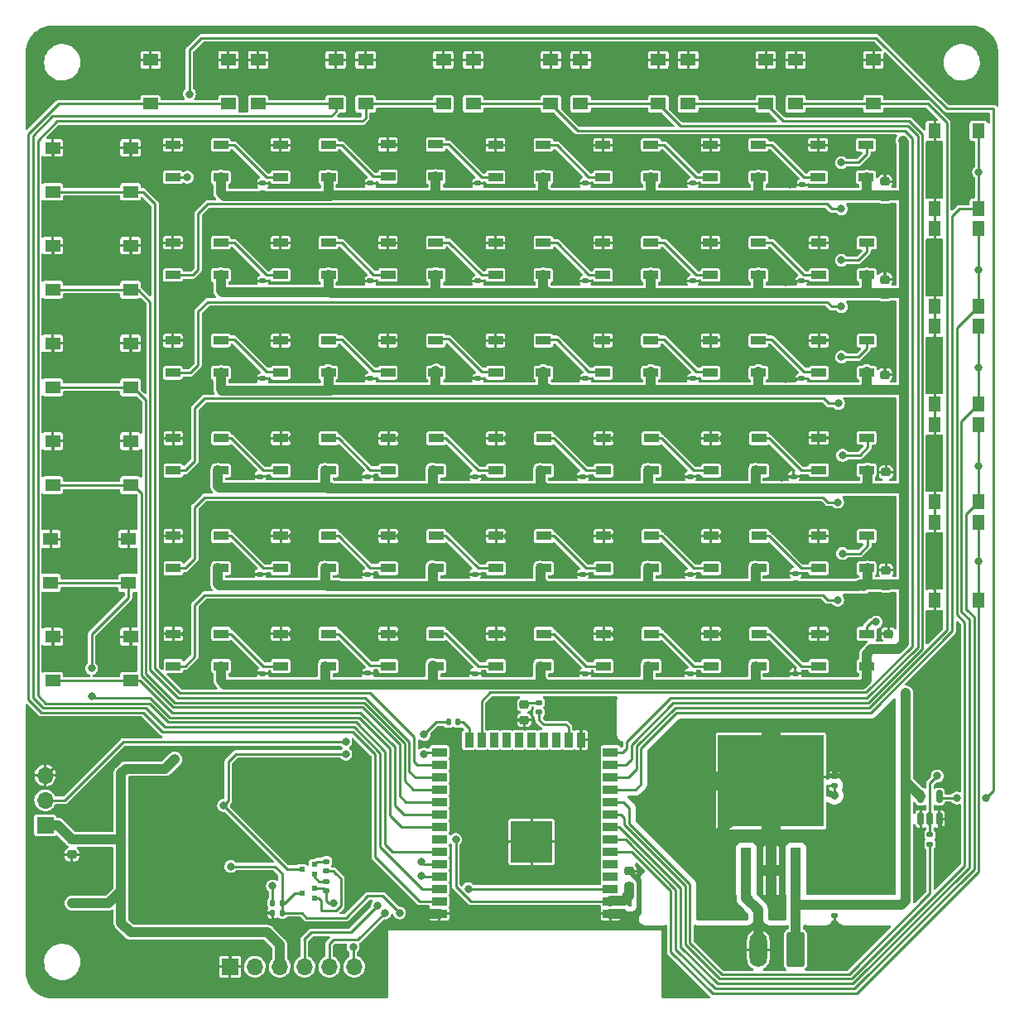
<source format=gtl>
G04 #@! TF.GenerationSoftware,KiCad,Pcbnew,(6.0.8)*
G04 #@! TF.CreationDate,2022-12-11T20:38:51-08:00*
G04 #@! TF.ProjectId,EveryDayCalendarSingleMonth,45766572-7944-4617-9943-616c656e6461,rev?*
G04 #@! TF.SameCoordinates,Original*
G04 #@! TF.FileFunction,Copper,L1,Top*
G04 #@! TF.FilePolarity,Positive*
%FSLAX46Y46*%
G04 Gerber Fmt 4.6, Leading zero omitted, Abs format (unit mm)*
G04 Created by KiCad (PCBNEW (6.0.8)) date 2022-12-11 20:38:51*
%MOMM*%
%LPD*%
G01*
G04 APERTURE LIST*
G04 Aperture macros list*
%AMRoundRect*
0 Rectangle with rounded corners*
0 $1 Rounding radius*
0 $2 $3 $4 $5 $6 $7 $8 $9 X,Y pos of 4 corners*
0 Add a 4 corners polygon primitive as box body*
4,1,4,$2,$3,$4,$5,$6,$7,$8,$9,$2,$3,0*
0 Add four circle primitives for the rounded corners*
1,1,$1+$1,$2,$3*
1,1,$1+$1,$4,$5*
1,1,$1+$1,$6,$7*
1,1,$1+$1,$8,$9*
0 Add four rect primitives between the rounded corners*
20,1,$1+$1,$2,$3,$4,$5,0*
20,1,$1+$1,$4,$5,$6,$7,0*
20,1,$1+$1,$6,$7,$8,$9,0*
20,1,$1+$1,$8,$9,$2,$3,0*%
G04 Aperture macros list end*
G04 #@! TA.AperFunction,SMDPad,CuDef*
%ADD10RoundRect,0.147500X0.172500X-0.147500X0.172500X0.147500X-0.172500X0.147500X-0.172500X-0.147500X0*%
G04 #@! TD*
G04 #@! TA.AperFunction,SMDPad,CuDef*
%ADD11R,1.500000X0.900000*%
G04 #@! TD*
G04 #@! TA.AperFunction,SMDPad,CuDef*
%ADD12R,1.550000X1.300000*%
G04 #@! TD*
G04 #@! TA.AperFunction,SMDPad,CuDef*
%ADD13R,1.300000X1.550000*%
G04 #@! TD*
G04 #@! TA.AperFunction,SMDPad,CuDef*
%ADD14RoundRect,0.147500X-0.172500X0.147500X-0.172500X-0.147500X0.172500X-0.147500X0.172500X0.147500X0*%
G04 #@! TD*
G04 #@! TA.AperFunction,SMDPad,CuDef*
%ADD15R,0.900000X1.500000*%
G04 #@! TD*
G04 #@! TA.AperFunction,ComponentPad*
%ADD16C,0.475000*%
G04 #@! TD*
G04 #@! TA.AperFunction,SMDPad,CuDef*
%ADD17R,1.050000X1.050000*%
G04 #@! TD*
G04 #@! TA.AperFunction,SMDPad,CuDef*
%ADD18R,4.200000X4.200000*%
G04 #@! TD*
G04 #@! TA.AperFunction,SMDPad,CuDef*
%ADD19RoundRect,0.218750X-0.256250X0.218750X-0.256250X-0.218750X0.256250X-0.218750X0.256250X0.218750X0*%
G04 #@! TD*
G04 #@! TA.AperFunction,SMDPad,CuDef*
%ADD20R,0.600000X0.500000*%
G04 #@! TD*
G04 #@! TA.AperFunction,SMDPad,CuDef*
%ADD21RoundRect,0.147500X-0.147500X-0.172500X0.147500X-0.172500X0.147500X0.172500X-0.147500X0.172500X0*%
G04 #@! TD*
G04 #@! TA.AperFunction,SMDPad,CuDef*
%ADD22RoundRect,0.218750X0.256250X-0.218750X0.256250X0.218750X-0.256250X0.218750X-0.256250X-0.218750X0*%
G04 #@! TD*
G04 #@! TA.AperFunction,SMDPad,CuDef*
%ADD23RoundRect,0.147500X0.147500X0.172500X-0.147500X0.172500X-0.147500X-0.172500X0.147500X-0.172500X0*%
G04 #@! TD*
G04 #@! TA.AperFunction,SMDPad,CuDef*
%ADD24RoundRect,0.150000X0.150000X-0.512500X0.150000X0.512500X-0.150000X0.512500X-0.150000X-0.512500X0*%
G04 #@! TD*
G04 #@! TA.AperFunction,ComponentPad*
%ADD25RoundRect,0.250000X0.650000X1.550000X-0.650000X1.550000X-0.650000X-1.550000X0.650000X-1.550000X0*%
G04 #@! TD*
G04 #@! TA.AperFunction,ComponentPad*
%ADD26O,1.800000X3.600000*%
G04 #@! TD*
G04 #@! TA.AperFunction,ComponentPad*
%ADD27R,1.700000X1.700000*%
G04 #@! TD*
G04 #@! TA.AperFunction,ComponentPad*
%ADD28O,1.700000X1.700000*%
G04 #@! TD*
G04 #@! TA.AperFunction,SMDPad,CuDef*
%ADD29R,1.100000X4.600000*%
G04 #@! TD*
G04 #@! TA.AperFunction,SMDPad,CuDef*
%ADD30R,10.800000X9.400000*%
G04 #@! TD*
G04 #@! TA.AperFunction,ViaPad*
%ADD31C,0.800000*%
G04 #@! TD*
G04 #@! TA.AperFunction,Conductor*
%ADD32C,1.000000*%
G04 #@! TD*
G04 #@! TA.AperFunction,Conductor*
%ADD33C,0.250000*%
G04 #@! TD*
G04 #@! TA.AperFunction,Conductor*
%ADD34C,0.500000*%
G04 #@! TD*
G04 APERTURE END LIST*
D10*
G04 #@! TO.P,C8,1*
G04 #@! TO.N,+5V*
X74250000Y-97335000D03*
G04 #@! TO.P,C8,2*
G04 #@! TO.N,GND*
X74250000Y-96365000D03*
G04 #@! TD*
G04 #@! TO.P,C21,1*
G04 #@! TO.N,+5V*
X96511250Y-77335000D03*
G04 #@! TO.P,C21,2*
G04 #@! TO.N,GND*
X96511250Y-76365000D03*
G04 #@! TD*
D11*
G04 #@! TO.P,DAY13,1,VDD*
G04 #@! TO.N,+5V*
X125211250Y-65750000D03*
G04 #@! TO.P,DAY13,2,DOU*
G04 #@! TO.N,Net-(DAY13-Pad2)*
X125211250Y-62450000D03*
G04 #@! TO.P,DAY13,3,GND*
G04 #@! TO.N,GND*
X120311250Y-62450000D03*
G04 #@! TO.P,DAY13,4,DIN*
G04 #@! TO.N,Net-(DAY12-Pad2)*
X120311250Y-65750000D03*
G04 #@! TD*
G04 #@! TO.P,DAY27,1,VDD*
G04 #@! TO.N,+5V*
X125262500Y-85750000D03*
G04 #@! TO.P,DAY27,2,DOU*
G04 #@! TO.N,Net-(DAY27-Pad2)*
X125262500Y-82450000D03*
G04 #@! TO.P,DAY27,3,GND*
G04 #@! TO.N,GND*
X120362500Y-82450000D03*
G04 #@! TO.P,DAY27,4,DIN*
G04 #@! TO.N,Net-(DAY26-Pad2)*
X120362500Y-85750000D03*
G04 #@! TD*
G04 #@! TO.P,DAY40,1,VDD*
G04 #@! TO.N,+5V*
X114262500Y-105750000D03*
G04 #@! TO.P,DAY40,2,DOU*
G04 #@! TO.N,Net-(DAY40-Pad2)*
X114262500Y-102450000D03*
G04 #@! TO.P,DAY40,3,GND*
G04 #@! TO.N,GND*
X109362500Y-102450000D03*
G04 #@! TO.P,DAY40,4,DIN*
G04 #@! TO.N,Net-(DAY39-Pad2)*
X109362500Y-105750000D03*
G04 #@! TD*
D12*
G04 #@! TO.P,SW_DAY6,1,A*
G04 #@! TO.N,GND*
X125975000Y-43750000D03*
X118025000Y-43750000D03*
G04 #@! TO.P,SW_DAY6,2,B*
G04 #@! TO.N,/DAY6*
X125975000Y-48250000D03*
X118025000Y-48250000D03*
G04 #@! TD*
G04 #@! TO.P,SW_DAY3,1,A*
G04 #@! TO.N,GND*
X92975000Y-43750000D03*
X85025000Y-43750000D03*
G04 #@! TO.P,SW_DAY3,2,B*
G04 #@! TO.N,/DAY3*
X85025000Y-48250000D03*
X92975000Y-48250000D03*
G04 #@! TD*
D10*
G04 #@! TO.P,C41,1*
G04 #@! TO.N,+5V*
X128823750Y-87335000D03*
G04 #@! TO.P,C41,2*
G04 #@! TO.N,GND*
X128823750Y-86365000D03*
G04 #@! TD*
G04 #@! TO.P,C36,1*
G04 #@! TO.N,+5V*
X118250000Y-107500000D03*
G04 #@! TO.P,C36,2*
G04 #@! TO.N,GND*
X118250000Y-106530000D03*
G04 #@! TD*
D11*
G04 #@! TO.P,DAY1,1,VDD*
G04 #@! TO.N,+5V*
X70211250Y-55750000D03*
G04 #@! TO.P,DAY1,2,DOU*
G04 #@! TO.N,Net-(DAY1-Pad2)*
X70211250Y-52450000D03*
G04 #@! TO.P,DAY1,3,GND*
G04 #@! TO.N,GND*
X65311250Y-52450000D03*
G04 #@! TO.P,DAY1,4,DIN*
G04 #@! TO.N,Net-(DAY1-Pad4)*
X65311250Y-55750000D03*
G04 #@! TD*
D13*
G04 #@! TO.P,NEXT1,1,A*
G04 #@! TO.N,GND*
X143225000Y-91025000D03*
X143225000Y-98975000D03*
G04 #@! TO.P,NEXT1,2,B*
G04 #@! TO.N,/BUTTON_CAL_NEXT*
X147725000Y-98975000D03*
X147725000Y-91025000D03*
G04 #@! TD*
D11*
G04 #@! TO.P,DAY10,1,VDD*
G04 #@! TO.N,+5V*
X92211250Y-65750000D03*
G04 #@! TO.P,DAY10,2,DOU*
G04 #@! TO.N,Net-(DAY10-Pad2)*
X92211250Y-62450000D03*
G04 #@! TO.P,DAY10,3,GND*
G04 #@! TO.N,GND*
X87311250Y-62450000D03*
G04 #@! TO.P,DAY10,4,DIN*
G04 #@! TO.N,Net-(DAY10-Pad4)*
X87311250Y-65750000D03*
G04 #@! TD*
D14*
G04 #@! TO.P,C2,1*
G04 #@! TO.N,+5V*
X133000000Y-130272500D03*
G04 #@! TO.P,C2,2*
G04 #@! TO.N,GND*
X133000000Y-131242500D03*
G04 #@! TD*
D11*
G04 #@! TO.P,DAY2,1,VDD*
G04 #@! TO.N,+5V*
X81211250Y-55750000D03*
G04 #@! TO.P,DAY2,2,DOU*
G04 #@! TO.N,Net-(DAY2-Pad2)*
X81211250Y-52450000D03*
G04 #@! TO.P,DAY2,3,GND*
G04 #@! TO.N,GND*
X76311250Y-52450000D03*
G04 #@! TO.P,DAY2,4,DIN*
G04 #@! TO.N,Net-(DAY1-Pad2)*
X76311250Y-55750000D03*
G04 #@! TD*
D10*
G04 #@! TO.P,C13,1*
G04 #@! TO.N,+5V*
X85511250Y-57335000D03*
G04 #@! TO.P,C13,2*
G04 #@! TO.N,GND*
X85511250Y-56365000D03*
G04 #@! TD*
D12*
G04 #@! TO.P,SW_WEEK3,1,A*
G04 #@! TO.N,GND*
X60975000Y-72750000D03*
X53025000Y-72750000D03*
G04 #@! TO.P,SW_WEEK3,2,B*
G04 #@! TO.N,/WEEK3*
X60975000Y-77250000D03*
X53025000Y-77250000D03*
G04 #@! TD*
D10*
G04 #@! TO.P,C38,1*
G04 #@! TO.N,+5V*
X129697500Y-57485000D03*
G04 #@! TO.P,C38,2*
G04 #@! TO.N,GND*
X129697500Y-56515000D03*
G04 #@! TD*
D11*
G04 #@! TO.P,DAY22,1,VDD*
G04 #@! TO.N,+5V*
X70262500Y-85750000D03*
G04 #@! TO.P,DAY22,2,DOU*
G04 #@! TO.N,Net-(DAY22-Pad2)*
X70262500Y-82450000D03*
G04 #@! TO.P,DAY22,3,GND*
G04 #@! TO.N,GND*
X65362500Y-82450000D03*
G04 #@! TO.P,DAY22,4,DIN*
G04 #@! TO.N,Net-(DAY21-Pad2)*
X65362500Y-85750000D03*
G04 #@! TD*
D10*
G04 #@! TO.P,C23,1*
G04 #@! TO.N,+5V*
X96250000Y-97320000D03*
G04 #@! TO.P,C23,2*
G04 #@! TO.N,GND*
X96250000Y-96350000D03*
G04 #@! TD*
D13*
G04 #@! TO.P,PREV1,1,A*
G04 #@! TO.N,GND*
X143225000Y-81025000D03*
X143225000Y-88975000D03*
G04 #@! TO.P,PREV1,2,B*
G04 #@! TO.N,/BUTTON_CAL_PREV*
X147725000Y-81025000D03*
X147725000Y-88975000D03*
G04 #@! TD*
D11*
G04 #@! TO.P,DAY34,1,VDD*
G04 #@! TO.N,+5V*
X125262500Y-95750000D03*
G04 #@! TO.P,DAY34,2,DOU*
G04 #@! TO.N,Net-(DAY34-Pad2)*
X125262500Y-92450000D03*
G04 #@! TO.P,DAY34,3,GND*
G04 #@! TO.N,GND*
X120362500Y-92450000D03*
G04 #@! TO.P,DAY34,4,DIN*
G04 #@! TO.N,Net-(DAY33-Pad2)*
X120362500Y-95750000D03*
G04 #@! TD*
G04 #@! TO.P,U_CPU1,1,GND*
G04 #@! TO.N,GND*
X110070000Y-131077500D03*
G04 #@! TO.P,U_CPU1,2,VDD*
G04 #@! TO.N,+3.3V*
X110070000Y-129807500D03*
G04 #@! TO.P,U_CPU1,3,EN*
G04 #@! TO.N,/RESET*
X110070000Y-128537500D03*
G04 #@! TO.P,U_CPU1,4,SENSOR_VP*
G04 #@! TO.N,unconnected-(U_CPU1-Pad4)*
X110070000Y-127267500D03*
G04 #@! TO.P,U_CPU1,5,SENSOR_VN*
G04 #@! TO.N,unconnected-(U_CPU1-Pad5)*
X110070000Y-125997500D03*
G04 #@! TO.P,U_CPU1,6,IO34*
G04 #@! TO.N,/BUTTON_CAL_NEXT*
X110070000Y-124727500D03*
G04 #@! TO.P,U_CPU1,7,IO35*
G04 #@! TO.N,/BUTTON_CAL_PREV*
X110070000Y-123457500D03*
G04 #@! TO.P,U_CPU1,8,IO32*
G04 #@! TO.N,/BUTTON_MODE*
X110070000Y-122187500D03*
G04 #@! TO.P,U_CPU1,9,IO33*
G04 #@! TO.N,/BUTTON_WIN2*
X110070000Y-120917500D03*
G04 #@! TO.P,U_CPU1,10,IO25*
G04 #@! TO.N,/PIN_LED_CAL*
X110070000Y-119647500D03*
G04 #@! TO.P,U_CPU1,11,IO26*
G04 #@! TO.N,/BUTTON_WIN1*
X110070000Y-118377500D03*
G04 #@! TO.P,U_CPU1,12,IO27*
G04 #@! TO.N,/DAY7*
X110070000Y-117107500D03*
G04 #@! TO.P,U_CPU1,13,IO14*
G04 #@! TO.N,/DAY6*
X110070000Y-115837500D03*
G04 #@! TO.P,U_CPU1,14,IO12*
G04 #@! TO.N,/DAY5*
X110070000Y-114567500D03*
D15*
G04 #@! TO.P,U_CPU1,15,GND*
G04 #@! TO.N,GND*
X107030000Y-113317500D03*
G04 #@! TO.P,U_CPU1,16,IO13*
G04 #@! TO.N,/PIN_LED_STATUS*
X105760000Y-113317500D03*
G04 #@! TO.P,U_CPU1,17,NC*
G04 #@! TO.N,unconnected-(U_CPU1-Pad17)*
X104490000Y-113317500D03*
G04 #@! TO.P,U_CPU1,18,NC*
G04 #@! TO.N,unconnected-(U_CPU1-Pad18)*
X103220000Y-113317500D03*
G04 #@! TO.P,U_CPU1,19,NC*
G04 #@! TO.N,unconnected-(U_CPU1-Pad19)*
X101950000Y-113317500D03*
G04 #@! TO.P,U_CPU1,20,NC*
G04 #@! TO.N,unconnected-(U_CPU1-Pad20)*
X100680000Y-113317500D03*
G04 #@! TO.P,U_CPU1,21,NC*
G04 #@! TO.N,unconnected-(U_CPU1-Pad21)*
X99410000Y-113317500D03*
G04 #@! TO.P,U_CPU1,22,NC*
G04 #@! TO.N,unconnected-(U_CPU1-Pad22)*
X98140000Y-113317500D03*
G04 #@! TO.P,U_CPU1,23,IO15*
G04 #@! TO.N,/DAY4*
X96870000Y-113317500D03*
G04 #@! TO.P,U_CPU1,24,IO2*
G04 #@! TO.N,/PIN_ONE_WIRE*
X95600000Y-113317500D03*
D11*
G04 #@! TO.P,U_CPU1,25,IO0*
G04 #@! TO.N,/GPIO0*
X92570000Y-114567500D03*
G04 #@! TO.P,U_CPU1,26,IO4*
G04 #@! TO.N,/WEEK1*
X92570000Y-115837500D03*
G04 #@! TO.P,U_CPU1,27,IO16*
G04 #@! TO.N,/WEEK2*
X92570000Y-117107500D03*
G04 #@! TO.P,U_CPU1,28,IO17*
G04 #@! TO.N,/WEEK3*
X92570000Y-118377500D03*
G04 #@! TO.P,U_CPU1,29,IO5*
G04 #@! TO.N,/WEEK4*
X92570000Y-119647500D03*
G04 #@! TO.P,U_CPU1,30,IO18*
G04 #@! TO.N,/WEEK6*
X92570000Y-120917500D03*
G04 #@! TO.P,U_CPU1,31,IO19*
G04 #@! TO.N,/WEEK5*
X92570000Y-122187500D03*
G04 #@! TO.P,U_CPU1,32,NC*
G04 #@! TO.N,unconnected-(U_CPU1-Pad32)*
X92570000Y-123457500D03*
G04 #@! TO.P,U_CPU1,33,IO21*
G04 #@! TO.N,/DAY3*
X92570000Y-124727500D03*
G04 #@! TO.P,U_CPU1,34,RXD0/IO3*
G04 #@! TO.N,/RXD*
X92570000Y-125997500D03*
G04 #@! TO.P,U_CPU1,35,TXD0/IO1*
G04 #@! TO.N,/TXD*
X92570000Y-127267500D03*
G04 #@! TO.P,U_CPU1,36,IO22*
G04 #@! TO.N,/DAY2*
X92570000Y-128537500D03*
G04 #@! TO.P,U_CPU1,37,IO23*
G04 #@! TO.N,/DAY1*
X92570000Y-129807500D03*
G04 #@! TO.P,U_CPU1,38,GND*
G04 #@! TO.N,GND*
X92570000Y-131077500D03*
D16*
G04 #@! TO.P,U_CPU1,39,GND*
X102000000Y-124500000D03*
X101237500Y-123737500D03*
X101237500Y-125262500D03*
X102762500Y-125262500D03*
D17*
X100475000Y-123737500D03*
D16*
X103525000Y-122975000D03*
D17*
X102000000Y-123737500D03*
D16*
X102762500Y-122212500D03*
D17*
X100475000Y-125262500D03*
D16*
X102000000Y-122975000D03*
D18*
X102000000Y-123737500D03*
D17*
X102000000Y-125262500D03*
D16*
X102762500Y-123737500D03*
D17*
X103525000Y-123737500D03*
D16*
X103525000Y-124500000D03*
D17*
X102000000Y-122212500D03*
X103525000Y-122212500D03*
D16*
X101237500Y-122212500D03*
X100475000Y-122975000D03*
D17*
X103525000Y-125262500D03*
D16*
X100475000Y-124500000D03*
D17*
X100475000Y-122212500D03*
G04 #@! TD*
D10*
G04 #@! TO.P,C39,1*
G04 #@! TO.N,+5V*
X129585000Y-67335000D03*
G04 #@! TO.P,C39,2*
G04 #@! TO.N,GND*
X129585000Y-66365000D03*
G04 #@! TD*
G04 #@! TO.P,C32,1*
G04 #@! TO.N,+5V*
X118511250Y-67335000D03*
G04 #@! TO.P,C32,2*
G04 #@! TO.N,GND*
X118511250Y-66365000D03*
G04 #@! TD*
D11*
G04 #@! TO.P,DAY8,1,VDD*
G04 #@! TO.N,+5V*
X70211250Y-65750000D03*
G04 #@! TO.P,DAY8,2,DOU*
G04 #@! TO.N,Net-(DAY8-Pad2)*
X70211250Y-62450000D03*
G04 #@! TO.P,DAY8,3,GND*
G04 #@! TO.N,GND*
X65311250Y-62450000D03*
G04 #@! TO.P,DAY8,4,DIN*
G04 #@! TO.N,Net-(DAY7-Pad2)*
X65311250Y-65750000D03*
G04 #@! TD*
D12*
G04 #@! TO.P,SW_DAY7,1,A*
G04 #@! TO.N,GND*
X129025000Y-43750000D03*
X136975000Y-43750000D03*
G04 #@! TO.P,SW_DAY7,2,B*
G04 #@! TO.N,/DAY7*
X136975000Y-48250000D03*
X129025000Y-48250000D03*
G04 #@! TD*
D13*
G04 #@! TO.P,WIN1,1,A*
G04 #@! TO.N,GND*
X143225000Y-51025000D03*
X143225000Y-58975000D03*
G04 #@! TO.P,WIN1,2,B*
G04 #@! TO.N,/BUTTON_WIN1*
X147725000Y-51025000D03*
X147725000Y-58975000D03*
G04 #@! TD*
D11*
G04 #@! TO.P,DAY11,1,VDD*
G04 #@! TO.N,+5V*
X103211250Y-65750000D03*
G04 #@! TO.P,DAY11,2,DOU*
G04 #@! TO.N,Net-(DAY11-Pad2)*
X103211250Y-62450000D03*
G04 #@! TO.P,DAY11,3,GND*
G04 #@! TO.N,GND*
X98311250Y-62450000D03*
G04 #@! TO.P,DAY11,4,DIN*
G04 #@! TO.N,Net-(DAY10-Pad2)*
X98311250Y-65750000D03*
G04 #@! TD*
D10*
G04 #@! TO.P,C28,1*
G04 #@! TO.N,+5V*
X107250000Y-87335000D03*
G04 #@! TO.P,C28,2*
G04 #@! TO.N,GND*
X107250000Y-86365000D03*
G04 #@! TD*
D19*
G04 #@! TO.P,ROW2,1*
G04 #@! TO.N,GND*
X138135000Y-66212500D03*
G04 #@! TO.P,ROW2,2*
G04 #@! TO.N,+5V*
X138135000Y-67787500D03*
G04 #@! TD*
D10*
G04 #@! TO.P,C24,1*
G04 #@! TO.N,+5V*
X96250000Y-107485000D03*
G04 #@! TO.P,C24,2*
G04 #@! TO.N,GND*
X96250000Y-106515000D03*
G04 #@! TD*
D11*
G04 #@! TO.P,DAY37,1,VDD*
G04 #@! TO.N,+5V*
X81262500Y-105750000D03*
G04 #@! TO.P,DAY37,2,DOU*
G04 #@! TO.N,Net-(DAY37-Pad2)*
X81262500Y-102450000D03*
G04 #@! TO.P,DAY37,3,GND*
G04 #@! TO.N,GND*
X76362500Y-102450000D03*
G04 #@! TO.P,DAY37,4,DIN*
G04 #@! TO.N,Net-(DAY36-Pad2)*
X76362500Y-105750000D03*
G04 #@! TD*
G04 #@! TO.P,DAY4,1,VDD*
G04 #@! TO.N,+5V*
X103211250Y-55750000D03*
G04 #@! TO.P,DAY4,2,DOU*
G04 #@! TO.N,Net-(DAY4-Pad2)*
X103211250Y-52450000D03*
G04 #@! TO.P,DAY4,3,GND*
G04 #@! TO.N,GND*
X98311250Y-52450000D03*
G04 #@! TO.P,DAY4,4,DIN*
G04 #@! TO.N,Net-(DAY3-Pad2)*
X98311250Y-55750000D03*
G04 #@! TD*
D10*
G04 #@! TO.P,C35,1*
G04 #@! TO.N,+5V*
X118250000Y-97335000D03*
G04 #@! TO.P,C35,2*
G04 #@! TO.N,GND*
X118250000Y-96365000D03*
G04 #@! TD*
G04 #@! TO.P,C3,1*
G04 #@! TO.N,+5V*
X129000000Y-97235000D03*
G04 #@! TO.P,C3,2*
G04 #@! TO.N,GND*
X129000000Y-96265000D03*
G04 #@! TD*
D20*
G04 #@! TO.P,Q2,1,B*
G04 #@! TO.N,Net-(Q2-Pad1)*
X79800000Y-129500000D03*
G04 #@! TO.P,Q2,2,E*
G04 #@! TO.N,/RTS*
X79800000Y-128500000D03*
G04 #@! TO.P,Q2,3,C*
G04 #@! TO.N,/RESET*
X78500000Y-129000000D03*
G04 #@! TD*
D21*
G04 #@! TO.P,R3,1*
G04 #@! TO.N,Net-(ONE_WIRE1-Pad2)*
X93515000Y-111500000D03*
G04 #@! TO.P,R3,2*
G04 #@! TO.N,/PIN_ONE_WIRE*
X94485000Y-111500000D03*
G04 #@! TD*
D11*
G04 #@! TO.P,DAY21,1,VDD*
G04 #@! TO.N,+5V*
X136285000Y-75750000D03*
G04 #@! TO.P,DAY21,2,DOU*
G04 #@! TO.N,Net-(DAY21-Pad2)*
X136285000Y-72450000D03*
G04 #@! TO.P,DAY21,3,GND*
G04 #@! TO.N,GND*
X131385000Y-72450000D03*
G04 #@! TO.P,DAY21,4,DIN*
G04 #@! TO.N,Net-(DAY20-Pad2)*
X131385000Y-75750000D03*
G04 #@! TD*
G04 #@! TO.P,DAY3,1,VDD*
G04 #@! TO.N,+5V*
X92211250Y-55700000D03*
G04 #@! TO.P,DAY3,2,DOU*
G04 #@! TO.N,Net-(DAY3-Pad2)*
X92211250Y-52400000D03*
G04 #@! TO.P,DAY3,3,GND*
G04 #@! TO.N,GND*
X87311250Y-52400000D03*
G04 #@! TO.P,DAY3,4,DIN*
G04 #@! TO.N,Net-(DAY2-Pad2)*
X87311250Y-55700000D03*
G04 #@! TD*
G04 #@! TO.P,DAY38,1,VDD*
G04 #@! TO.N,+5V*
X92262500Y-105750000D03*
G04 #@! TO.P,DAY38,2,DOU*
G04 #@! TO.N,Net-(DAY38-Pad2)*
X92262500Y-102450000D03*
G04 #@! TO.P,DAY38,3,GND*
G04 #@! TO.N,GND*
X87362500Y-102450000D03*
G04 #@! TO.P,DAY38,4,DIN*
G04 #@! TO.N,Net-(DAY37-Pad2)*
X87362500Y-105750000D03*
G04 #@! TD*
D10*
G04 #@! TO.P,C7,1*
G04 #@! TO.N,+5V*
X74250000Y-87335000D03*
G04 #@! TO.P,C7,2*
G04 #@! TO.N,GND*
X74250000Y-86365000D03*
G04 #@! TD*
G04 #@! TO.P,C27,1*
G04 #@! TO.N,+5V*
X107511250Y-77335000D03*
G04 #@! TO.P,C27,2*
G04 #@! TO.N,GND*
X107511250Y-76365000D03*
G04 #@! TD*
G04 #@! TO.P,C29,1*
G04 #@! TO.N,+5V*
X107250000Y-97335000D03*
G04 #@! TO.P,C29,2*
G04 #@! TO.N,GND*
X107250000Y-96365000D03*
G04 #@! TD*
G04 #@! TO.P,C4,1*
G04 #@! TO.N,+5V*
X74511250Y-57335000D03*
G04 #@! TO.P,C4,2*
G04 #@! TO.N,GND*
X74511250Y-56365000D03*
G04 #@! TD*
D22*
G04 #@! TO.P,C10,1*
G04 #@! TO.N,+3.3V*
X112000000Y-128287500D03*
G04 #@! TO.P,C10,2*
G04 #@! TO.N,GND*
X112000000Y-126712500D03*
G04 #@! TD*
D10*
G04 #@! TO.P,C18,1*
G04 #@! TO.N,+5V*
X85250000Y-107470000D03*
G04 #@! TO.P,C18,2*
G04 #@! TO.N,GND*
X85250000Y-106500000D03*
G04 #@! TD*
G04 #@! TO.P,C25,1*
G04 #@! TO.N,+5V*
X107511250Y-57335000D03*
G04 #@! TO.P,C25,2*
G04 #@! TO.N,GND*
X107511250Y-56365000D03*
G04 #@! TD*
G04 #@! TO.P,C31,1*
G04 #@! TO.N,+5V*
X118511250Y-57335000D03*
G04 #@! TO.P,C31,2*
G04 #@! TO.N,GND*
X118511250Y-56365000D03*
G04 #@! TD*
D19*
G04 #@! TO.P,C1,1*
G04 #@! TO.N,+5V*
X55000000Y-123462500D03*
G04 #@! TO.P,C1,2*
G04 #@! TO.N,GND*
X55000000Y-125037500D03*
G04 #@! TD*
D23*
G04 #@! TO.P,C43,1*
G04 #@! TO.N,/RESET*
X76485000Y-131000000D03*
G04 #@! TO.P,C43,2*
G04 #@! TO.N,GND*
X75515000Y-131000000D03*
G04 #@! TD*
D10*
G04 #@! TO.P,R4,1*
G04 #@! TO.N,/RTS*
X81000000Y-128735000D03*
G04 #@! TO.P,R4,2*
G04 #@! TO.N,Net-(Q1-Pad1)*
X81000000Y-127765000D03*
G04 #@! TD*
D22*
G04 #@! TO.P,D1,1,K*
G04 #@! TO.N,GND*
X101250000Y-111287500D03*
G04 #@! TO.P,D1,2,A*
G04 #@! TO.N,Net-(D1-Pad2)*
X101250000Y-109712500D03*
G04 #@! TD*
D19*
G04 #@! TO.P,ROW6,1*
G04 #@! TO.N,GND*
X138500000Y-102462500D03*
G04 #@! TO.P,ROW6,2*
G04 #@! TO.N,+5V*
X138500000Y-104037500D03*
G04 #@! TD*
D10*
G04 #@! TO.P,C34,1*
G04 #@! TO.N,+5V*
X118250000Y-87335000D03*
G04 #@! TO.P,C34,2*
G04 #@! TO.N,GND*
X118250000Y-86365000D03*
G04 #@! TD*
D11*
G04 #@! TO.P,DAY24,1,VDD*
G04 #@! TO.N,+5V*
X92262500Y-85750000D03*
G04 #@! TO.P,DAY24,2,DOU*
G04 #@! TO.N,Net-(DAY24-Pad2)*
X92262500Y-82450000D03*
G04 #@! TO.P,DAY24,3,GND*
G04 #@! TO.N,GND*
X87362500Y-82450000D03*
G04 #@! TO.P,DAY24,4,DIN*
G04 #@! TO.N,Net-(DAY23-Pad2)*
X87362500Y-85750000D03*
G04 #@! TD*
D20*
G04 #@! TO.P,Q1,1,B*
G04 #@! TO.N,Net-(Q1-Pad1)*
X79800000Y-127000000D03*
G04 #@! TO.P,Q1,2,E*
G04 #@! TO.N,/DTR*
X79800000Y-126000000D03*
G04 #@! TO.P,Q1,3,C*
G04 #@! TO.N,/GPIO0*
X78500000Y-126500000D03*
G04 #@! TD*
D14*
G04 #@! TO.P,C11,1*
G04 #@! TO.N,+3.3V*
X133000000Y-117015000D03*
G04 #@! TO.P,C11,2*
G04 #@! TO.N,GND*
X133000000Y-117985000D03*
G04 #@! TD*
D11*
G04 #@! TO.P,DAY20,1,VDD*
G04 #@! TO.N,+5V*
X125211250Y-75750000D03*
G04 #@! TO.P,DAY20,2,DOU*
G04 #@! TO.N,Net-(DAY20-Pad2)*
X125211250Y-72450000D03*
G04 #@! TO.P,DAY20,3,GND*
G04 #@! TO.N,GND*
X120311250Y-72450000D03*
G04 #@! TO.P,DAY20,4,DIN*
G04 #@! TO.N,Net-(DAY19-Pad2)*
X120311250Y-75750000D03*
G04 #@! TD*
G04 #@! TO.P,DAY41,1,VDD*
G04 #@! TO.N,+5V*
X125262500Y-105750000D03*
G04 #@! TO.P,DAY41,2,DOU*
G04 #@! TO.N,Net-(DAY41-Pad2)*
X125262500Y-102450000D03*
G04 #@! TO.P,DAY41,3,GND*
G04 #@! TO.N,GND*
X120362500Y-102450000D03*
G04 #@! TO.P,DAY41,4,DIN*
G04 #@! TO.N,Net-(DAY40-Pad2)*
X120362500Y-105750000D03*
G04 #@! TD*
G04 #@! TO.P,DAY33,1,VDD*
G04 #@! TO.N,+5V*
X114262500Y-95750000D03*
G04 #@! TO.P,DAY33,2,DOU*
G04 #@! TO.N,Net-(DAY33-Pad2)*
X114262500Y-92450000D03*
G04 #@! TO.P,DAY33,3,GND*
G04 #@! TO.N,GND*
X109362500Y-92450000D03*
G04 #@! TO.P,DAY33,4,DIN*
G04 #@! TO.N,Net-(DAY32-Pad2)*
X109362500Y-95750000D03*
G04 #@! TD*
D10*
G04 #@! TO.P,C19,1*
G04 #@! TO.N,+5V*
X96511250Y-57335000D03*
G04 #@! TO.P,C19,2*
G04 #@! TO.N,GND*
X96511250Y-56365000D03*
G04 #@! TD*
D14*
G04 #@! TO.P,R5,1*
G04 #@! TO.N,/DTR*
X81000000Y-125765000D03*
G04 #@! TO.P,R5,2*
G04 #@! TO.N,Net-(Q2-Pad1)*
X81000000Y-126735000D03*
G04 #@! TD*
D19*
G04 #@! TO.P,ROW1,1*
G04 #@! TO.N,GND*
X138135000Y-56212500D03*
G04 #@! TO.P,ROW1,2*
G04 #@! TO.N,+5V*
X138135000Y-57787500D03*
G04 #@! TD*
D10*
G04 #@! TO.P,C5,1*
G04 #@! TO.N,+5V*
X74511250Y-67335000D03*
G04 #@! TO.P,C5,2*
G04 #@! TO.N,GND*
X74511250Y-66365000D03*
G04 #@! TD*
D13*
G04 #@! TO.P,WIN2,1,A*
G04 #@! TO.N,GND*
X143225000Y-68975000D03*
X143225000Y-61025000D03*
G04 #@! TO.P,WIN2,2,B*
G04 #@! TO.N,/BUTTON_WIN2*
X147725000Y-68975000D03*
X147725000Y-61025000D03*
G04 #@! TD*
D11*
G04 #@! TO.P,DAY31,1,VDD*
G04 #@! TO.N,+5V*
X92262500Y-95750000D03*
G04 #@! TO.P,DAY31,2,DOU*
G04 #@! TO.N,Net-(DAY31-Pad2)*
X92262500Y-92450000D03*
G04 #@! TO.P,DAY31,3,GND*
G04 #@! TO.N,GND*
X87362500Y-92450000D03*
G04 #@! TO.P,DAY31,4,DIN*
G04 #@! TO.N,Net-(DAY30-Pad2)*
X87362500Y-95750000D03*
G04 #@! TD*
D10*
G04 #@! TO.P,C30,1*
G04 #@! TO.N,+5V*
X107500000Y-107485000D03*
G04 #@! TO.P,C30,2*
G04 #@! TO.N,GND*
X107500000Y-106515000D03*
G04 #@! TD*
D11*
G04 #@! TO.P,DAY32,1,VDD*
G04 #@! TO.N,+5V*
X103262500Y-95750000D03*
G04 #@! TO.P,DAY32,2,DOU*
G04 #@! TO.N,Net-(DAY32-Pad2)*
X103262500Y-92450000D03*
G04 #@! TO.P,DAY32,3,GND*
G04 #@! TO.N,GND*
X98362500Y-92450000D03*
G04 #@! TO.P,DAY32,4,DIN*
G04 #@! TO.N,Net-(DAY31-Pad2)*
X98362500Y-95750000D03*
G04 #@! TD*
D19*
G04 #@! TO.P,ROW3,1*
G04 #@! TO.N,GND*
X138135000Y-75962500D03*
G04 #@! TO.P,ROW3,2*
G04 #@! TO.N,+5V*
X138135000Y-77537500D03*
G04 #@! TD*
D11*
G04 #@! TO.P,DAY17,1,VDD*
G04 #@! TO.N,+5V*
X92211250Y-75750000D03*
G04 #@! TO.P,DAY17,2,DOU*
G04 #@! TO.N,Net-(DAY17-Pad2)*
X92211250Y-72450000D03*
G04 #@! TO.P,DAY17,3,GND*
G04 #@! TO.N,GND*
X87311250Y-72450000D03*
G04 #@! TO.P,DAY17,4,DIN*
G04 #@! TO.N,Net-(DAY16-Pad2)*
X87311250Y-75750000D03*
G04 #@! TD*
G04 #@! TO.P,DAY30,1,VDD*
G04 #@! TO.N,+5V*
X81262500Y-95750000D03*
G04 #@! TO.P,DAY30,2,DOU*
G04 #@! TO.N,Net-(DAY30-Pad2)*
X81262500Y-92450000D03*
G04 #@! TO.P,DAY30,3,GND*
G04 #@! TO.N,GND*
X76362500Y-92450000D03*
G04 #@! TO.P,DAY30,4,DIN*
G04 #@! TO.N,Net-(DAY29-Pad2)*
X76362500Y-95750000D03*
G04 #@! TD*
G04 #@! TO.P,DAY25,1,VDD*
G04 #@! TO.N,+5V*
X103262500Y-85750000D03*
G04 #@! TO.P,DAY25,2,DOU*
G04 #@! TO.N,Net-(DAY25-Pad2)*
X103262500Y-82450000D03*
G04 #@! TO.P,DAY25,3,GND*
G04 #@! TO.N,GND*
X98362500Y-82450000D03*
G04 #@! TO.P,DAY25,4,DIN*
G04 #@! TO.N,Net-(DAY24-Pad2)*
X98362500Y-85750000D03*
G04 #@! TD*
G04 #@! TO.P,DAY14,1,VDD*
G04 #@! TO.N,+5V*
X136285000Y-65750000D03*
G04 #@! TO.P,DAY14,2,DOU*
G04 #@! TO.N,Net-(DAY14-Pad2)*
X136285000Y-62450000D03*
G04 #@! TO.P,DAY14,3,GND*
G04 #@! TO.N,GND*
X131385000Y-62450000D03*
G04 #@! TO.P,DAY14,4,DIN*
G04 #@! TO.N,Net-(DAY13-Pad2)*
X131385000Y-65750000D03*
G04 #@! TD*
D12*
G04 #@! TO.P,SW_DAY2,1,A*
G04 #@! TO.N,GND*
X81975000Y-43750000D03*
X74025000Y-43750000D03*
G04 #@! TO.P,SW_DAY2,2,B*
G04 #@! TO.N,/DAY2*
X74025000Y-48250000D03*
X81975000Y-48250000D03*
G04 #@! TD*
D11*
G04 #@! TO.P,DAY7,1,VDD*
G04 #@! TO.N,+5V*
X136211250Y-55750000D03*
G04 #@! TO.P,DAY7,2,DOU*
G04 #@! TO.N,Net-(DAY7-Pad2)*
X136211250Y-52450000D03*
G04 #@! TO.P,DAY7,3,GND*
G04 #@! TO.N,GND*
X131311250Y-52450000D03*
G04 #@! TO.P,DAY7,4,DIN*
G04 #@! TO.N,Net-(DAY6-Pad2)*
X131311250Y-55750000D03*
G04 #@! TD*
D10*
G04 #@! TO.P,C9,1*
G04 #@! TO.N,+5V*
X74500000Y-107485000D03*
G04 #@! TO.P,C9,2*
G04 #@! TO.N,GND*
X74500000Y-106515000D03*
G04 #@! TD*
D23*
G04 #@! TO.P,R6,1*
G04 #@! TO.N,/RESET*
X76485000Y-130000000D03*
G04 #@! TO.P,R6,2*
G04 #@! TO.N,+3.3V*
X75515000Y-130000000D03*
G04 #@! TD*
D11*
G04 #@! TO.P,DAY36,1,VDD*
G04 #@! TO.N,+5V*
X70262500Y-105750000D03*
G04 #@! TO.P,DAY36,2,DOU*
G04 #@! TO.N,Net-(DAY36-Pad2)*
X70262500Y-102450000D03*
G04 #@! TO.P,DAY36,3,GND*
G04 #@! TO.N,GND*
X65362500Y-102450000D03*
G04 #@! TO.P,DAY36,4,DIN*
G04 #@! TO.N,Net-(DAY35-Pad2)*
X65362500Y-105750000D03*
G04 #@! TD*
D12*
G04 #@! TO.P,SW_DAY1,1,A*
G04 #@! TO.N,GND*
X70975000Y-43750000D03*
X63025000Y-43750000D03*
G04 #@! TO.P,SW_DAY1,2,B*
G04 #@! TO.N,/DAY1*
X70975000Y-48250000D03*
X63025000Y-48250000D03*
G04 #@! TD*
D11*
G04 #@! TO.P,DAY23,1,VDD*
G04 #@! TO.N,+5V*
X81262500Y-85750000D03*
G04 #@! TO.P,DAY23,2,DOU*
G04 #@! TO.N,Net-(DAY23-Pad2)*
X81262500Y-82450000D03*
G04 #@! TO.P,DAY23,3,GND*
G04 #@! TO.N,GND*
X76362500Y-82450000D03*
G04 #@! TO.P,DAY23,4,DIN*
G04 #@! TO.N,Net-(DAY22-Pad2)*
X76362500Y-85750000D03*
G04 #@! TD*
D12*
G04 #@! TO.P,SW_WEEK6,1,A*
G04 #@! TO.N,GND*
X53025000Y-102750000D03*
X60975000Y-102750000D03*
G04 #@! TO.P,SW_WEEK6,2,B*
G04 #@! TO.N,/WEEK6*
X53025000Y-107250000D03*
X60975000Y-107250000D03*
G04 #@! TD*
D11*
G04 #@! TO.P,DAY9,1,VDD*
G04 #@! TO.N,+5V*
X81211250Y-65750000D03*
G04 #@! TO.P,DAY9,2,DOU*
G04 #@! TO.N,Net-(DAY10-Pad4)*
X81211250Y-62450000D03*
G04 #@! TO.P,DAY9,3,GND*
G04 #@! TO.N,GND*
X76311250Y-62450000D03*
G04 #@! TO.P,DAY9,4,DIN*
G04 #@! TO.N,Net-(DAY8-Pad2)*
X76311250Y-65750000D03*
G04 #@! TD*
G04 #@! TO.P,DAY26,1,VDD*
G04 #@! TO.N,+5V*
X114262500Y-85750000D03*
G04 #@! TO.P,DAY26,2,DOU*
G04 #@! TO.N,Net-(DAY26-Pad2)*
X114262500Y-82450000D03*
G04 #@! TO.P,DAY26,3,GND*
G04 #@! TO.N,GND*
X109362500Y-82450000D03*
G04 #@! TO.P,DAY26,4,DIN*
G04 #@! TO.N,Net-(DAY25-Pad2)*
X109362500Y-85750000D03*
G04 #@! TD*
G04 #@! TO.P,DAY42,1,VDD*
G04 #@! TO.N,+5V*
X136262500Y-105750000D03*
G04 #@! TO.P,DAY42,2,DOU*
G04 #@! TO.N,Net-(DAY42-Pad2)*
X136262500Y-102450000D03*
G04 #@! TO.P,DAY42,3,GND*
G04 #@! TO.N,GND*
X131362500Y-102450000D03*
G04 #@! TO.P,DAY42,4,DIN*
G04 #@! TO.N,Net-(DAY41-Pad2)*
X131362500Y-105750000D03*
G04 #@! TD*
G04 #@! TO.P,DAY15,1,VDD*
G04 #@! TO.N,+5V*
X70211250Y-75750000D03*
G04 #@! TO.P,DAY15,2,DOU*
G04 #@! TO.N,Net-(DAY15-Pad2)*
X70211250Y-72450000D03*
G04 #@! TO.P,DAY15,3,GND*
G04 #@! TO.N,GND*
X65311250Y-72450000D03*
G04 #@! TO.P,DAY15,4,DIN*
G04 #@! TO.N,Net-(DAY14-Pad2)*
X65311250Y-75750000D03*
G04 #@! TD*
D24*
G04 #@! TO.P,U1,1*
G04 #@! TO.N,GND*
X141800000Y-121387500D03*
G04 #@! TO.P,U1,2*
G04 #@! TO.N,Net-(LED_IN1-Pad1)*
X142750000Y-121387500D03*
G04 #@! TO.P,U1,3,GND*
G04 #@! TO.N,GND*
X143700000Y-121387500D03*
G04 #@! TO.P,U1,4*
G04 #@! TO.N,Net-(DAY1-Pad4)*
X143700000Y-119112500D03*
G04 #@! TO.P,U1,5,VCC*
G04 #@! TO.N,+5V*
X141800000Y-119112500D03*
G04 #@! TD*
D11*
G04 #@! TO.P,DAY16,1,VDD*
G04 #@! TO.N,+5V*
X81211250Y-75750000D03*
G04 #@! TO.P,DAY16,2,DOU*
G04 #@! TO.N,Net-(DAY16-Pad2)*
X81211250Y-72450000D03*
G04 #@! TO.P,DAY16,3,GND*
G04 #@! TO.N,GND*
X76311250Y-72450000D03*
G04 #@! TO.P,DAY16,4,DIN*
G04 #@! TO.N,Net-(DAY15-Pad2)*
X76311250Y-75750000D03*
G04 #@! TD*
D10*
G04 #@! TO.P,C33,1*
G04 #@! TO.N,+5V*
X118511250Y-77335000D03*
G04 #@! TO.P,C33,2*
G04 #@! TO.N,GND*
X118511250Y-76365000D03*
G04 #@! TD*
G04 #@! TO.P,C22,1*
G04 #@! TO.N,+5V*
X96250000Y-87335000D03*
G04 #@! TO.P,C22,2*
G04 #@! TO.N,GND*
X96250000Y-86365000D03*
G04 #@! TD*
D11*
G04 #@! TO.P,DAY35,1,VDD*
G04 #@! TO.N,+5V*
X136262500Y-95750000D03*
G04 #@! TO.P,DAY35,2,DOU*
G04 #@! TO.N,Net-(DAY35-Pad2)*
X136262500Y-92450000D03*
G04 #@! TO.P,DAY35,3,GND*
G04 #@! TO.N,GND*
X131362500Y-92450000D03*
G04 #@! TO.P,DAY35,4,DIN*
G04 #@! TO.N,Net-(DAY34-Pad2)*
X131362500Y-95750000D03*
G04 #@! TD*
G04 #@! TO.P,DAY6,1,VDD*
G04 #@! TO.N,+5V*
X125211250Y-55750000D03*
G04 #@! TO.P,DAY6,2,DOU*
G04 #@! TO.N,Net-(DAY6-Pad2)*
X125211250Y-52450000D03*
G04 #@! TO.P,DAY6,3,GND*
G04 #@! TO.N,GND*
X120311250Y-52450000D03*
G04 #@! TO.P,DAY6,4,DIN*
G04 #@! TO.N,Net-(DAY5-Pad2)*
X120311250Y-55750000D03*
G04 #@! TD*
D12*
G04 #@! TO.P,SW_WEEK5,1,A*
G04 #@! TO.N,GND*
X60775000Y-92750000D03*
X52825000Y-92750000D03*
G04 #@! TO.P,SW_WEEK5,2,B*
G04 #@! TO.N,/WEEK5*
X52825000Y-97250000D03*
X60775000Y-97250000D03*
G04 #@! TD*
G04 #@! TO.P,SW_WEEK4,1,A*
G04 #@! TO.N,GND*
X53025000Y-82750000D03*
X60975000Y-82750000D03*
G04 #@! TO.P,SW_WEEK4,2,B*
G04 #@! TO.N,/WEEK4*
X60975000Y-87250000D03*
X53025000Y-87250000D03*
G04 #@! TD*
D25*
G04 #@! TO.P,J2_POWER_IN1,1,Pin_1*
G04 #@! TO.N,+5V*
X129000000Y-134750000D03*
D26*
G04 #@! TO.P,J2_POWER_IN1,2,Pin_2*
G04 #@! TO.N,GND*
X125190000Y-134750000D03*
G04 #@! TD*
D11*
G04 #@! TO.P,DAY39,1,VDD*
G04 #@! TO.N,+5V*
X103262500Y-105750000D03*
G04 #@! TO.P,DAY39,2,DOU*
G04 #@! TO.N,Net-(DAY39-Pad2)*
X103262500Y-102450000D03*
G04 #@! TO.P,DAY39,3,GND*
G04 #@! TO.N,GND*
X98362500Y-102450000D03*
G04 #@! TO.P,DAY39,4,DIN*
G04 #@! TO.N,Net-(DAY38-Pad2)*
X98362500Y-105750000D03*
G04 #@! TD*
D12*
G04 #@! TO.P,SW_DAY5,1,A*
G04 #@! TO.N,GND*
X114975000Y-43750000D03*
X107025000Y-43750000D03*
G04 #@! TO.P,SW_DAY5,2,B*
G04 #@! TO.N,/DAY5*
X114975000Y-48250000D03*
X107025000Y-48250000D03*
G04 #@! TD*
D11*
G04 #@! TO.P,DAY5,1,VDD*
G04 #@! TO.N,+5V*
X114211250Y-55750000D03*
G04 #@! TO.P,DAY5,2,DOU*
G04 #@! TO.N,Net-(DAY5-Pad2)*
X114211250Y-52450000D03*
G04 #@! TO.P,DAY5,3,GND*
G04 #@! TO.N,GND*
X109311250Y-52450000D03*
G04 #@! TO.P,DAY5,4,DIN*
G04 #@! TO.N,Net-(DAY4-Pad2)*
X109311250Y-55750000D03*
G04 #@! TD*
D10*
G04 #@! TO.P,C40,1*
G04 #@! TO.N,+5V*
X129585000Y-77335000D03*
G04 #@! TO.P,C40,2*
G04 #@! TO.N,GND*
X129585000Y-76365000D03*
G04 #@! TD*
D19*
G04 #@! TO.P,ROW5,1*
G04 #@! TO.N,GND*
X138250000Y-95962500D03*
G04 #@! TO.P,ROW5,2*
G04 #@! TO.N,+5V*
X138250000Y-97537500D03*
G04 #@! TD*
D10*
G04 #@! TO.P,C14,1*
G04 #@! TO.N,+5V*
X85511250Y-67335000D03*
G04 #@! TO.P,C14,2*
G04 #@! TO.N,GND*
X85511250Y-66365000D03*
G04 #@! TD*
G04 #@! TO.P,C6,1*
G04 #@! TO.N,+5V*
X74511250Y-77335000D03*
G04 #@! TO.P,C6,2*
G04 #@! TO.N,GND*
X74511250Y-76365000D03*
G04 #@! TD*
D11*
G04 #@! TO.P,DAY19,1,VDD*
G04 #@! TO.N,+5V*
X114211250Y-75750000D03*
G04 #@! TO.P,DAY19,2,DOU*
G04 #@! TO.N,Net-(DAY19-Pad2)*
X114211250Y-72450000D03*
G04 #@! TO.P,DAY19,3,GND*
G04 #@! TO.N,GND*
X109311250Y-72450000D03*
G04 #@! TO.P,DAY19,4,DIN*
G04 #@! TO.N,Net-(DAY18-Pad2)*
X109311250Y-75750000D03*
G04 #@! TD*
D10*
G04 #@! TO.P,C17,1*
G04 #@! TO.N,+5V*
X85250000Y-97335000D03*
G04 #@! TO.P,C17,2*
G04 #@! TO.N,GND*
X85250000Y-96365000D03*
G04 #@! TD*
D11*
G04 #@! TO.P,DAY28,1,VDD*
G04 #@! TO.N,+5V*
X136262500Y-85712500D03*
G04 #@! TO.P,DAY28,2,DOU*
G04 #@! TO.N,Net-(DAY28-Pad2)*
X136262500Y-82412500D03*
G04 #@! TO.P,DAY28,3,GND*
G04 #@! TO.N,GND*
X131362500Y-82412500D03*
G04 #@! TO.P,DAY28,4,DIN*
G04 #@! TO.N,Net-(DAY27-Pad2)*
X131362500Y-85712500D03*
G04 #@! TD*
D10*
G04 #@! TO.P,C26,1*
G04 #@! TO.N,+5V*
X107511250Y-67335000D03*
G04 #@! TO.P,C26,2*
G04 #@! TO.N,GND*
X107511250Y-66365000D03*
G04 #@! TD*
D11*
G04 #@! TO.P,DAY12,1,VDD*
G04 #@! TO.N,+5V*
X114211250Y-65750000D03*
G04 #@! TO.P,DAY12,2,DOU*
G04 #@! TO.N,Net-(DAY12-Pad2)*
X114211250Y-62450000D03*
G04 #@! TO.P,DAY12,3,GND*
G04 #@! TO.N,GND*
X109311250Y-62450000D03*
G04 #@! TO.P,DAY12,4,DIN*
G04 #@! TO.N,Net-(DAY11-Pad2)*
X109311250Y-65750000D03*
G04 #@! TD*
D10*
G04 #@! TO.P,R1,1*
G04 #@! TO.N,/PIN_LED_CAL*
X142750000Y-123985000D03*
G04 #@! TO.P,R1,2*
G04 #@! TO.N,Net-(LED_IN1-Pad1)*
X142750000Y-123015000D03*
G04 #@! TD*
D12*
G04 #@! TO.P,SW_WEEK2,1,A*
G04 #@! TO.N,GND*
X53025000Y-62750000D03*
X60975000Y-62750000D03*
G04 #@! TO.P,SW_WEEK2,2,B*
G04 #@! TO.N,/WEEK2*
X53025000Y-67250000D03*
X60975000Y-67250000D03*
G04 #@! TD*
D27*
G04 #@! TO.P,J3_PROGRAMING_PIN1,1,Pin_1*
G04 #@! TO.N,GND*
X71150000Y-136500000D03*
D28*
G04 #@! TO.P,J3_PROGRAMING_PIN1,2,Pin_2*
G04 #@! TO.N,unconnected-(J3_PROGRAMING_PIN1-Pad2)*
X73690000Y-136500000D03*
G04 #@! TO.P,J3_PROGRAMING_PIN1,3,Pin_3*
G04 #@! TO.N,+5V*
X76230000Y-136500000D03*
G04 #@! TO.P,J3_PROGRAMING_PIN1,4,Pin_4*
G04 #@! TO.N,/RXD*
X78770000Y-136500000D03*
G04 #@! TO.P,J3_PROGRAMING_PIN1,5,Pin_5*
G04 #@! TO.N,/TXD*
X81310000Y-136500000D03*
G04 #@! TO.P,J3_PROGRAMING_PIN1,6,Pin_6*
G04 #@! TO.N,/RTS*
X83850000Y-136500000D03*
G04 #@! TD*
D14*
G04 #@! TO.P,R2,1*
G04 #@! TO.N,Net-(D1-Pad2)*
X102750000Y-109515000D03*
G04 #@! TO.P,R2,2*
G04 #@! TO.N,/PIN_LED_STATUS*
X102750000Y-110485000D03*
G04 #@! TD*
D12*
G04 #@! TO.P,SW_DAY4,1,A*
G04 #@! TO.N,GND*
X103975000Y-43750000D03*
X96025000Y-43750000D03*
G04 #@! TO.P,SW_DAY4,2,B*
G04 #@! TO.N,/DAY4*
X103975000Y-48250000D03*
X96025000Y-48250000D03*
G04 #@! TD*
D10*
G04 #@! TO.P,C16,1*
G04 #@! TO.N,+5V*
X85250000Y-87335000D03*
G04 #@! TO.P,C16,2*
G04 #@! TO.N,GND*
X85250000Y-86365000D03*
G04 #@! TD*
D13*
G04 #@! TO.P,MODE1,1,A*
G04 #@! TO.N,GND*
X143225000Y-71025000D03*
X143225000Y-78975000D03*
G04 #@! TO.P,MODE1,2,B*
G04 #@! TO.N,/BUTTON_MODE*
X147725000Y-78975000D03*
X147725000Y-71025000D03*
G04 #@! TD*
D10*
G04 #@! TO.P,C15,1*
G04 #@! TO.N,+5V*
X85511250Y-77335000D03*
G04 #@! TO.P,C15,2*
G04 #@! TO.N,GND*
X85511250Y-76365000D03*
G04 #@! TD*
G04 #@! TO.P,C12,1*
G04 #@! TO.N,+5V*
X129000000Y-107485000D03*
G04 #@! TO.P,C12,2*
G04 #@! TO.N,GND*
X129000000Y-106515000D03*
G04 #@! TD*
D29*
G04 #@! TO.P,U_POWER1,1,GND*
G04 #@! TO.N,GND*
X123960000Y-126650000D03*
D30*
G04 #@! TO.P,U_POWER1,2,VO*
G04 #@! TO.N,+3.3V*
X126500000Y-117500000D03*
D29*
X126500000Y-126650000D03*
G04 #@! TO.P,U_POWER1,3,VI*
G04 #@! TO.N,+5V*
X129040000Y-126650000D03*
G04 #@! TD*
D10*
G04 #@! TO.P,C20,1*
G04 #@! TO.N,+5V*
X96511250Y-67335000D03*
G04 #@! TO.P,C20,2*
G04 #@! TO.N,GND*
X96511250Y-66365000D03*
G04 #@! TD*
D12*
G04 #@! TO.P,SW_WEEK1,1,A*
G04 #@! TO.N,GND*
X53025000Y-52750000D03*
X60975000Y-52750000D03*
G04 #@! TO.P,SW_WEEK1,2,B*
G04 #@! TO.N,/WEEK1*
X60975000Y-57250000D03*
X53025000Y-57250000D03*
G04 #@! TD*
D19*
G04 #@! TO.P,ROW4,1*
G04 #@! TO.N,GND*
X138250000Y-85925000D03*
G04 #@! TO.P,ROW4,2*
G04 #@! TO.N,+5V*
X138250000Y-87500000D03*
G04 #@! TD*
D27*
G04 #@! TO.P,ONE_WIRE1,1,Pin_1*
G04 #@! TO.N,+5V*
X52250000Y-122025000D03*
D28*
G04 #@! TO.P,ONE_WIRE1,2,Pin_2*
G04 #@! TO.N,Net-(ONE_WIRE1-Pad2)*
X52250000Y-119485000D03*
G04 #@! TO.P,ONE_WIRE1,3,Pin_3*
G04 #@! TO.N,GND*
X52250000Y-116945000D03*
G04 #@! TD*
D11*
G04 #@! TO.P,DAY18,1,VDD*
G04 #@! TO.N,+5V*
X103211250Y-75750000D03*
G04 #@! TO.P,DAY18,2,DOU*
G04 #@! TO.N,Net-(DAY18-Pad2)*
X103211250Y-72450000D03*
G04 #@! TO.P,DAY18,3,GND*
G04 #@! TO.N,GND*
X98311250Y-72450000D03*
G04 #@! TO.P,DAY18,4,DIN*
G04 #@! TO.N,Net-(DAY17-Pad2)*
X98311250Y-75750000D03*
G04 #@! TD*
G04 #@! TO.P,DAY29,1,VDD*
G04 #@! TO.N,+5V*
X70262500Y-95750000D03*
G04 #@! TO.P,DAY29,2,DOU*
G04 #@! TO.N,Net-(DAY29-Pad2)*
X70262500Y-92450000D03*
G04 #@! TO.P,DAY29,3,GND*
G04 #@! TO.N,GND*
X65362500Y-92450000D03*
G04 #@! TO.P,DAY29,4,DIN*
G04 #@! TO.N,Net-(DAY28-Pad2)*
X65362500Y-95750000D03*
G04 #@! TD*
D31*
G04 #@! TO.N,+3.3V*
X122500000Y-114250000D03*
X111500000Y-129750000D03*
X121500000Y-123000000D03*
X130250000Y-114250000D03*
X75500000Y-128250000D03*
X126625000Y-117375000D03*
X122625000Y-121375000D03*
X131000000Y-121250000D03*
X94250000Y-123500000D03*
G04 #@! TO.N,GND*
X95062500Y-106250000D03*
X52750000Y-94250000D03*
X53000000Y-104250000D03*
X138250000Y-84462500D03*
X110562500Y-82500000D03*
X121562500Y-92500000D03*
X133000000Y-119000000D03*
X75750000Y-43750000D03*
X117373750Y-66250000D03*
X127750000Y-106500000D03*
X53000000Y-54250000D03*
X143250000Y-82500000D03*
X117373750Y-56250000D03*
X143750000Y-114750000D03*
X133062500Y-92500000D03*
X130500000Y-43750000D03*
X61000000Y-64250000D03*
X121562500Y-102500000D03*
X88873750Y-72390000D03*
X121873750Y-72390000D03*
X97500000Y-43750000D03*
X117062500Y-96250000D03*
X61000000Y-84250000D03*
X132947500Y-62500000D03*
X88562500Y-82500000D03*
X110873750Y-62500000D03*
X143250000Y-72500000D03*
X110873750Y-72390000D03*
X84062500Y-86250000D03*
X121500000Y-134500000D03*
X143250000Y-67500000D03*
X61000000Y-54250000D03*
X73062500Y-86250000D03*
X77873750Y-72390000D03*
X95373750Y-76140000D03*
X127562500Y-86500000D03*
X86500000Y-43750000D03*
X143250000Y-92500000D03*
X138135000Y-74500000D03*
X95062500Y-96250000D03*
X143250000Y-87500000D03*
X143250000Y-52500000D03*
X53000000Y-64250000D03*
X61000000Y-104250000D03*
X121562500Y-82500000D03*
X73373750Y-66250000D03*
X66873750Y-72390000D03*
X133062500Y-82462500D03*
X102500000Y-43750000D03*
X84373750Y-76140000D03*
X53750000Y-125000000D03*
X88562500Y-102500000D03*
X132947500Y-72390000D03*
X106062500Y-86250000D03*
X124500000Y-43750000D03*
X66562500Y-92500000D03*
X106062500Y-106250000D03*
X108500000Y-43750000D03*
X73062500Y-106250000D03*
X107000000Y-111750000D03*
X99562500Y-92500000D03*
X53000000Y-74250000D03*
X121873750Y-52500000D03*
X77873750Y-52500000D03*
X60750000Y-94250000D03*
X119500000Y-43750000D03*
X77562500Y-102500000D03*
X84062500Y-106250000D03*
X143250000Y-57500000D03*
X99562500Y-82500000D03*
X74500000Y-131000000D03*
X106062500Y-96250000D03*
X54500000Y-115500000D03*
X53000000Y-84250000D03*
X91500000Y-43750000D03*
X90750000Y-131250000D03*
X84373750Y-66250000D03*
X143250000Y-97500000D03*
X128447500Y-56500000D03*
X95062500Y-86250000D03*
X61000000Y-74250000D03*
X127947500Y-66500000D03*
X138500000Y-101250000D03*
X133062500Y-102500000D03*
X132947500Y-52500000D03*
X64500000Y-43750000D03*
X144500000Y-122750000D03*
X111500000Y-131250000D03*
X71000000Y-134750000D03*
X99873750Y-62500000D03*
X143250000Y-62500000D03*
X100000000Y-111500000D03*
X106373750Y-56250000D03*
X138135000Y-55000000D03*
X99562500Y-102500000D03*
X95373750Y-56250000D03*
X110562500Y-92500000D03*
X117373750Y-76140000D03*
X66873750Y-52500000D03*
X121873750Y-62500000D03*
X77562500Y-92500000D03*
X95373750Y-66250000D03*
X141500000Y-123000000D03*
X73373750Y-76140000D03*
X88873750Y-62500000D03*
X99873750Y-52500000D03*
X117062500Y-86250000D03*
X88873750Y-52500000D03*
X106373750Y-76140000D03*
X110873750Y-52500000D03*
X88562500Y-92500000D03*
X117062500Y-106250000D03*
X80500000Y-43750000D03*
X113500000Y-43750000D03*
X66873750Y-62500000D03*
X73062500Y-96250000D03*
X84373750Y-56250000D03*
X127947500Y-76390000D03*
X73373750Y-56250000D03*
X69500000Y-43750000D03*
X110562500Y-102500000D03*
X138135000Y-65000000D03*
X77562500Y-82500000D03*
X99873750Y-72390000D03*
X133000000Y-132257500D03*
X135500000Y-43750000D03*
X77873750Y-62500000D03*
X106373750Y-66250000D03*
X84062500Y-96250000D03*
X138250000Y-94750000D03*
X143250000Y-77500000D03*
X66562500Y-82500000D03*
X66562500Y-102500000D03*
G04 #@! TO.N,+5V*
X55000000Y-130000000D03*
X140250000Y-108500000D03*
X70610000Y-107610000D03*
X140000000Y-52000000D03*
X140000000Y-130000000D03*
X65500000Y-115250000D03*
X140075000Y-103425000D03*
G04 #@! TO.N,/RESET*
X71250000Y-126250000D03*
X95537500Y-128537500D03*
X88500000Y-131000000D03*
G04 #@! TO.N,/RXD*
X86250000Y-130250000D03*
X90750000Y-125750000D03*
G04 #@! TO.N,/TXD*
X90750000Y-127250000D03*
X87000000Y-131000000D03*
G04 #@! TO.N,/RTS*
X83750000Y-134500000D03*
X81750000Y-130000000D03*
G04 #@! TO.N,Net-(DAY1-Pad4)*
X66811250Y-55750000D03*
X67000000Y-47250000D03*
X145500000Y-119250000D03*
X148500000Y-119250000D03*
G04 #@! TO.N,/GPIO0*
X91000000Y-114750000D03*
X83000000Y-114750000D03*
X70500000Y-120000000D03*
G04 #@! TO.N,/BUTTON_MODE*
X147725000Y-75225000D03*
G04 #@! TO.N,/BUTTON_CAL_NEXT*
X147725000Y-95025000D03*
G04 #@! TO.N,/BUTTON_CAL_PREV*
X147725000Y-85275000D03*
G04 #@! TO.N,/WEEK5*
X57000000Y-108843698D03*
X57000000Y-106000000D03*
G04 #@! TO.N,/BUTTON_WIN1*
X147725000Y-55225000D03*
G04 #@! TO.N,/BUTTON_WIN2*
X147725000Y-65225000D03*
G04 #@! TO.N,Net-(DAY7-Pad2)*
X133697500Y-54250000D03*
X133697500Y-59000000D03*
G04 #@! TO.N,Net-(DAY14-Pad2)*
X133697500Y-69000000D03*
X133697500Y-64250000D03*
G04 #@! TO.N,Net-(DAY21-Pad2)*
X133697500Y-74140000D03*
X133386250Y-78890000D03*
G04 #@! TO.N,Net-(DAY28-Pad2)*
X133312500Y-89000000D03*
X133812500Y-84212500D03*
G04 #@! TO.N,Net-(DAY35-Pad2)*
X133312500Y-99000000D03*
X133812500Y-94250000D03*
G04 #@! TO.N,Net-(LED_IN1-Pad1)*
X143500000Y-117000000D03*
G04 #@! TO.N,Net-(DAY42-Pad2)*
X137250000Y-101250000D03*
G04 #@! TO.N,Net-(ONE_WIRE1-Pad2)*
X91000000Y-112750000D03*
X83000000Y-113500000D03*
G04 #@! TD*
D32*
G04 #@! TO.N,+5V*
X58750000Y-130000000D02*
X55000000Y-130000000D01*
X60000000Y-128750000D02*
X58750000Y-130000000D01*
X60000000Y-125000000D02*
X60000000Y-128750000D01*
X60000000Y-116750000D02*
X60000000Y-123250000D01*
X60500000Y-116250000D02*
X60000000Y-116750000D01*
X64500000Y-116250000D02*
X60500000Y-116250000D01*
X65500000Y-115250000D02*
X64500000Y-116250000D01*
X75000000Y-133000000D02*
X76230000Y-134230000D01*
X61000000Y-133000000D02*
X75000000Y-133000000D01*
X76230000Y-134230000D02*
X76230000Y-136500000D01*
X60000000Y-132000000D02*
X61000000Y-133000000D01*
X60000000Y-125000000D02*
X60000000Y-132000000D01*
G04 #@! TO.N,+3.3V*
X111500000Y-129750000D02*
X112000000Y-129250000D01*
X121500000Y-123000000D02*
X121500000Y-122500000D01*
D33*
X94250000Y-128275305D02*
X94250000Y-123500000D01*
D32*
X110127500Y-129750000D02*
X110070000Y-129807500D01*
D33*
X75515000Y-130000000D02*
X75515000Y-128265000D01*
D32*
X121500000Y-122500000D02*
X122625000Y-121375000D01*
X111500000Y-129750000D02*
X110127500Y-129750000D01*
D33*
X75515000Y-128265000D02*
X75500000Y-128250000D01*
X94250000Y-128275305D02*
X95782195Y-129807500D01*
X133000000Y-117015000D02*
X126985000Y-117015000D01*
D32*
X126500000Y-126650000D02*
X126500000Y-117500000D01*
X112000000Y-129250000D02*
X112000000Y-128287500D01*
D33*
X95782195Y-129807500D02*
X110070000Y-129807500D01*
G04 #@! TO.N,GND*
X125975000Y-43750000D02*
X124500000Y-43750000D01*
X87311250Y-52450000D02*
X88823750Y-52450000D01*
D32*
X123960000Y-129460000D02*
X123960000Y-126650000D01*
D33*
X60975000Y-84225000D02*
X61000000Y-84250000D01*
X52825000Y-92750000D02*
X52825000Y-94175000D01*
X74200000Y-106365000D02*
X73177500Y-106365000D01*
D34*
X112992500Y-127705000D02*
X112992500Y-130992500D01*
D33*
X96511250Y-66365000D02*
X95488750Y-66365000D01*
X129025000Y-43750000D02*
X130500000Y-43750000D01*
X100212500Y-111287500D02*
X100000000Y-111500000D01*
X53025000Y-64225000D02*
X53000000Y-64250000D01*
X53025000Y-52750000D02*
X53025000Y-54225000D01*
X127765000Y-106515000D02*
X127750000Y-106500000D01*
X96511250Y-76255000D02*
X95488750Y-76255000D01*
X85511250Y-76255000D02*
X84488750Y-76255000D01*
X98311250Y-52450000D02*
X99823750Y-52450000D01*
X74025000Y-43750000D02*
X75750000Y-43750000D01*
X120000000Y-102450000D02*
X121512500Y-102450000D01*
X52825000Y-94175000D02*
X52750000Y-94250000D01*
X143225000Y-97525000D02*
X143250000Y-97500000D01*
X127751250Y-86615000D02*
X127636250Y-86500000D01*
X143225000Y-87525000D02*
X143250000Y-87500000D01*
X53025000Y-54225000D02*
X53000000Y-54250000D01*
X65000000Y-102450000D02*
X66512500Y-102450000D01*
X107200000Y-96365000D02*
X106177500Y-96365000D01*
X53787500Y-125037500D02*
X53750000Y-125000000D01*
X138500000Y-102462500D02*
X138500000Y-101250000D01*
X118200000Y-86365000D02*
X117177500Y-86365000D01*
X74511250Y-66365000D02*
X73488750Y-66365000D01*
X96511250Y-56365000D02*
X95488750Y-56365000D01*
X118200000Y-96365000D02*
X117177500Y-96365000D01*
X85511250Y-66365000D02*
X84488750Y-66365000D01*
X65000000Y-92450000D02*
X66512500Y-92450000D01*
X87311250Y-72340000D02*
X88823750Y-72340000D01*
X87311250Y-62450000D02*
X88823750Y-62450000D01*
X109311250Y-72340000D02*
X110823750Y-72340000D01*
X60775000Y-92750000D02*
X60775000Y-94225000D01*
X107030000Y-111780000D02*
X107000000Y-111750000D01*
X74511250Y-56365000D02*
X73488750Y-56365000D01*
D32*
X90922500Y-131077500D02*
X90750000Y-131250000D01*
D33*
X74200000Y-96365000D02*
X73177500Y-96365000D01*
X60975000Y-104225000D02*
X61000000Y-104250000D01*
X60975000Y-82750000D02*
X60975000Y-84225000D01*
X65000000Y-82450000D02*
X66512500Y-82450000D01*
X53025000Y-82750000D02*
X53025000Y-84225000D01*
X60975000Y-64225000D02*
X61000000Y-64250000D01*
X143225000Y-98975000D02*
X143225000Y-97525000D01*
X120000000Y-82450000D02*
X121512500Y-82450000D01*
X70975000Y-43750000D02*
X69500000Y-43750000D01*
X66823750Y-62450000D02*
X66873750Y-62500000D01*
X65311250Y-52450000D02*
X66823750Y-52450000D01*
X98000000Y-102450000D02*
X99512500Y-102450000D01*
X55000000Y-125037500D02*
X53787500Y-125037500D01*
X103975000Y-43750000D02*
X102500000Y-43750000D01*
X141800000Y-121387500D02*
X141800000Y-122700000D01*
X74511250Y-76255000D02*
X73488750Y-76255000D01*
D34*
X112992500Y-130992500D02*
X112735000Y-131250000D01*
D33*
X98000000Y-82450000D02*
X99512500Y-82450000D01*
X120000000Y-92450000D02*
X121512500Y-92450000D01*
X109311250Y-52450000D02*
X110823750Y-52450000D01*
X131500000Y-102450000D02*
X133012500Y-102450000D01*
X76311250Y-62450000D02*
X77823750Y-62450000D01*
X133000000Y-131242500D02*
X133000000Y-132257500D01*
X131385000Y-52450000D02*
X132897500Y-52450000D01*
X143225000Y-91025000D02*
X143225000Y-92475000D01*
X52250000Y-116945000D02*
X53695000Y-115500000D01*
X92975000Y-43750000D02*
X91500000Y-43750000D01*
X129000000Y-106515000D02*
X127765000Y-106515000D01*
D32*
X110070000Y-131077500D02*
X111327500Y-131077500D01*
D33*
X129085000Y-66615000D02*
X128062500Y-66615000D01*
X118511250Y-56365000D02*
X117488750Y-56365000D01*
X128823750Y-86365000D02*
X127771250Y-86365000D01*
X107511250Y-76255000D02*
X106488750Y-76255000D01*
X76000000Y-102450000D02*
X77512500Y-102450000D01*
X53025000Y-72750000D02*
X53025000Y-74225000D01*
X143700000Y-121387500D02*
X143700000Y-121950000D01*
X143225000Y-81025000D02*
X143225000Y-82475000D01*
X53025000Y-84225000D02*
X53000000Y-84250000D01*
X85025000Y-43750000D02*
X86500000Y-43750000D01*
X138250000Y-95962500D02*
X138250000Y-94750000D01*
X128062500Y-66615000D02*
X127947500Y-66500000D01*
X81975000Y-43750000D02*
X80500000Y-43750000D01*
X107511250Y-66365000D02*
X106488750Y-66365000D01*
X66823750Y-72340000D02*
X66873750Y-72390000D01*
X66512500Y-82450000D02*
X66562500Y-82500000D01*
X53025000Y-102750000D02*
X53025000Y-104225000D01*
X131500000Y-92450000D02*
X133012500Y-92450000D01*
X143225000Y-62475000D02*
X143250000Y-62500000D01*
X138250000Y-85925000D02*
X138250000Y-84462500D01*
X118025000Y-43750000D02*
X119500000Y-43750000D01*
X60975000Y-62750000D02*
X60975000Y-64225000D01*
X131385000Y-72340000D02*
X132897500Y-72340000D01*
X53025000Y-62750000D02*
X53025000Y-64225000D01*
X75515000Y-131000000D02*
X74500000Y-131000000D01*
X138135000Y-66212500D02*
X138135000Y-65000000D01*
X65311250Y-72340000D02*
X66823750Y-72340000D01*
X76000000Y-82450000D02*
X77512500Y-82450000D01*
X138135000Y-75962500D02*
X138135000Y-74500000D01*
X107025000Y-43750000D02*
X108500000Y-43750000D01*
X120311250Y-72340000D02*
X121823750Y-72340000D01*
X85200000Y-86365000D02*
X84177500Y-86365000D01*
X85200000Y-106365000D02*
X84177500Y-106365000D01*
X71150000Y-134900000D02*
X71000000Y-134750000D01*
X129085000Y-76505000D02*
X128062500Y-76505000D01*
X120311250Y-62450000D02*
X121823750Y-62450000D01*
X143225000Y-67525000D02*
X143250000Y-67500000D01*
X138135000Y-56212500D02*
X138135000Y-55000000D01*
X76311250Y-52450000D02*
X77823750Y-52450000D01*
X143225000Y-82475000D02*
X143250000Y-82500000D01*
X133000000Y-117985000D02*
X133000000Y-119000000D01*
X96200000Y-96365000D02*
X95177500Y-96365000D01*
X87000000Y-82450000D02*
X88512500Y-82450000D01*
X128062500Y-76505000D02*
X127947500Y-76390000D01*
X143225000Y-52475000D02*
X143250000Y-52500000D01*
X60775000Y-94225000D02*
X60750000Y-94250000D01*
X98311250Y-62450000D02*
X99823750Y-62450000D01*
X129697500Y-56515000D02*
X128462500Y-56515000D01*
X76000000Y-92450000D02*
X77512500Y-92450000D01*
X118511250Y-76255000D02*
X117488750Y-76255000D01*
X63025000Y-43750000D02*
X64500000Y-43750000D01*
X87000000Y-92450000D02*
X88512500Y-92450000D01*
D32*
X111327500Y-131077500D02*
X111500000Y-131250000D01*
D33*
X85200000Y-96365000D02*
X84177500Y-96365000D01*
X143225000Y-61025000D02*
X143225000Y-62475000D01*
D32*
X125190000Y-130690000D02*
X125190000Y-134750000D01*
D33*
X98000000Y-92450000D02*
X99512500Y-92450000D01*
X109000000Y-82450000D02*
X110512500Y-82450000D01*
D32*
X92570000Y-131077500D02*
X90922500Y-131077500D01*
D33*
X131385000Y-62450000D02*
X132897500Y-62450000D01*
X109311250Y-62450000D02*
X110823750Y-62450000D01*
X65311250Y-62450000D02*
X66823750Y-62450000D01*
X60975000Y-52750000D02*
X60975000Y-54225000D01*
X118200000Y-106365000D02*
X117177500Y-106365000D01*
X143225000Y-68975000D02*
X143225000Y-67525000D01*
X76311250Y-72340000D02*
X77823750Y-72340000D01*
X143700000Y-121950000D02*
X144500000Y-122750000D01*
X53025000Y-74225000D02*
X53000000Y-74250000D01*
X107200000Y-86365000D02*
X106177500Y-86365000D01*
X141800000Y-122700000D02*
X141500000Y-123000000D01*
X71150000Y-136500000D02*
X71150000Y-134900000D01*
X120311250Y-52450000D02*
X121823750Y-52450000D01*
X53025000Y-104225000D02*
X53000000Y-104250000D01*
X60975000Y-102750000D02*
X60975000Y-104225000D01*
X143225000Y-77525000D02*
X143250000Y-77500000D01*
X109000000Y-92450000D02*
X110512500Y-92450000D01*
X143225000Y-58975000D02*
X143225000Y-57525000D01*
X66823750Y-52450000D02*
X66873750Y-52500000D01*
X143225000Y-88975000D02*
X143225000Y-87525000D01*
X131500000Y-82412500D02*
X133012500Y-82412500D01*
X118511250Y-66365000D02*
X117488750Y-66365000D01*
X107030000Y-113317500D02*
X107030000Y-111780000D01*
X60975000Y-72750000D02*
X60975000Y-74225000D01*
X66512500Y-92450000D02*
X66562500Y-92500000D01*
X136975000Y-43750000D02*
X135500000Y-43750000D01*
X87000000Y-102450000D02*
X88512500Y-102450000D01*
X143225000Y-72475000D02*
X143250000Y-72500000D01*
X107200000Y-106365000D02*
X106177500Y-106365000D01*
X60975000Y-54225000D02*
X61000000Y-54250000D01*
X143225000Y-51025000D02*
X143225000Y-52475000D01*
X143225000Y-57525000D02*
X143250000Y-57500000D01*
X60975000Y-74225000D02*
X61000000Y-74250000D01*
X53695000Y-115500000D02*
X54500000Y-115500000D01*
D32*
X125190000Y-130690000D02*
X123960000Y-129460000D01*
D34*
X112000000Y-126712500D02*
X112992500Y-127705000D01*
D33*
X96200000Y-86365000D02*
X95177500Y-86365000D01*
X107511250Y-56365000D02*
X106488750Y-56365000D01*
X96025000Y-43750000D02*
X97500000Y-43750000D01*
X98311250Y-72340000D02*
X99823750Y-72340000D01*
X109000000Y-102450000D02*
X110512500Y-102450000D01*
X74200000Y-86365000D02*
X73177500Y-86365000D01*
X96200000Y-106365000D02*
X95177500Y-106365000D01*
X143225000Y-78975000D02*
X143225000Y-77525000D01*
X66512500Y-102450000D02*
X66562500Y-102500000D01*
X143225000Y-92475000D02*
X143250000Y-92500000D01*
X127771250Y-86365000D02*
X127636250Y-86500000D01*
X85511250Y-56365000D02*
X84488750Y-56365000D01*
X128462500Y-56515000D02*
X128447500Y-56500000D01*
X101250000Y-111287500D02*
X100212500Y-111287500D01*
X114975000Y-43750000D02*
X113500000Y-43750000D01*
D34*
X111500000Y-131250000D02*
X112735000Y-131250000D01*
D33*
X143225000Y-71025000D02*
X143225000Y-72475000D01*
D32*
G04 #@! TO.N,+5V*
X69900000Y-87337500D02*
X70062500Y-87500000D01*
X114211250Y-77227500D02*
X114483750Y-77500000D01*
X113900000Y-97337500D02*
X114172500Y-97610000D01*
X103422500Y-107610000D02*
X114172500Y-107610000D01*
X52250000Y-122025000D02*
X53562500Y-122025000D01*
X140250000Y-129750000D02*
X140000000Y-130000000D01*
X102900000Y-107087500D02*
X103422500Y-107610000D01*
X80900000Y-107307500D02*
X81202500Y-107610000D01*
X135837500Y-67610000D02*
X129085000Y-67610000D01*
X140075000Y-57000000D02*
X140125000Y-56950000D01*
X70262500Y-107237500D02*
X70250000Y-107250000D01*
X55000000Y-123462500D02*
X59787500Y-123462500D01*
X81513750Y-77500000D02*
X81448750Y-77565000D01*
X92211250Y-77302500D02*
X92013750Y-77500000D01*
X113900000Y-95750000D02*
X113900000Y-97337500D01*
X113900000Y-105750000D02*
X113900000Y-107337500D01*
X92013750Y-57610000D02*
X103733750Y-57610000D01*
X140075000Y-77825000D02*
X140075000Y-67425000D01*
X80900000Y-85750000D02*
X80900000Y-87307500D01*
X135452500Y-57610000D02*
X139890000Y-57610000D01*
X136400000Y-97162500D02*
X135952500Y-97610000D01*
X140250000Y-114750000D02*
X140250000Y-118500000D01*
X140075000Y-103425000D02*
X139462500Y-104037500D01*
X140250000Y-117562500D02*
X140250000Y-129750000D01*
X81211250Y-75640000D02*
X81211250Y-77197500D01*
X136712500Y-104037500D02*
X136262500Y-104487500D01*
X140075000Y-97425000D02*
X140075000Y-87825000D01*
X136262500Y-104487500D02*
X136262500Y-105750000D01*
X70062500Y-87500000D02*
X81500000Y-87500000D01*
X102900000Y-87087500D02*
X103422500Y-87610000D01*
X125211250Y-77302500D02*
X125013750Y-77500000D01*
X124702500Y-87610000D02*
X128675000Y-87610000D01*
X140075000Y-67425000D02*
X140075000Y-57425000D01*
X136285000Y-67162500D02*
X135837500Y-67610000D01*
X69900000Y-97337500D02*
X70062500Y-97500000D01*
X103422500Y-97610000D02*
X114172500Y-97610000D01*
X114211250Y-67337500D02*
X114483750Y-67610000D01*
X81211250Y-57307500D02*
X81513750Y-57610000D01*
X140125000Y-56950000D02*
X140125000Y-52155330D01*
X124900000Y-95750000D02*
X124900000Y-97412500D01*
X82390000Y-97610000D02*
X91702500Y-97610000D01*
X103211250Y-75640000D02*
X103211250Y-76977500D01*
X92013750Y-67610000D02*
X103733750Y-67610000D01*
X125211250Y-55750000D02*
X125211250Y-57412500D01*
X135452500Y-97610000D02*
X128700000Y-97610000D01*
X140250000Y-117562500D02*
X141800000Y-119112500D01*
X92211250Y-75590000D02*
X92211250Y-77302500D01*
X70211250Y-65750000D02*
X70211250Y-67337500D01*
X139842500Y-130157500D02*
X140000000Y-130000000D01*
X80900000Y-95750000D02*
X80900000Y-97307500D01*
X135452500Y-77500000D02*
X139750000Y-77500000D01*
X91900000Y-87412500D02*
X91702500Y-87610000D01*
X139750000Y-77500000D02*
X140075000Y-77825000D01*
X59787500Y-123462500D02*
X60000000Y-123250000D01*
X91702500Y-87610000D02*
X103422500Y-87610000D01*
X125211250Y-65750000D02*
X125211250Y-67412500D01*
X80900000Y-97307500D02*
X81202500Y-97610000D01*
X81500000Y-87500000D02*
X81610000Y-87610000D01*
X135837500Y-57610000D02*
X129085000Y-57610000D01*
X114211250Y-65750000D02*
X114211250Y-67337500D01*
X70211250Y-57337500D02*
X70211250Y-55750000D01*
X70062500Y-97500000D02*
X82280000Y-97500000D01*
X113900000Y-85750000D02*
X113900000Y-87337500D01*
X136262500Y-107237500D02*
X136262500Y-105750000D01*
X103211250Y-55750000D02*
X103211250Y-57087500D01*
X114172500Y-97610000D02*
X124702500Y-97610000D01*
X114483750Y-77500000D02*
X125013750Y-77500000D01*
X128700000Y-107610000D02*
X135890000Y-107610000D01*
X129040000Y-130157500D02*
X139842500Y-130157500D01*
X136285000Y-65750000D02*
X136285000Y-67162500D01*
X125211250Y-57412500D02*
X125013750Y-57610000D01*
X125013750Y-57610000D02*
X128986250Y-57610000D01*
X81513750Y-67610000D02*
X92013750Y-67610000D01*
X136137500Y-97425000D02*
X135952500Y-97610000D01*
X102900000Y-85750000D02*
X102900000Y-87087500D01*
X92211250Y-65700000D02*
X92211250Y-67412500D01*
X70262500Y-105750000D02*
X70262500Y-107237500D01*
X92013750Y-77500000D02*
X103733750Y-77500000D01*
X140075000Y-87825000D02*
X140075000Y-77825000D01*
X136400000Y-95750000D02*
X136400000Y-97162500D01*
X82280000Y-97500000D02*
X82390000Y-97610000D01*
X103211250Y-67087500D02*
X103733750Y-67610000D01*
X103211250Y-76977500D02*
X103733750Y-77500000D01*
X70211250Y-77465000D02*
X70211250Y-75750000D01*
X103733750Y-77500000D02*
X114483750Y-77500000D01*
X124702500Y-107610000D02*
X128675000Y-107610000D01*
X69900000Y-95750000D02*
X69900000Y-97337500D01*
X103211250Y-65750000D02*
X103211250Y-67087500D01*
X114483750Y-57610000D02*
X125013750Y-57610000D01*
X92211250Y-67412500D02*
X92013750Y-67610000D01*
X140250000Y-114750000D02*
X140250000Y-108500000D01*
X114172500Y-107610000D02*
X124702500Y-107610000D01*
X91702500Y-107610000D02*
X103422500Y-107610000D01*
X81610000Y-87610000D02*
X91702500Y-87610000D01*
X91900000Y-95700000D02*
X91900000Y-97412500D01*
X136400000Y-85712500D02*
X136400000Y-87125000D01*
X81211250Y-55750000D02*
X81211250Y-57307500D01*
X135452500Y-87610000D02*
X139860000Y-87610000D01*
X136285000Y-77052500D02*
X135837500Y-77500000D01*
X113900000Y-107337500D02*
X114172500Y-107610000D01*
X114211250Y-55750000D02*
X114211250Y-57337500D01*
X135526250Y-87610000D02*
X128773750Y-87610000D01*
X140075000Y-97425000D02*
X135637500Y-97425000D01*
X81513750Y-57610000D02*
X81448750Y-57675000D01*
X135890000Y-107610000D02*
X136262500Y-107237500D01*
X114211250Y-57337500D02*
X114483750Y-57610000D01*
X139890000Y-57610000D02*
X140075000Y-57425000D01*
X92211250Y-57412500D02*
X92013750Y-57610000D01*
X81202500Y-107610000D02*
X91702500Y-107610000D01*
X102900000Y-95750000D02*
X102900000Y-97087500D01*
X140075000Y-57425000D02*
X140075000Y-57000000D01*
X139890000Y-67610000D02*
X140075000Y-67425000D01*
X139860000Y-87610000D02*
X140075000Y-87825000D01*
X136400000Y-87125000D02*
X135952500Y-87572500D01*
X114483750Y-67610000D02*
X125013750Y-67610000D01*
X60000000Y-123250000D02*
X60000000Y-125000000D01*
X103211250Y-57087500D02*
X103733750Y-57610000D01*
X81448750Y-57675000D02*
X70548750Y-57675000D01*
X81211250Y-67307500D02*
X81513750Y-67610000D01*
X102900000Y-105750000D02*
X102900000Y-107087500D01*
X114211250Y-75640000D02*
X114211250Y-77227500D01*
X125211250Y-75640000D02*
X125211250Y-77302500D01*
X69900000Y-85750000D02*
X69900000Y-87337500D01*
X125013750Y-77500000D02*
X128986250Y-77500000D01*
X70610000Y-107610000D02*
X81202500Y-107610000D01*
X80900000Y-105750000D02*
X80900000Y-107307500D01*
X81448750Y-77565000D02*
X70311250Y-77565000D01*
X136285000Y-55750000D02*
X136285000Y-57162500D01*
X103733750Y-57610000D02*
X114483750Y-57610000D01*
X91900000Y-85700000D02*
X91900000Y-87412500D01*
X113900000Y-87337500D02*
X114172500Y-87610000D01*
X81202500Y-87610000D02*
X81610000Y-87610000D01*
X103422500Y-87610000D02*
X114172500Y-87610000D01*
X91900000Y-97412500D02*
X91702500Y-97610000D01*
X81513750Y-77500000D02*
X92013750Y-77500000D01*
X124900000Y-97412500D02*
X124702500Y-97610000D01*
X81211250Y-65750000D02*
X81211250Y-67307500D01*
X135837500Y-77500000D02*
X129085000Y-77500000D01*
X124900000Y-107412500D02*
X124702500Y-107610000D01*
X70548750Y-57675000D02*
X70211250Y-57337500D01*
X102900000Y-97087500D02*
X103422500Y-97610000D01*
X70250000Y-107250000D02*
X70610000Y-107610000D01*
X91900000Y-105700000D02*
X91900000Y-107412500D01*
X70211250Y-67337500D02*
X70373750Y-67500000D01*
X136285000Y-75640000D02*
X136285000Y-77052500D01*
X103733750Y-67610000D02*
X114483750Y-67610000D01*
X70311250Y-77565000D02*
X70211250Y-77465000D01*
X114172500Y-87610000D02*
X124702500Y-87610000D01*
X124900000Y-85750000D02*
X124900000Y-87412500D01*
X136285000Y-57162500D02*
X135837500Y-57610000D01*
X81211250Y-77197500D02*
X81513750Y-77500000D01*
X70373750Y-67500000D02*
X81018750Y-67500000D01*
X139462500Y-104037500D02*
X136712500Y-104037500D01*
X140075000Y-103425000D02*
X140075000Y-100325000D01*
X125211250Y-67412500D02*
X125013750Y-67610000D01*
X92211250Y-55700000D02*
X92211250Y-57412500D01*
X91702500Y-97610000D02*
X103422500Y-97610000D01*
X124900000Y-105750000D02*
X124900000Y-107412500D01*
X140125000Y-52155330D02*
X139984835Y-52015165D01*
X91900000Y-107412500D02*
X91702500Y-107610000D01*
X53562500Y-122025000D02*
X55000000Y-123462500D01*
X129040000Y-126650000D02*
X129040000Y-134710000D01*
X140075000Y-100325000D02*
X140075000Y-97425000D01*
X81202500Y-97610000D02*
X82390000Y-97610000D01*
X80900000Y-87307500D02*
X81202500Y-87610000D01*
X124702500Y-97610000D02*
X128675000Y-97610000D01*
X124900000Y-87412500D02*
X124702500Y-87610000D01*
X81513750Y-57610000D02*
X92013750Y-57610000D01*
X135452500Y-67610000D02*
X139890000Y-67610000D01*
X81018750Y-67500000D02*
X81211250Y-67307500D01*
X125013750Y-67610000D02*
X128986250Y-67610000D01*
D33*
G04 #@! TO.N,/RESET*
X83000000Y-131500000D02*
X79000000Y-131500000D01*
X110070000Y-128537500D02*
X95537500Y-128537500D01*
X77750000Y-129000000D02*
X78500000Y-129000000D01*
X79000000Y-131500000D02*
X78500000Y-131000000D01*
X76485000Y-126985000D02*
X76485000Y-130000000D01*
X85250000Y-129250000D02*
X83000000Y-131500000D01*
X88500000Y-131000000D02*
X86750000Y-129250000D01*
X86750000Y-129250000D02*
X85250000Y-129250000D01*
X76485000Y-130000000D02*
X76485000Y-131000000D01*
X71250000Y-126250000D02*
X75750000Y-126250000D01*
X76485000Y-130000000D02*
X76750000Y-130000000D01*
X75750000Y-126250000D02*
X76485000Y-126985000D01*
X78500000Y-131000000D02*
X76485000Y-131000000D01*
X76750000Y-130000000D02*
X77750000Y-129000000D01*
G04 #@! TO.N,Net-(DAY1-Pad2)*
X74873750Y-55750000D02*
X76311250Y-55750000D01*
X70211250Y-52450000D02*
X71573750Y-52450000D01*
X71573750Y-52450000D02*
X74873750Y-55750000D01*
G04 #@! TO.N,/RXD*
X78750000Y-133750000D02*
X79500000Y-133000000D01*
X91250000Y-126000000D02*
X91000000Y-126000000D01*
X79500000Y-133000000D02*
X83500000Y-133000000D01*
X91000000Y-126000000D02*
X90750000Y-125750000D01*
X91252500Y-125997500D02*
X91250000Y-126000000D01*
X78770000Y-133770000D02*
X78750000Y-133750000D01*
X78770000Y-136500000D02*
X78770000Y-133770000D01*
X83500000Y-133000000D02*
X86250000Y-130250000D01*
X92570000Y-125997500D02*
X91252500Y-125997500D01*
G04 #@! TO.N,/TXD*
X81750000Y-133750000D02*
X84250000Y-133750000D01*
X81310000Y-134190000D02*
X81750000Y-133750000D01*
X81310000Y-136500000D02*
X81310000Y-134190000D01*
X90767500Y-127267500D02*
X90750000Y-127250000D01*
X84250000Y-133750000D02*
X87000000Y-131000000D01*
X92570000Y-127267500D02*
X90767500Y-127267500D01*
G04 #@! TO.N,/RTS*
X80765000Y-128500000D02*
X81000000Y-128735000D01*
X79800000Y-128500000D02*
X80765000Y-128500000D01*
X83750000Y-134500000D02*
X83750000Y-136400000D01*
X81000000Y-129750000D02*
X81000000Y-128735000D01*
X81250000Y-130000000D02*
X81000000Y-129750000D01*
X81750000Y-130000000D02*
X81250000Y-130000000D01*
G04 #@! TO.N,/DTR*
X80035000Y-125765000D02*
X79800000Y-126000000D01*
X81000000Y-125765000D02*
X80035000Y-125765000D01*
G04 #@! TO.N,Net-(DAY1-Pad4)*
X137250000Y-41500000D02*
X68250000Y-41500000D01*
X145500000Y-119250000D02*
X143837500Y-119250000D01*
X149250000Y-118500000D02*
X149250000Y-48750000D01*
X144500000Y-48750000D02*
X137250000Y-41500000D01*
X68250000Y-41500000D02*
X67250000Y-42500000D01*
X149250000Y-48750000D02*
X144500000Y-48750000D01*
X67250000Y-42500000D02*
X67000000Y-42750000D01*
X66811250Y-55750000D02*
X65311250Y-55750000D01*
X149250000Y-118500000D02*
X148500000Y-119250000D01*
X67000000Y-42750000D02*
X67000000Y-47250000D01*
G04 #@! TO.N,/GPIO0*
X70500000Y-120000000D02*
X77000000Y-126500000D01*
X71000000Y-115500000D02*
X71000000Y-119500000D01*
X92570000Y-114567500D02*
X91182500Y-114567500D01*
X71000000Y-119500000D02*
X70500000Y-120000000D01*
X91182500Y-114567500D02*
X91000000Y-114750000D01*
X83000000Y-114750000D02*
X71750000Y-114750000D01*
X78212500Y-126500000D02*
X77000000Y-126500000D01*
X71750000Y-114750000D02*
X71000000Y-115500000D01*
G04 #@! TO.N,Net-(DAY2-Pad2)*
X81211250Y-52450000D02*
X82573750Y-52450000D01*
X85823750Y-55700000D02*
X87311250Y-55700000D01*
X82573750Y-52450000D02*
X85823750Y-55700000D01*
G04 #@! TO.N,/PIN_LED_CAL*
X111397500Y-119647500D02*
X112000000Y-120250000D01*
X142750000Y-129000000D02*
X134461396Y-137288604D01*
X121425000Y-137288604D02*
X118193198Y-134056802D01*
X134461396Y-137288604D02*
X121425000Y-137288604D01*
X118193198Y-134056802D02*
X118193198Y-128056802D01*
X112000000Y-121863604D02*
X112000000Y-120250000D01*
X110070000Y-119647500D02*
X111397500Y-119647500D01*
X142750000Y-123985000D02*
X142750000Y-129000000D01*
X118193198Y-128056802D02*
X112000000Y-121863604D01*
G04 #@! TO.N,/PIN_LED_STATUS*
X105760000Y-112010000D02*
X105500000Y-111750000D01*
X105760000Y-113317500D02*
X105760000Y-112010000D01*
X105500000Y-111750000D02*
X103250000Y-111750000D01*
X103250000Y-111750000D02*
X102750000Y-111250000D01*
X102750000Y-111250000D02*
X102750000Y-110485000D01*
G04 #@! TO.N,/PIN_ONE_WIRE*
X95600000Y-113317500D02*
X95600000Y-112100000D01*
X95600000Y-112100000D02*
X95000000Y-111500000D01*
X95000000Y-111500000D02*
X94485000Y-111500000D01*
G04 #@! TO.N,/BUTTON_MODE*
X121000000Y-138250000D02*
X134863604Y-138250000D01*
X145975000Y-100225000D02*
X145975000Y-80700000D01*
X146750000Y-126363604D02*
X146750000Y-101000000D01*
X117250000Y-128477208D02*
X117250000Y-134500000D01*
X147725000Y-78975000D02*
X147725000Y-71025000D01*
X110960292Y-122187500D02*
X117250000Y-128477208D01*
X117250000Y-134500000D02*
X121000000Y-138250000D01*
X134863604Y-138250000D02*
X146750000Y-126363604D01*
X110070000Y-122187500D02*
X110960292Y-122187500D01*
X146750000Y-101000000D02*
X145975000Y-100225000D01*
X145975000Y-80700000D02*
X147700000Y-78975000D01*
G04 #@! TO.N,/BUTTON_CAL_NEXT*
X110070000Y-124727500D02*
X112227500Y-124727500D01*
X116250000Y-128750000D02*
X116250000Y-135000000D01*
X147725000Y-126775000D02*
X147725000Y-98975000D01*
X135250000Y-139250000D02*
X147725000Y-126775000D01*
X116250000Y-135000000D02*
X120500000Y-139250000D01*
X147725000Y-95025000D02*
X147725000Y-91025000D01*
X147725000Y-98975000D02*
X147725000Y-95025000D01*
X120500000Y-139250000D02*
X135250000Y-139250000D01*
X112227500Y-124727500D02*
X116250000Y-128750000D01*
G04 #@! TO.N,/BUTTON_CAL_PREV*
X111593896Y-123457500D02*
X111636396Y-123500000D01*
X147250000Y-126500000D02*
X135000000Y-138750000D01*
X135000000Y-138750000D02*
X120750000Y-138750000D01*
X147250000Y-100750000D02*
X147250000Y-126500000D01*
X146475000Y-100000000D02*
X146500000Y-100000000D01*
X120750000Y-138750000D02*
X116750000Y-134750000D01*
X116750000Y-134750000D02*
X116750000Y-128613604D01*
X111636396Y-123500000D02*
X116750000Y-128613604D01*
X146500000Y-100000000D02*
X147250000Y-100750000D01*
X146475000Y-90200000D02*
X146475000Y-100000000D01*
X147700000Y-88975000D02*
X146475000Y-90200000D01*
X110070000Y-123457500D02*
X111593896Y-123457500D01*
X147725000Y-88975000D02*
X147725000Y-81025000D01*
G04 #@! TO.N,/DAY1*
X56275500Y-110500000D02*
X62250000Y-110500000D01*
X53613604Y-48250000D02*
X50550000Y-51313604D01*
X50550000Y-109186396D02*
X51863604Y-110500000D01*
X64250000Y-112500000D02*
X83727208Y-112500000D01*
X63025000Y-48250000D02*
X70975000Y-48250000D01*
X62250000Y-110500000D02*
X64250000Y-112500000D01*
X51863604Y-110500000D02*
X56224500Y-110500000D01*
X86000000Y-125250000D02*
X90557500Y-129807500D01*
X86000000Y-114772792D02*
X86000000Y-125250000D01*
X50550000Y-51313604D02*
X50550000Y-109186396D01*
X63025000Y-48250000D02*
X53613604Y-48250000D01*
X90557500Y-129807500D02*
X92570000Y-129807500D01*
X83727208Y-112500000D02*
X86000000Y-114772792D01*
G04 #@! TO.N,/DAY2*
X64500000Y-112000000D02*
X83863604Y-112000000D01*
X86500000Y-124250000D02*
X90787500Y-128537500D01*
X81500000Y-49500000D02*
X53000000Y-49500000D01*
X51000000Y-109000000D02*
X52018198Y-110018198D01*
X86500000Y-114636396D02*
X86500000Y-124250000D01*
X90787500Y-128537500D02*
X92570000Y-128537500D01*
X53000000Y-49500000D02*
X51000000Y-51500000D01*
X62518198Y-110018198D02*
X64500000Y-112000000D01*
X83863604Y-112000000D02*
X86500000Y-114636396D01*
X74025000Y-48250000D02*
X81975000Y-48250000D01*
X51000000Y-51500000D02*
X51000000Y-109000000D01*
X81500000Y-49500000D02*
X81975000Y-49025000D01*
X81975000Y-49025000D02*
X81975000Y-48250000D01*
X52018198Y-110018198D02*
X62518198Y-110018198D01*
G04 #@! TO.N,/DAY3*
X64863604Y-111500000D02*
X62931802Y-109568198D01*
X85025000Y-49725000D02*
X85025000Y-48250000D01*
X51500000Y-108750000D02*
X51500000Y-52000000D01*
X92570000Y-124727500D02*
X87727500Y-124727500D01*
X62931802Y-109568198D02*
X52318198Y-109568198D01*
X87727500Y-124727500D02*
X87000000Y-124000000D01*
X87000000Y-114500000D02*
X84000000Y-111500000D01*
X85025000Y-48250000D02*
X92975000Y-48250000D01*
X53500000Y-50000000D02*
X84750000Y-50000000D01*
X84000000Y-111500000D02*
X64863604Y-111500000D01*
X84750000Y-50000000D02*
X85025000Y-49725000D01*
X87000000Y-124000000D02*
X87000000Y-114500000D01*
X52318198Y-109568198D02*
X51500000Y-108750000D01*
X51500000Y-52000000D02*
X53500000Y-50000000D01*
G04 #@! TO.N,/DAY4*
X96870000Y-113317500D02*
X96870000Y-109380000D01*
X140950000Y-103716726D02*
X140950000Y-51813604D01*
X96870000Y-109380000D02*
X97800000Y-108450000D01*
X96025000Y-48250000D02*
X103975000Y-48250000D01*
X136216726Y-108450000D02*
X140950000Y-103716726D01*
X106725000Y-51000000D02*
X103975000Y-48250000D01*
X140136396Y-51000000D02*
X106725000Y-51000000D01*
X97800000Y-108450000D02*
X136216726Y-108450000D01*
X140950000Y-51813604D02*
X140136396Y-51000000D01*
G04 #@! TO.N,/DAY5*
X111750000Y-113500000D02*
X116250000Y-109000000D01*
X110070000Y-114567500D02*
X111317500Y-114567500D01*
X116250000Y-109000000D02*
X136303122Y-109000000D01*
X136303122Y-109000000D02*
X141500000Y-103803122D01*
X141500000Y-51500000D02*
X140500000Y-50500000D01*
X140500000Y-50500000D02*
X117225000Y-50500000D01*
X117225000Y-50500000D02*
X114975000Y-48250000D01*
X141500000Y-103803122D02*
X141500000Y-51500000D01*
X107025000Y-48250000D02*
X114975000Y-48250000D01*
X111317500Y-114567500D02*
X111750000Y-114135000D01*
X111750000Y-114135000D02*
X111750000Y-113500000D01*
G04 #@! TO.N,/DAY6*
X116500000Y-109500000D02*
X112200000Y-113800000D01*
X141950000Y-103989518D02*
X136439518Y-109500000D01*
X112200000Y-115300000D02*
X111662500Y-115837500D01*
X136439518Y-109500000D02*
X116500000Y-109500000D01*
X125975000Y-48250000D02*
X127725000Y-50000000D01*
X118025000Y-48250000D02*
X125975000Y-48250000D01*
X112200000Y-113800000D02*
X112200000Y-115300000D01*
X127725000Y-50000000D02*
X140636396Y-50000000D01*
X140636396Y-50000000D02*
X141950000Y-51313604D01*
X141950000Y-51313604D02*
X141950000Y-103989518D01*
X111662500Y-115837500D02*
X110070000Y-115837500D01*
G04 #@! TO.N,/DAY7*
X116700000Y-110000000D02*
X136575914Y-110000000D01*
X144475000Y-50200000D02*
X142525000Y-48250000D01*
X112750000Y-113950000D02*
X116700000Y-110000000D01*
X112750000Y-116250000D02*
X112750000Y-113950000D01*
X111892500Y-117107500D02*
X112750000Y-116250000D01*
X136575914Y-110000000D02*
X144475000Y-102100914D01*
X129025000Y-48250000D02*
X136975000Y-48250000D01*
X110070000Y-117107500D02*
X111892500Y-117107500D01*
X142525000Y-48250000D02*
X136975000Y-48250000D01*
X144475000Y-102100914D02*
X144475000Y-50200000D01*
G04 #@! TO.N,/WEEK1*
X53025000Y-57250000D02*
X60975000Y-57250000D01*
X92570000Y-115837500D02*
X90337500Y-115837500D01*
X62250000Y-57250000D02*
X63500000Y-58500000D01*
X60975000Y-57250000D02*
X62250000Y-57250000D01*
X90337500Y-115837500D02*
X90000000Y-115500000D01*
X66000000Y-108500000D02*
X85500000Y-108500000D01*
X90000000Y-115500000D02*
X90000000Y-113000000D01*
X63500000Y-58500000D02*
X63500000Y-106000000D01*
X63500000Y-106000000D02*
X66000000Y-108500000D01*
X85500000Y-108500000D02*
X90000000Y-113000000D01*
G04 #@! TO.N,/WEEK2*
X89500000Y-113500000D02*
X85000000Y-109000000D01*
X63000000Y-68500000D02*
X61750000Y-67250000D01*
X90107500Y-117107500D02*
X89500000Y-116500000D01*
X89500000Y-116500000D02*
X89500000Y-113500000D01*
X53025000Y-67250000D02*
X60975000Y-67250000D01*
X63000000Y-106136396D02*
X63000000Y-68500000D01*
X61750000Y-67250000D02*
X60975000Y-67250000D01*
X85000000Y-109000000D02*
X65863604Y-109000000D01*
X65863604Y-109000000D02*
X63000000Y-106136396D01*
X92570000Y-117107500D02*
X90107500Y-117107500D01*
G04 #@! TO.N,/WEEK3*
X62550000Y-106550000D02*
X62550000Y-78550000D01*
X92570000Y-118377500D02*
X89877500Y-118377500D01*
X89877500Y-118377500D02*
X89000000Y-117500000D01*
X65500000Y-109500000D02*
X62550000Y-106550000D01*
X84863604Y-109500000D02*
X65500000Y-109500000D01*
X89000000Y-113636396D02*
X84863604Y-109500000D01*
X89000000Y-117500000D02*
X89000000Y-113636396D01*
X53025000Y-77250000D02*
X60975000Y-77250000D01*
X62550000Y-78550000D02*
X61250000Y-77250000D01*
G04 #@! TO.N,/WEEK4*
X92570000Y-119647500D02*
X89147500Y-119647500D01*
X89147500Y-119647500D02*
X88500000Y-119000000D01*
X62100000Y-106736396D02*
X65313604Y-109950000D01*
X65313604Y-109950000D02*
X84677208Y-109950000D01*
X53025000Y-87250000D02*
X60975000Y-87250000D01*
X61250000Y-87250000D02*
X62100000Y-88100000D01*
X88500000Y-119000000D02*
X88500000Y-113772792D01*
X88500000Y-113772792D02*
X84677208Y-109950000D01*
X62100000Y-88100000D02*
X62100000Y-106736396D01*
G04 #@! TO.N,/WEEK5*
X84363604Y-111000000D02*
X65000000Y-111000000D01*
X65000000Y-111000000D02*
X63000000Y-109000000D01*
X57156302Y-109000000D02*
X57000000Y-108843698D01*
X87500000Y-121000000D02*
X87500000Y-114136396D01*
X92570000Y-122187500D02*
X88687500Y-122187500D01*
X57500000Y-109000000D02*
X57156302Y-109000000D01*
X88687500Y-122187500D02*
X87500000Y-121000000D01*
X52825000Y-97250000D02*
X60775000Y-97250000D01*
X57000000Y-102500000D02*
X57000000Y-106000000D01*
X87500000Y-114136396D02*
X84363604Y-111000000D01*
X63000000Y-109000000D02*
X57500000Y-109000000D01*
X60775000Y-97250000D02*
X60775000Y-98725000D01*
X60775000Y-98725000D02*
X57000000Y-102500000D01*
G04 #@! TO.N,/WEEK6*
X84500000Y-110500000D02*
X65227208Y-110500000D01*
X65227208Y-110500000D02*
X61977208Y-107250000D01*
X88000000Y-120000000D02*
X88000000Y-114000000D01*
X88000000Y-114000000D02*
X84500000Y-110500000D01*
X88917500Y-120917500D02*
X88000000Y-120000000D01*
X61977208Y-107250000D02*
X60975000Y-107250000D01*
X53025000Y-107250000D02*
X60975000Y-107250000D01*
X92570000Y-120917500D02*
X88917500Y-120917500D01*
G04 #@! TO.N,/BUTTON_WIN1*
X147725000Y-58975000D02*
X145775000Y-58975000D01*
X112622500Y-118377500D02*
X110070000Y-118377500D01*
X113200000Y-114136396D02*
X113200000Y-117800000D01*
X113200000Y-117800000D02*
X112622500Y-118377500D01*
X145025000Y-59725000D02*
X145025000Y-102187310D01*
X145025000Y-102187310D02*
X136712310Y-110500000D01*
X136712310Y-110500000D02*
X116836396Y-110500000D01*
X147725000Y-51025000D02*
X147725000Y-58975000D01*
X145775000Y-58975000D02*
X145025000Y-59725000D01*
X116836396Y-110500000D02*
X113200000Y-114136396D01*
G04 #@! TO.N,Net-(DAY3-Pad2)*
X96873750Y-55750000D02*
X98311250Y-55750000D01*
X92211250Y-52400000D02*
X93523750Y-52400000D01*
X93523750Y-52400000D02*
X96873750Y-55750000D01*
G04 #@! TO.N,Net-(DAY4-Pad2)*
X104573750Y-52450000D02*
X107873750Y-55750000D01*
X103211250Y-52450000D02*
X104573750Y-52450000D01*
X107873750Y-55750000D02*
X109311250Y-55750000D01*
G04 #@! TO.N,/BUTTON_WIN2*
X117700000Y-134200000D02*
X121238604Y-137738604D01*
X111167500Y-120917500D02*
X111500000Y-121250000D01*
X117700000Y-128200000D02*
X117700000Y-134200000D01*
X134738604Y-137738604D02*
X146300000Y-126177208D01*
X146300000Y-126177208D02*
X146300000Y-101300000D01*
X147725000Y-68975000D02*
X147725000Y-61025000D01*
X111500000Y-122000000D02*
X117700000Y-128200000D01*
X145475000Y-100475000D02*
X145475000Y-71200000D01*
X146300000Y-101300000D02*
X145475000Y-100475000D01*
X111500000Y-121250000D02*
X111500000Y-122000000D01*
X110070000Y-120917500D02*
X111167500Y-120917500D01*
X121238604Y-137738604D02*
X134738604Y-137738604D01*
X145475000Y-71200000D02*
X147700000Y-68975000D01*
G04 #@! TO.N,Net-(DAY5-Pad2)*
X114211250Y-52450000D02*
X115573750Y-52450000D01*
X115573750Y-52450000D02*
X118873750Y-55750000D01*
X118873750Y-55750000D02*
X120311250Y-55750000D01*
G04 #@! TO.N,Net-(DAY6-Pad2)*
X129947500Y-55750000D02*
X131385000Y-55750000D01*
X125211250Y-52450000D02*
X126573750Y-52450000D01*
X126573750Y-52450000D02*
X129873750Y-55750000D01*
G04 #@! TO.N,Net-(DAY7-Pad2)*
X132123750Y-58500000D02*
X68873750Y-58500000D01*
X136285000Y-52450000D02*
X136285000Y-53412500D01*
X132697500Y-59000000D02*
X132197500Y-58500000D01*
X67373750Y-65750000D02*
X65311250Y-65750000D01*
X135447500Y-54250000D02*
X133697500Y-54250000D01*
X68873750Y-58500000D02*
X67873750Y-59500000D01*
X136285000Y-53412500D02*
X135447500Y-54250000D01*
X133697500Y-59000000D02*
X132697500Y-59000000D01*
X67873750Y-65250000D02*
X67373750Y-65750000D01*
X67873750Y-59500000D02*
X67873750Y-65250000D01*
G04 #@! TO.N,Net-(DAY8-Pad2)*
X74873750Y-65750000D02*
X76311250Y-65750000D01*
X70211250Y-62450000D02*
X71573750Y-62450000D01*
X71573750Y-62450000D02*
X74873750Y-65750000D01*
G04 #@! TO.N,Net-(DAY10-Pad4)*
X82573750Y-62450000D02*
X85823750Y-65700000D01*
X85823750Y-65700000D02*
X87311250Y-65700000D01*
X81211250Y-62450000D02*
X82573750Y-62450000D01*
G04 #@! TO.N,Net-(DAY10-Pad2)*
X92211250Y-62400000D02*
X93523750Y-62400000D01*
X96873750Y-65750000D02*
X98311250Y-65750000D01*
X93523750Y-62400000D02*
X96873750Y-65750000D01*
G04 #@! TO.N,Net-(DAY11-Pad2)*
X104573750Y-62450000D02*
X107873750Y-65750000D01*
X103211250Y-62450000D02*
X104573750Y-62450000D01*
X107873750Y-65750000D02*
X109311250Y-65750000D01*
G04 #@! TO.N,Net-(DAY12-Pad2)*
X114211250Y-62450000D02*
X115573750Y-62450000D01*
X115573750Y-62450000D02*
X118873750Y-65750000D01*
X118873750Y-65750000D02*
X120311250Y-65750000D01*
G04 #@! TO.N,Net-(DAY13-Pad2)*
X126573750Y-62450000D02*
X129873750Y-65750000D01*
X125211250Y-62450000D02*
X126573750Y-62450000D01*
X129947500Y-65750000D02*
X131385000Y-65750000D01*
G04 #@! TO.N,Net-(DAY14-Pad2)*
X67873750Y-75000000D02*
X67123750Y-75750000D01*
X135447500Y-64250000D02*
X133697500Y-64250000D01*
X136285000Y-63412500D02*
X135447500Y-64250000D01*
X67873750Y-69500000D02*
X67873750Y-75000000D01*
X68873750Y-68500000D02*
X67873750Y-69500000D01*
X136285000Y-62450000D02*
X136285000Y-63412500D01*
X67123750Y-75750000D02*
X65311250Y-75750000D01*
X132123750Y-68500000D02*
X68873750Y-68500000D01*
X132697500Y-69000000D02*
X132197500Y-68500000D01*
X133697500Y-69000000D02*
X132697500Y-69000000D01*
G04 #@! TO.N,Net-(DAY15-Pad2)*
X74873750Y-75640000D02*
X76311250Y-75640000D01*
X70211250Y-72340000D02*
X71573750Y-72340000D01*
X71573750Y-72340000D02*
X74873750Y-75640000D01*
G04 #@! TO.N,Net-(DAY16-Pad2)*
X85823750Y-75590000D02*
X87311250Y-75590000D01*
X81211250Y-72340000D02*
X82573750Y-72340000D01*
X82573750Y-72340000D02*
X85823750Y-75590000D01*
G04 #@! TO.N,Net-(DAY17-Pad2)*
X93523750Y-72290000D02*
X96873750Y-75640000D01*
X92211250Y-72290000D02*
X93523750Y-72290000D01*
X96873750Y-75640000D02*
X98311250Y-75640000D01*
G04 #@! TO.N,Net-(DAY18-Pad2)*
X103211250Y-72340000D02*
X104573750Y-72340000D01*
X107873750Y-75640000D02*
X109311250Y-75640000D01*
X104573750Y-72340000D02*
X107873750Y-75640000D01*
G04 #@! TO.N,Net-(DAY19-Pad2)*
X118873750Y-75640000D02*
X120311250Y-75640000D01*
X114211250Y-72340000D02*
X115573750Y-72340000D01*
X115573750Y-72340000D02*
X118873750Y-75640000D01*
G04 #@! TO.N,Net-(DAY20-Pad2)*
X129947500Y-75640000D02*
X131385000Y-75640000D01*
X126573750Y-72340000D02*
X129873750Y-75640000D01*
X125211250Y-72340000D02*
X126573750Y-72340000D01*
G04 #@! TO.N,Net-(DAY21-Pad2)*
X132386250Y-78890000D02*
X131886250Y-78390000D01*
X131812500Y-78390000D02*
X68562500Y-78390000D01*
X68562500Y-78390000D02*
X67562500Y-79390000D01*
X136285000Y-73302500D02*
X135447500Y-74140000D01*
X67562500Y-84750000D02*
X66562500Y-85750000D01*
X133386250Y-78890000D02*
X132386250Y-78890000D01*
X66562500Y-85750000D02*
X65000000Y-85750000D01*
X135447500Y-74140000D02*
X133697500Y-74140000D01*
X67562500Y-79390000D02*
X67562500Y-84750000D01*
X136285000Y-72340000D02*
X136285000Y-73302500D01*
G04 #@! TO.N,Net-(DAY22-Pad2)*
X71262500Y-82450000D02*
X74562500Y-85750000D01*
X74562500Y-85750000D02*
X76000000Y-85750000D01*
X69900000Y-82450000D02*
X71262500Y-82450000D01*
G04 #@! TO.N,Net-(DAY23-Pad2)*
X80900000Y-82450000D02*
X82262500Y-82450000D01*
X82262500Y-82450000D02*
X85512500Y-85700000D01*
X85512500Y-85700000D02*
X87000000Y-85700000D01*
G04 #@! TO.N,Net-(DAY24-Pad2)*
X93212500Y-82400000D02*
X96562500Y-85750000D01*
X91900000Y-82400000D02*
X93212500Y-82400000D01*
X96562500Y-85750000D02*
X98000000Y-85750000D01*
G04 #@! TO.N,Net-(DAY25-Pad2)*
X104262500Y-82450000D02*
X107562500Y-85750000D01*
X107562500Y-85750000D02*
X109000000Y-85750000D01*
X102900000Y-82450000D02*
X104262500Y-82450000D01*
G04 #@! TO.N,Net-(DAY26-Pad2)*
X115262500Y-82450000D02*
X118562500Y-85750000D01*
X113900000Y-82450000D02*
X115262500Y-82450000D01*
X118562500Y-85750000D02*
X120000000Y-85750000D01*
G04 #@! TO.N,Net-(DAY27-Pad2)*
X126262500Y-82450000D02*
X129562500Y-85750000D01*
X130212500Y-85712500D02*
X131500000Y-85712500D01*
X130212500Y-85712500D02*
X130175000Y-85750000D01*
X130175000Y-85750000D02*
X129562500Y-85750000D01*
X124900000Y-82450000D02*
X126262500Y-82450000D01*
G04 #@! TO.N,Net-(DAY28-Pad2)*
X136400000Y-83375000D02*
X135562500Y-84212500D01*
X67562500Y-94750000D02*
X66562500Y-95750000D01*
X135562500Y-84212500D02*
X133812500Y-84212500D01*
X68562500Y-88500000D02*
X67562500Y-89500000D01*
X132312500Y-89000000D02*
X131812500Y-88500000D01*
X131812500Y-88500000D02*
X68562500Y-88500000D01*
X136400000Y-82412500D02*
X136400000Y-83375000D01*
X133312500Y-89000000D02*
X132312500Y-89000000D01*
X66562500Y-95750000D02*
X65000000Y-95750000D01*
X67562500Y-89500000D02*
X67562500Y-94750000D01*
G04 #@! TO.N,Net-(DAY29-Pad2)*
X71262500Y-92450000D02*
X74562500Y-95750000D01*
X74562500Y-95750000D02*
X76000000Y-95750000D01*
X69900000Y-92450000D02*
X71262500Y-92450000D01*
G04 #@! TO.N,Net-(DAY30-Pad2)*
X85512500Y-95700000D02*
X87000000Y-95700000D01*
X82262500Y-92450000D02*
X85512500Y-95700000D01*
X80900000Y-92450000D02*
X82262500Y-92450000D01*
G04 #@! TO.N,Net-(DAY31-Pad2)*
X96562500Y-95750000D02*
X98000000Y-95750000D01*
X91900000Y-92400000D02*
X93212500Y-92400000D01*
X93212500Y-92400000D02*
X96562500Y-95750000D01*
G04 #@! TO.N,Net-(DAY32-Pad2)*
X104262500Y-92450000D02*
X107562500Y-95750000D01*
X102900000Y-92450000D02*
X104262500Y-92450000D01*
X107562500Y-95750000D02*
X109000000Y-95750000D01*
G04 #@! TO.N,Net-(DAY33-Pad2)*
X118562500Y-95750000D02*
X120000000Y-95750000D01*
X115262500Y-92450000D02*
X118562500Y-95750000D01*
X113900000Y-92450000D02*
X115262500Y-92450000D01*
G04 #@! TO.N,Net-(DAY34-Pad2)*
X124900000Y-92450000D02*
X126262500Y-92450000D01*
X129562500Y-95750000D02*
X131500000Y-95750000D01*
X126262500Y-92450000D02*
X129562500Y-95750000D01*
G04 #@! TO.N,Net-(D1-Pad2)*
X101447500Y-109515000D02*
X101250000Y-109712500D01*
X102750000Y-109515000D02*
X101447500Y-109515000D01*
G04 #@! TO.N,Net-(DAY35-Pad2)*
X136400000Y-93412500D02*
X135562500Y-94250000D01*
X67562500Y-99500000D02*
X67562500Y-104750000D01*
X135562500Y-94250000D02*
X133812500Y-94250000D01*
X67562500Y-104750000D02*
X66562500Y-105750000D01*
X133312500Y-99000000D02*
X132312500Y-99000000D01*
X132312500Y-99000000D02*
X131812500Y-98500000D01*
X66562500Y-105750000D02*
X65000000Y-105750000D01*
X136400000Y-92450000D02*
X136400000Y-93412500D01*
X68562500Y-98500000D02*
X67562500Y-99500000D01*
X131812500Y-98500000D02*
X68562500Y-98500000D01*
G04 #@! TO.N,Net-(DAY36-Pad2)*
X71262500Y-102450000D02*
X74562500Y-105750000D01*
X69900000Y-102450000D02*
X71262500Y-102450000D01*
X74562500Y-105750000D02*
X76000000Y-105750000D01*
G04 #@! TO.N,Net-(DAY37-Pad2)*
X82262500Y-102450000D02*
X85512500Y-105700000D01*
X85512500Y-105700000D02*
X87000000Y-105700000D01*
X80900000Y-102450000D02*
X82262500Y-102450000D01*
G04 #@! TO.N,Net-(DAY38-Pad2)*
X91900000Y-102400000D02*
X93212500Y-102400000D01*
X93212500Y-102400000D02*
X96562500Y-105750000D01*
X96562500Y-105750000D02*
X98000000Y-105750000D01*
G04 #@! TO.N,Net-(DAY39-Pad2)*
X107562500Y-105750000D02*
X109000000Y-105750000D01*
X102900000Y-102450000D02*
X104262500Y-102450000D01*
X104262500Y-102450000D02*
X107562500Y-105750000D01*
G04 #@! TO.N,Net-(DAY40-Pad2)*
X115262500Y-102450000D02*
X118562500Y-105750000D01*
X113900000Y-102450000D02*
X115262500Y-102450000D01*
X118562500Y-105750000D02*
X120000000Y-105750000D01*
G04 #@! TO.N,Net-(DAY41-Pad2)*
X129562500Y-105750000D02*
X131000000Y-105750000D01*
X124900000Y-102450000D02*
X126262500Y-102450000D01*
X126262500Y-102450000D02*
X129562500Y-105750000D01*
G04 #@! TO.N,Net-(LED_IN1-Pad1)*
X142750000Y-121387500D02*
X142750000Y-117750000D01*
X142750000Y-117750000D02*
X143500000Y-117000000D01*
X142750000Y-123015000D02*
X142750000Y-121387500D01*
G04 #@! TO.N,Net-(DAY42-Pad2)*
X136262500Y-101737500D02*
X136262500Y-102450000D01*
X136750000Y-101250000D02*
X136262500Y-101737500D01*
X137250000Y-101250000D02*
X136750000Y-101250000D01*
G04 #@! TO.N,Net-(ONE_WIRE1-Pad2)*
X83000000Y-113500000D02*
X60250000Y-113500000D01*
X93515000Y-111500000D02*
X92250000Y-111500000D01*
X92250000Y-111500000D02*
X91000000Y-112750000D01*
X60250000Y-113500000D02*
X54265000Y-119485000D01*
X54265000Y-119485000D02*
X52250000Y-119485000D01*
G04 #@! TO.N,Net-(Q1-Pad1)*
X80265000Y-127765000D02*
X81000000Y-127765000D01*
X79800000Y-127300000D02*
X80265000Y-127765000D01*
X79800000Y-127000000D02*
X79800000Y-127300000D01*
G04 #@! TO.N,Net-(Q2-Pad1)*
X80250000Y-129500000D02*
X80525000Y-129775000D01*
X82500000Y-127500000D02*
X82000000Y-127000000D01*
X80525000Y-129775000D02*
X80525000Y-130725000D01*
X81735000Y-126735000D02*
X82000000Y-127000000D01*
X79800000Y-129500000D02*
X80250000Y-129500000D01*
X82050305Y-130725000D02*
X82500000Y-130275305D01*
X81000000Y-126735000D02*
X81735000Y-126735000D01*
X82500000Y-130275305D02*
X82500000Y-127500000D01*
X82000000Y-127000000D02*
X81750000Y-126750000D01*
X80525000Y-130725000D02*
X82050305Y-130725000D01*
G04 #@! TD*
G04 #@! TA.AperFunction,Conductor*
G04 #@! TO.N,GND*
G36*
X50463012Y-109636556D02*
G01*
X50469595Y-109642685D01*
X51557126Y-110730216D01*
X51572268Y-110748964D01*
X51573383Y-110750189D01*
X51579033Y-110758940D01*
X51587211Y-110765387D01*
X51587213Y-110765389D01*
X51605404Y-110779729D01*
X51609845Y-110783675D01*
X51609907Y-110783602D01*
X51613871Y-110786961D01*
X51617548Y-110790638D01*
X51633296Y-110801892D01*
X51637966Y-110805398D01*
X51678251Y-110837156D01*
X51686885Y-110840188D01*
X51694338Y-110845514D01*
X51743454Y-110860203D01*
X51749096Y-110862036D01*
X51789971Y-110876390D01*
X51797455Y-110879018D01*
X51803020Y-110879500D01*
X51805728Y-110879500D01*
X51808362Y-110879614D01*
X51808460Y-110879643D01*
X51808453Y-110879807D01*
X51809157Y-110879851D01*
X51815382Y-110881713D01*
X51869239Y-110879597D01*
X51874186Y-110879500D01*
X62040616Y-110879500D01*
X62108737Y-110899502D01*
X62129711Y-110916405D01*
X63943522Y-112730216D01*
X63958664Y-112748964D01*
X63959779Y-112750189D01*
X63965429Y-112758940D01*
X63973607Y-112765387D01*
X63973609Y-112765389D01*
X63991800Y-112779729D01*
X63996244Y-112783678D01*
X63996306Y-112783604D01*
X64000263Y-112786957D01*
X64003944Y-112790638D01*
X64019654Y-112801865D01*
X64024380Y-112805413D01*
X64064647Y-112837156D01*
X64073284Y-112840189D01*
X64080734Y-112845513D01*
X64090710Y-112848497D01*
X64090711Y-112848497D01*
X64106046Y-112853083D01*
X64129849Y-112860202D01*
X64135486Y-112862034D01*
X64174167Y-112875618D01*
X64231812Y-112917061D01*
X64257900Y-112983091D01*
X64244149Y-113052743D01*
X64194923Y-113103903D01*
X64132418Y-113120500D01*
X60303920Y-113120500D01*
X60279972Y-113117951D01*
X60278307Y-113117872D01*
X60268124Y-113115680D01*
X60257783Y-113116904D01*
X60234777Y-113119627D01*
X60228846Y-113119977D01*
X60228854Y-113120072D01*
X60223676Y-113120500D01*
X60218476Y-113120500D01*
X60213347Y-113121354D01*
X60213344Y-113121354D01*
X60199435Y-113123669D01*
X60193557Y-113124506D01*
X60152999Y-113129306D01*
X60152998Y-113129306D01*
X60142659Y-113130530D01*
X60134407Y-113134493D01*
X60125374Y-113135996D01*
X60080227Y-113160356D01*
X60074963Y-113163037D01*
X60028768Y-113185220D01*
X60024492Y-113188814D01*
X60022552Y-113190754D01*
X60020641Y-113192507D01*
X60020551Y-113192556D01*
X60020439Y-113192433D01*
X60019904Y-113192905D01*
X60014186Y-113195990D01*
X60007119Y-113203635D01*
X59977584Y-113235586D01*
X59974154Y-113239152D01*
X54144711Y-119068595D01*
X54082399Y-119102621D01*
X54055616Y-119105500D01*
X53372792Y-119105500D01*
X53304671Y-119085498D01*
X53259786Y-119035228D01*
X53198331Y-118910609D01*
X53195776Y-118905428D01*
X53074320Y-118742779D01*
X52925258Y-118604987D01*
X52920375Y-118601906D01*
X52920371Y-118601903D01*
X52758464Y-118499748D01*
X52753581Y-118496667D01*
X52565039Y-118421446D01*
X52559379Y-118420320D01*
X52559375Y-118420319D01*
X52371613Y-118382971D01*
X52371610Y-118382971D01*
X52365946Y-118381844D01*
X52360171Y-118381768D01*
X52360167Y-118381768D01*
X52258793Y-118380441D01*
X52162971Y-118379187D01*
X52157274Y-118380166D01*
X52157273Y-118380166D01*
X51968607Y-118412585D01*
X51962910Y-118413564D01*
X51772463Y-118483824D01*
X51598010Y-118587612D01*
X51593670Y-118591418D01*
X51593666Y-118591421D01*
X51489331Y-118682921D01*
X51445392Y-118721455D01*
X51319720Y-118880869D01*
X51317031Y-118885980D01*
X51317029Y-118885983D01*
X51290125Y-118937119D01*
X51225203Y-119060515D01*
X51165007Y-119254378D01*
X51141148Y-119455964D01*
X51154424Y-119658522D01*
X51155845Y-119664118D01*
X51155846Y-119664123D01*
X51199508Y-119836037D01*
X51204392Y-119855269D01*
X51206809Y-119860512D01*
X51241803Y-119936419D01*
X51289377Y-120039616D01*
X51294597Y-120047002D01*
X51400464Y-120196801D01*
X51406533Y-120205389D01*
X51551938Y-120347035D01*
X51720720Y-120459812D01*
X51726023Y-120462090D01*
X51726026Y-120462092D01*
X51901921Y-120537662D01*
X51907228Y-120539942D01*
X51956513Y-120551094D01*
X52099579Y-120583467D01*
X52099584Y-120583468D01*
X52105216Y-120584742D01*
X52110987Y-120584969D01*
X52110989Y-120584969D01*
X52170756Y-120587317D01*
X52308053Y-120592712D01*
X52414265Y-120577312D01*
X52503231Y-120564413D01*
X52503236Y-120564412D01*
X52508945Y-120563584D01*
X52514409Y-120561729D01*
X52514414Y-120561728D01*
X52695693Y-120500192D01*
X52695698Y-120500190D01*
X52701165Y-120498334D01*
X52715181Y-120490485D01*
X52789936Y-120448620D01*
X52878276Y-120399147D01*
X52900851Y-120380372D01*
X53029913Y-120273031D01*
X53034345Y-120269345D01*
X53104804Y-120184628D01*
X53160453Y-120117718D01*
X53160455Y-120117715D01*
X53164147Y-120113276D01*
X53263334Y-119936165D01*
X53263787Y-119936419D01*
X53307368Y-119885151D01*
X53376488Y-119864500D01*
X54211080Y-119864500D01*
X54235028Y-119867049D01*
X54236693Y-119867128D01*
X54246876Y-119869320D01*
X54257217Y-119868096D01*
X54280223Y-119865373D01*
X54286154Y-119865023D01*
X54286146Y-119864928D01*
X54291324Y-119864500D01*
X54296524Y-119864500D01*
X54301653Y-119863646D01*
X54301656Y-119863646D01*
X54315565Y-119861331D01*
X54321443Y-119860494D01*
X54362001Y-119855694D01*
X54362002Y-119855694D01*
X54372341Y-119854470D01*
X54380593Y-119850507D01*
X54389626Y-119849004D01*
X54398795Y-119844057D01*
X54398797Y-119844056D01*
X54434732Y-119824666D01*
X54440025Y-119821969D01*
X54479082Y-119803215D01*
X54479086Y-119803212D01*
X54486232Y-119799781D01*
X54490508Y-119796186D01*
X54492431Y-119794263D01*
X54494363Y-119792491D01*
X54494442Y-119792448D01*
X54494555Y-119792572D01*
X54495095Y-119792096D01*
X54500814Y-119789010D01*
X54537417Y-119749413D01*
X54540846Y-119745848D01*
X60370289Y-113916405D01*
X60432601Y-113882379D01*
X60459384Y-113879500D01*
X82400141Y-113879500D01*
X82468262Y-113899502D01*
X82495522Y-113923169D01*
X82496672Y-113924501D01*
X82500908Y-113930805D01*
X82506525Y-113935916D01*
X82612884Y-114032695D01*
X82649807Y-114093336D01*
X82648084Y-114164311D01*
X82610914Y-114220838D01*
X82515765Y-114303842D01*
X82515761Y-114303846D01*
X82510039Y-114308838D01*
X82505672Y-114315051D01*
X82505667Y-114315057D01*
X82504336Y-114316951D01*
X82503013Y-114318005D01*
X82500589Y-114320697D01*
X82500140Y-114320293D01*
X82448802Y-114361183D01*
X82401250Y-114370500D01*
X71803920Y-114370500D01*
X71779972Y-114367951D01*
X71778307Y-114367872D01*
X71768124Y-114365680D01*
X71757783Y-114366904D01*
X71734777Y-114369627D01*
X71728846Y-114369977D01*
X71728854Y-114370072D01*
X71723676Y-114370500D01*
X71718476Y-114370500D01*
X71713347Y-114371354D01*
X71713344Y-114371354D01*
X71699435Y-114373669D01*
X71693557Y-114374506D01*
X71652999Y-114379306D01*
X71652998Y-114379306D01*
X71642659Y-114380530D01*
X71634407Y-114384493D01*
X71625374Y-114385996D01*
X71580227Y-114410356D01*
X71574963Y-114413037D01*
X71528768Y-114435220D01*
X71524492Y-114438814D01*
X71522552Y-114440754D01*
X71520641Y-114442507D01*
X71520551Y-114442556D01*
X71520439Y-114442433D01*
X71519904Y-114442905D01*
X71514186Y-114445990D01*
X71507119Y-114453635D01*
X71477584Y-114485586D01*
X71474154Y-114489152D01*
X70769784Y-115193522D01*
X70751036Y-115208664D01*
X70749811Y-115209779D01*
X70741060Y-115215429D01*
X70734613Y-115223607D01*
X70734611Y-115223609D01*
X70720271Y-115241800D01*
X70716325Y-115246241D01*
X70716398Y-115246303D01*
X70713039Y-115250267D01*
X70709362Y-115253944D01*
X70698108Y-115269692D01*
X70694602Y-115274362D01*
X70662844Y-115314647D01*
X70659812Y-115323281D01*
X70654486Y-115330734D01*
X70642645Y-115370329D01*
X70639799Y-115379844D01*
X70637964Y-115385492D01*
X70623610Y-115426367D01*
X70620982Y-115433851D01*
X70620500Y-115439416D01*
X70620500Y-115442124D01*
X70620386Y-115444758D01*
X70620357Y-115444856D01*
X70620193Y-115444849D01*
X70620149Y-115445553D01*
X70618287Y-115451778D01*
X70620041Y-115496410D01*
X70620403Y-115505635D01*
X70620500Y-115510582D01*
X70620500Y-119219429D01*
X70600498Y-119287550D01*
X70546842Y-119334043D01*
X70493840Y-119345427D01*
X70424221Y-119345062D01*
X70416841Y-119346834D01*
X70416839Y-119346834D01*
X70277563Y-119380271D01*
X70277560Y-119380272D01*
X70270184Y-119382043D01*
X70129414Y-119454700D01*
X70010039Y-119558838D01*
X69918950Y-119688444D01*
X69900491Y-119735789D01*
X69868673Y-119817399D01*
X69861406Y-119836037D01*
X69860414Y-119843570D01*
X69860414Y-119843571D01*
X69841761Y-119985260D01*
X69840729Y-119993096D01*
X69849257Y-120070339D01*
X69856480Y-120135758D01*
X69858113Y-120150553D01*
X69860723Y-120157684D01*
X69860723Y-120157686D01*
X69876453Y-120200669D01*
X69912553Y-120299319D01*
X69916789Y-120305622D01*
X69916789Y-120305623D01*
X69979635Y-120399147D01*
X70000908Y-120430805D01*
X70006527Y-120435918D01*
X70006528Y-120435919D01*
X70059845Y-120484433D01*
X70118076Y-120537419D01*
X70257293Y-120613008D01*
X70410522Y-120653207D01*
X70507138Y-120654725D01*
X70568772Y-120655693D01*
X70636570Y-120676762D01*
X70655888Y-120692582D01*
X75618711Y-125655405D01*
X75652737Y-125717717D01*
X75647672Y-125788532D01*
X75605125Y-125845368D01*
X75538605Y-125870179D01*
X75529616Y-125870500D01*
X71849682Y-125870500D01*
X71781561Y-125850498D01*
X71755114Y-125824860D01*
X71753878Y-125825949D01*
X71748855Y-125820251D01*
X71744553Y-125813992D01*
X71626275Y-125708611D01*
X71618889Y-125704700D01*
X71516899Y-125650699D01*
X71486274Y-125634484D01*
X71332633Y-125595892D01*
X71325034Y-125595852D01*
X71325033Y-125595852D01*
X71259181Y-125595507D01*
X71174221Y-125595062D01*
X71166841Y-125596834D01*
X71166839Y-125596834D01*
X71027563Y-125630271D01*
X71027560Y-125630272D01*
X71020184Y-125632043D01*
X70879414Y-125704700D01*
X70760039Y-125808838D01*
X70668950Y-125938444D01*
X70644779Y-126000439D01*
X70614996Y-126076830D01*
X70611406Y-126086037D01*
X70610414Y-126093570D01*
X70610414Y-126093571D01*
X70593442Y-126222491D01*
X70590729Y-126243096D01*
X70596721Y-126297372D01*
X70607228Y-126392534D01*
X70608113Y-126400553D01*
X70610723Y-126407684D01*
X70610723Y-126407686D01*
X70652922Y-126523000D01*
X70662553Y-126549319D01*
X70666789Y-126555622D01*
X70666789Y-126555623D01*
X70741232Y-126666405D01*
X70750908Y-126680805D01*
X70756527Y-126685918D01*
X70756528Y-126685919D01*
X70787020Y-126713664D01*
X70868076Y-126787419D01*
X71007293Y-126863008D01*
X71160522Y-126903207D01*
X71244477Y-126904526D01*
X71311319Y-126905576D01*
X71311322Y-126905576D01*
X71318916Y-126905695D01*
X71473332Y-126870329D01*
X71566995Y-126823222D01*
X71608072Y-126802563D01*
X71608075Y-126802561D01*
X71614855Y-126799151D01*
X71620626Y-126794222D01*
X71620629Y-126794220D01*
X71729542Y-126701199D01*
X71729543Y-126701198D01*
X71735314Y-126696269D01*
X71745586Y-126681974D01*
X71801581Y-126638326D01*
X71847909Y-126629500D01*
X75540616Y-126629500D01*
X75608737Y-126649502D01*
X75629711Y-126666405D01*
X76068595Y-127105289D01*
X76102621Y-127167601D01*
X76105500Y-127194384D01*
X76105500Y-127631824D01*
X76085498Y-127699945D01*
X76031842Y-127746438D01*
X75961568Y-127756542D01*
X75895681Y-127725901D01*
X75881946Y-127713664D01*
X75876275Y-127708611D01*
X75868889Y-127704700D01*
X75803626Y-127670145D01*
X75736274Y-127634484D01*
X75582633Y-127595892D01*
X75575034Y-127595852D01*
X75575033Y-127595852D01*
X75509181Y-127595507D01*
X75424221Y-127595062D01*
X75416841Y-127596834D01*
X75416839Y-127596834D01*
X75277563Y-127630271D01*
X75277560Y-127630272D01*
X75270184Y-127632043D01*
X75129414Y-127704700D01*
X75010039Y-127808838D01*
X74918950Y-127938444D01*
X74896046Y-127997189D01*
X74867792Y-128069659D01*
X74861406Y-128086037D01*
X74860414Y-128093570D01*
X74860414Y-128093571D01*
X74842306Y-128231120D01*
X74840729Y-128243096D01*
X74848332Y-128311961D01*
X74856067Y-128382020D01*
X74858113Y-128400553D01*
X74860723Y-128407684D01*
X74860723Y-128407686D01*
X74900292Y-128515813D01*
X74912553Y-128549319D01*
X74916789Y-128555622D01*
X74916789Y-128555623D01*
X74980678Y-128650699D01*
X75000908Y-128680805D01*
X75006527Y-128685918D01*
X75006528Y-128685919D01*
X75094299Y-128765784D01*
X75131222Y-128826425D01*
X75135500Y-128858978D01*
X75135500Y-129438796D01*
X75115498Y-129506917D01*
X75098595Y-129527891D01*
X75038221Y-129588265D01*
X75030357Y-129603700D01*
X74984912Y-129692890D01*
X74984911Y-129692893D01*
X74980410Y-129701727D01*
X74965500Y-129795863D01*
X74965501Y-130204136D01*
X74980410Y-130298273D01*
X75038221Y-130411735D01*
X75045235Y-130418749D01*
X75050771Y-130426369D01*
X75074630Y-130493237D01*
X75058549Y-130562388D01*
X75050772Y-130574490D01*
X75034130Y-130597397D01*
X74985392Y-130693050D01*
X74979340Y-130711674D01*
X74966775Y-130791010D01*
X74966000Y-130800853D01*
X74966000Y-130854885D01*
X74970475Y-130870124D01*
X74971865Y-130871329D01*
X74979548Y-130873000D01*
X75516000Y-130873000D01*
X75584121Y-130893002D01*
X75630614Y-130946658D01*
X75642000Y-130999000D01*
X75642000Y-131555885D01*
X75646475Y-131571124D01*
X75647865Y-131572329D01*
X75655548Y-131574000D01*
X75689147Y-131574000D01*
X75698990Y-131573225D01*
X75778326Y-131560660D01*
X75796950Y-131554608D01*
X75892606Y-131505869D01*
X75908449Y-131494358D01*
X75910556Y-131492251D01*
X75913745Y-131490510D01*
X75916470Y-131488530D01*
X75916726Y-131488882D01*
X75972871Y-131458229D01*
X76043686Y-131463298D01*
X76088742Y-131492256D01*
X76098265Y-131501779D01*
X76156434Y-131531417D01*
X76202890Y-131555088D01*
X76202893Y-131555089D01*
X76211727Y-131559590D01*
X76305863Y-131574500D01*
X76484981Y-131574500D01*
X76664136Y-131574499D01*
X76758273Y-131559590D01*
X76871735Y-131501779D01*
X76957109Y-131416405D01*
X77019421Y-131382379D01*
X77046204Y-131379500D01*
X78290616Y-131379500D01*
X78358737Y-131399502D01*
X78379711Y-131416405D01*
X78693522Y-131730216D01*
X78708664Y-131748964D01*
X78709779Y-131750189D01*
X78715429Y-131758940D01*
X78723607Y-131765387D01*
X78723609Y-131765389D01*
X78741800Y-131779729D01*
X78746241Y-131783675D01*
X78746303Y-131783602D01*
X78750267Y-131786961D01*
X78753944Y-131790638D01*
X78769692Y-131801892D01*
X78774362Y-131805398D01*
X78814647Y-131837156D01*
X78823281Y-131840188D01*
X78830734Y-131845514D01*
X78879850Y-131860203D01*
X78885492Y-131862036D01*
X78926199Y-131876331D01*
X78933851Y-131879018D01*
X78939416Y-131879500D01*
X78942124Y-131879500D01*
X78944758Y-131879614D01*
X78944856Y-131879643D01*
X78944849Y-131879807D01*
X78945553Y-131879851D01*
X78951778Y-131881713D01*
X79005635Y-131879597D01*
X79010582Y-131879500D01*
X82946080Y-131879500D01*
X82970028Y-131882049D01*
X82971693Y-131882128D01*
X82981876Y-131884320D01*
X82992217Y-131883096D01*
X83015223Y-131880373D01*
X83021154Y-131880023D01*
X83021146Y-131879928D01*
X83026324Y-131879500D01*
X83031524Y-131879500D01*
X83036653Y-131878646D01*
X83036656Y-131878646D01*
X83050565Y-131876331D01*
X83056443Y-131875494D01*
X83097001Y-131870694D01*
X83097002Y-131870694D01*
X83107341Y-131869470D01*
X83115593Y-131865507D01*
X83124626Y-131864004D01*
X83133795Y-131859057D01*
X83133797Y-131859056D01*
X83169732Y-131839666D01*
X83175025Y-131836969D01*
X83214082Y-131818215D01*
X83214086Y-131818212D01*
X83221232Y-131814781D01*
X83225508Y-131811186D01*
X83227431Y-131809263D01*
X83229363Y-131807491D01*
X83229442Y-131807448D01*
X83229555Y-131807572D01*
X83230095Y-131807096D01*
X83235814Y-131804010D01*
X83272417Y-131764413D01*
X83275846Y-131760848D01*
X85370289Y-129666405D01*
X85432601Y-129632379D01*
X85459384Y-129629500D01*
X85643519Y-129629500D01*
X85711640Y-129649502D01*
X85758133Y-129703158D01*
X85768237Y-129773432D01*
X85746606Y-129827951D01*
X85732752Y-129847663D01*
X85668950Y-129938444D01*
X85643196Y-130004499D01*
X85614479Y-130078156D01*
X85611406Y-130086037D01*
X85610414Y-130093570D01*
X85610414Y-130093571D01*
X85592042Y-130233126D01*
X85590729Y-130243096D01*
X85591752Y-130252362D01*
X85596963Y-130299566D01*
X85584557Y-130369470D01*
X85560819Y-130402487D01*
X83379711Y-132583595D01*
X83317399Y-132617621D01*
X83290616Y-132620500D01*
X79553920Y-132620500D01*
X79529972Y-132617951D01*
X79528307Y-132617872D01*
X79518124Y-132615680D01*
X79507783Y-132616904D01*
X79484777Y-132619627D01*
X79478846Y-132619977D01*
X79478854Y-132620072D01*
X79473676Y-132620500D01*
X79468476Y-132620500D01*
X79463347Y-132621354D01*
X79463344Y-132621354D01*
X79449435Y-132623669D01*
X79443557Y-132624506D01*
X79402999Y-132629306D01*
X79402998Y-132629306D01*
X79392659Y-132630530D01*
X79384407Y-132634493D01*
X79375374Y-132635996D01*
X79330227Y-132660356D01*
X79324963Y-132663037D01*
X79278768Y-132685220D01*
X79274492Y-132688814D01*
X79272552Y-132690754D01*
X79270641Y-132692507D01*
X79270551Y-132692556D01*
X79270439Y-132692433D01*
X79269904Y-132692905D01*
X79264186Y-132695990D01*
X79257119Y-132703635D01*
X79227584Y-132735586D01*
X79224154Y-132739152D01*
X78497317Y-133465989D01*
X78489297Y-133473345D01*
X78465407Y-133493426D01*
X78465405Y-133493428D01*
X78457436Y-133500127D01*
X78446633Y-133518071D01*
X78435101Y-133537225D01*
X78429669Y-133545494D01*
X78404486Y-133580734D01*
X78401502Y-133590712D01*
X78399405Y-133594992D01*
X78397642Y-133599446D01*
X78392272Y-133608365D01*
X78383154Y-133650716D01*
X78380700Y-133660269D01*
X78371271Y-133691798D01*
X78371271Y-133691801D01*
X78368287Y-133701778D01*
X78368696Y-133712187D01*
X78368098Y-133716923D01*
X78367873Y-133721690D01*
X78365680Y-133731876D01*
X78368587Y-133756431D01*
X78370770Y-133774878D01*
X78371547Y-133784743D01*
X78373247Y-133828021D01*
X78377005Y-133837735D01*
X78377974Y-133842416D01*
X78379306Y-133847000D01*
X78380530Y-133857341D01*
X78385037Y-133866726D01*
X78385497Y-133868311D01*
X78390500Y-133903463D01*
X78390500Y-135374839D01*
X78370498Y-135442960D01*
X78316842Y-135489453D01*
X78308118Y-135493049D01*
X78292463Y-135498824D01*
X78118010Y-135602612D01*
X78113670Y-135606418D01*
X78113666Y-135606421D01*
X77989812Y-135715039D01*
X77965392Y-135736455D01*
X77839720Y-135895869D01*
X77837031Y-135900980D01*
X77837029Y-135900983D01*
X77824073Y-135925609D01*
X77745203Y-136075515D01*
X77685007Y-136269378D01*
X77661148Y-136470964D01*
X77674424Y-136673522D01*
X77675845Y-136679118D01*
X77675846Y-136679123D01*
X77709074Y-136809954D01*
X77724392Y-136870269D01*
X77726809Y-136875512D01*
X77778588Y-136987830D01*
X77809377Y-137054616D01*
X77926533Y-137220389D01*
X78071938Y-137362035D01*
X78240720Y-137474812D01*
X78246023Y-137477090D01*
X78246026Y-137477092D01*
X78334707Y-137515192D01*
X78427228Y-137554942D01*
X78500244Y-137571464D01*
X78619579Y-137598467D01*
X78619584Y-137598468D01*
X78625216Y-137599742D01*
X78630987Y-137599969D01*
X78630989Y-137599969D01*
X78690756Y-137602317D01*
X78828053Y-137607712D01*
X78938596Y-137591684D01*
X79023231Y-137579413D01*
X79023236Y-137579412D01*
X79028945Y-137578584D01*
X79034409Y-137576729D01*
X79034414Y-137576728D01*
X79215693Y-137515192D01*
X79215698Y-137515190D01*
X79221165Y-137513334D01*
X79398276Y-137414147D01*
X79420792Y-137395421D01*
X79549913Y-137288031D01*
X79554345Y-137284345D01*
X79684147Y-137128276D01*
X79783334Y-136951165D01*
X79785190Y-136945698D01*
X79785192Y-136945693D01*
X79846728Y-136764414D01*
X79846729Y-136764409D01*
X79848584Y-136758945D01*
X79849412Y-136753236D01*
X79849413Y-136753231D01*
X79867715Y-136627000D01*
X79877712Y-136558053D01*
X79879232Y-136500000D01*
X79860658Y-136297859D01*
X79854519Y-136276092D01*
X79807125Y-136108046D01*
X79807124Y-136108044D01*
X79805557Y-136102487D01*
X79798409Y-136087991D01*
X79718331Y-135925609D01*
X79715776Y-135920428D01*
X79594320Y-135757779D01*
X79445258Y-135619987D01*
X79440375Y-135616906D01*
X79440371Y-135616903D01*
X79278464Y-135514748D01*
X79273581Y-135511667D01*
X79228810Y-135493805D01*
X79172951Y-135449985D01*
X79149500Y-135376775D01*
X79149500Y-133939384D01*
X79169502Y-133871263D01*
X79186405Y-133850289D01*
X79620289Y-133416405D01*
X79682601Y-133382379D01*
X79709384Y-133379500D01*
X81279616Y-133379500D01*
X81347737Y-133399502D01*
X81394230Y-133453158D01*
X81404334Y-133523432D01*
X81374840Y-133588012D01*
X81368711Y-133594595D01*
X81079784Y-133883522D01*
X81061036Y-133898664D01*
X81059811Y-133899779D01*
X81051060Y-133905429D01*
X81044613Y-133913607D01*
X81044611Y-133913609D01*
X81030271Y-133931800D01*
X81026325Y-133936241D01*
X81026398Y-133936303D01*
X81023039Y-133940267D01*
X81019362Y-133943944D01*
X81008108Y-133959692D01*
X81004602Y-133964362D01*
X80972844Y-134004647D01*
X80969812Y-134013281D01*
X80964486Y-134020734D01*
X80961501Y-134030715D01*
X80949799Y-134069844D01*
X80947964Y-134075492D01*
X80941676Y-134093398D01*
X80930982Y-134123851D01*
X80930500Y-134129416D01*
X80930500Y-134132124D01*
X80930386Y-134134758D01*
X80930357Y-134134856D01*
X80930193Y-134134849D01*
X80930149Y-134135553D01*
X80928287Y-134141778D01*
X80930166Y-134189609D01*
X80930403Y-134195635D01*
X80930500Y-134200582D01*
X80930500Y-135374839D01*
X80910498Y-135442960D01*
X80856842Y-135489453D01*
X80848118Y-135493049D01*
X80832463Y-135498824D01*
X80658010Y-135602612D01*
X80653670Y-135606418D01*
X80653666Y-135606421D01*
X80529812Y-135715039D01*
X80505392Y-135736455D01*
X80379720Y-135895869D01*
X80377031Y-135900980D01*
X80377029Y-135900983D01*
X80364073Y-135925609D01*
X80285203Y-136075515D01*
X80225007Y-136269378D01*
X80201148Y-136470964D01*
X80214424Y-136673522D01*
X80215845Y-136679118D01*
X80215846Y-136679123D01*
X80249074Y-136809954D01*
X80264392Y-136870269D01*
X80266809Y-136875512D01*
X80318588Y-136987830D01*
X80349377Y-137054616D01*
X80466533Y-137220389D01*
X80611938Y-137362035D01*
X80780720Y-137474812D01*
X80786023Y-137477090D01*
X80786026Y-137477092D01*
X80874707Y-137515192D01*
X80967228Y-137554942D01*
X81040244Y-137571464D01*
X81159579Y-137598467D01*
X81159584Y-137598468D01*
X81165216Y-137599742D01*
X81170987Y-137599969D01*
X81170989Y-137599969D01*
X81230756Y-137602317D01*
X81368053Y-137607712D01*
X81478596Y-137591684D01*
X81563231Y-137579413D01*
X81563236Y-137579412D01*
X81568945Y-137578584D01*
X81574409Y-137576729D01*
X81574414Y-137576728D01*
X81755693Y-137515192D01*
X81755698Y-137515190D01*
X81761165Y-137513334D01*
X81938276Y-137414147D01*
X81960792Y-137395421D01*
X82089913Y-137288031D01*
X82094345Y-137284345D01*
X82224147Y-137128276D01*
X82323334Y-136951165D01*
X82325190Y-136945698D01*
X82325192Y-136945693D01*
X82386728Y-136764414D01*
X82386729Y-136764409D01*
X82388584Y-136758945D01*
X82389412Y-136753236D01*
X82389413Y-136753231D01*
X82407715Y-136627000D01*
X82417712Y-136558053D01*
X82419232Y-136500000D01*
X82400658Y-136297859D01*
X82394519Y-136276092D01*
X82347125Y-136108046D01*
X82347124Y-136108044D01*
X82345557Y-136102487D01*
X82338409Y-136087991D01*
X82258331Y-135925609D01*
X82255776Y-135920428D01*
X82134320Y-135757779D01*
X81985258Y-135619987D01*
X81980375Y-135616906D01*
X81980371Y-135616903D01*
X81818464Y-135514748D01*
X81813581Y-135511667D01*
X81768810Y-135493805D01*
X81712951Y-135449985D01*
X81689500Y-135376775D01*
X81689500Y-134399384D01*
X81709502Y-134331263D01*
X81726405Y-134310289D01*
X81870289Y-134166405D01*
X81932601Y-134132379D01*
X81959384Y-134129500D01*
X83007568Y-134129500D01*
X83075689Y-134149502D01*
X83122182Y-134203158D01*
X83132286Y-134273432D01*
X83124961Y-134301269D01*
X83114167Y-134328954D01*
X83114166Y-134328958D01*
X83111406Y-134336037D01*
X83110414Y-134343570D01*
X83110414Y-134343571D01*
X83096819Y-134446841D01*
X83090729Y-134493096D01*
X83096186Y-134542524D01*
X83104887Y-134621329D01*
X83108113Y-134650553D01*
X83110723Y-134657684D01*
X83110723Y-134657686D01*
X83138463Y-134733488D01*
X83162553Y-134799319D01*
X83166789Y-134805622D01*
X83166789Y-134805623D01*
X83218694Y-134882865D01*
X83250908Y-134930805D01*
X83256527Y-134935918D01*
X83256528Y-134935919D01*
X83329299Y-135002135D01*
X83366222Y-135062775D01*
X83370500Y-135095329D01*
X83370500Y-135428341D01*
X83350498Y-135496462D01*
X83308923Y-135536626D01*
X83202978Y-135599656D01*
X83202977Y-135599657D01*
X83198010Y-135602612D01*
X83193670Y-135606418D01*
X83193666Y-135606421D01*
X83069812Y-135715039D01*
X83045392Y-135736455D01*
X82919720Y-135895869D01*
X82917031Y-135900980D01*
X82917029Y-135900983D01*
X82904073Y-135925609D01*
X82825203Y-136075515D01*
X82765007Y-136269378D01*
X82741148Y-136470964D01*
X82754424Y-136673522D01*
X82755845Y-136679118D01*
X82755846Y-136679123D01*
X82789074Y-136809954D01*
X82804392Y-136870269D01*
X82806809Y-136875512D01*
X82858588Y-136987830D01*
X82889377Y-137054616D01*
X83006533Y-137220389D01*
X83151938Y-137362035D01*
X83320720Y-137474812D01*
X83326023Y-137477090D01*
X83326026Y-137477092D01*
X83414707Y-137515192D01*
X83507228Y-137554942D01*
X83580244Y-137571464D01*
X83699579Y-137598467D01*
X83699584Y-137598468D01*
X83705216Y-137599742D01*
X83710987Y-137599969D01*
X83710989Y-137599969D01*
X83770756Y-137602317D01*
X83908053Y-137607712D01*
X84018596Y-137591684D01*
X84103231Y-137579413D01*
X84103236Y-137579412D01*
X84108945Y-137578584D01*
X84114409Y-137576729D01*
X84114414Y-137576728D01*
X84295693Y-137515192D01*
X84295698Y-137515190D01*
X84301165Y-137513334D01*
X84478276Y-137414147D01*
X84500792Y-137395421D01*
X84629913Y-137288031D01*
X84634345Y-137284345D01*
X84764147Y-137128276D01*
X84863334Y-136951165D01*
X84865190Y-136945698D01*
X84865192Y-136945693D01*
X84926728Y-136764414D01*
X84926729Y-136764409D01*
X84928584Y-136758945D01*
X84929412Y-136753236D01*
X84929413Y-136753231D01*
X84947715Y-136627000D01*
X84957712Y-136558053D01*
X84959232Y-136500000D01*
X84940658Y-136297859D01*
X84934519Y-136276092D01*
X84887125Y-136108046D01*
X84887124Y-136108044D01*
X84885557Y-136102487D01*
X84878409Y-136087991D01*
X84798331Y-135925609D01*
X84795776Y-135920428D01*
X84674320Y-135757779D01*
X84525258Y-135619987D01*
X84520375Y-135616906D01*
X84520371Y-135616903D01*
X84358464Y-135514748D01*
X84353581Y-135511667D01*
X84208810Y-135453909D01*
X84152950Y-135410088D01*
X84129500Y-135336879D01*
X84129500Y-135094730D01*
X84149502Y-135026609D01*
X84173669Y-134998919D01*
X84229536Y-134951204D01*
X84235314Y-134946269D01*
X84327755Y-134817624D01*
X84386842Y-134670641D01*
X84396244Y-134604579D01*
X84408581Y-134517891D01*
X84408581Y-134517888D01*
X84409162Y-134513807D01*
X84409307Y-134500000D01*
X84390276Y-134342733D01*
X84364089Y-134273432D01*
X84354789Y-134248820D01*
X84349421Y-134178027D01*
X84383178Y-134115569D01*
X84412816Y-134093398D01*
X84416031Y-134091663D01*
X84419736Y-134089664D01*
X84425025Y-134086969D01*
X84464082Y-134068215D01*
X84464086Y-134068212D01*
X84471232Y-134064781D01*
X84475508Y-134061186D01*
X84477431Y-134059263D01*
X84479363Y-134057491D01*
X84479442Y-134057448D01*
X84479555Y-134057572D01*
X84480095Y-134057096D01*
X84485814Y-134054010D01*
X84522417Y-134014413D01*
X84525846Y-134010848D01*
X86846178Y-131690516D01*
X86908490Y-131656490D01*
X86937252Y-131653627D01*
X87061318Y-131655576D01*
X87061321Y-131655576D01*
X87068916Y-131655695D01*
X87223332Y-131620329D01*
X87316989Y-131573225D01*
X87358072Y-131552563D01*
X87358075Y-131552561D01*
X87364855Y-131549151D01*
X87370626Y-131544222D01*
X87370629Y-131544220D01*
X87479536Y-131451204D01*
X87479536Y-131451203D01*
X87485314Y-131446269D01*
X87577755Y-131317624D01*
X87580589Y-131310575D01*
X87580592Y-131310569D01*
X87633780Y-131178257D01*
X87634089Y-131177489D01*
X87678055Y-131121744D01*
X87745180Y-131098619D01*
X87814152Y-131115456D01*
X87863071Y-131166908D01*
X87869322Y-131181184D01*
X87909876Y-131292003D01*
X87912553Y-131299319D01*
X87916789Y-131305622D01*
X87916789Y-131305623D01*
X87991232Y-131416405D01*
X88000908Y-131430805D01*
X88006527Y-131435918D01*
X88006528Y-131435919D01*
X88055408Y-131480396D01*
X88118076Y-131537419D01*
X88257293Y-131613008D01*
X88410522Y-131653207D01*
X88494477Y-131654526D01*
X88561319Y-131655576D01*
X88561322Y-131655576D01*
X88568916Y-131655695D01*
X88723332Y-131620329D01*
X88816989Y-131573225D01*
X88858072Y-131552563D01*
X88858075Y-131552561D01*
X88864855Y-131549151D01*
X88868160Y-131546328D01*
X91566001Y-131546328D01*
X91567209Y-131558588D01*
X91578315Y-131614431D01*
X91587633Y-131636927D01*
X91629983Y-131700308D01*
X91647192Y-131717517D01*
X91710575Y-131759868D01*
X91733066Y-131769184D01*
X91788915Y-131780293D01*
X91801170Y-131781500D01*
X92424885Y-131781500D01*
X92440124Y-131777025D01*
X92441329Y-131775635D01*
X92443000Y-131767952D01*
X92443000Y-131763384D01*
X92697000Y-131763384D01*
X92701475Y-131778623D01*
X92702865Y-131779828D01*
X92710548Y-131781499D01*
X93338828Y-131781499D01*
X93351088Y-131780291D01*
X93406931Y-131769185D01*
X93429427Y-131759867D01*
X93492808Y-131717517D01*
X93510017Y-131700308D01*
X93552368Y-131636925D01*
X93561684Y-131614434D01*
X93572793Y-131558585D01*
X93574000Y-131546330D01*
X93574000Y-131546328D01*
X109066001Y-131546328D01*
X109067209Y-131558588D01*
X109078315Y-131614431D01*
X109087633Y-131636927D01*
X109129983Y-131700308D01*
X109147192Y-131717517D01*
X109210575Y-131759868D01*
X109233066Y-131769184D01*
X109288915Y-131780293D01*
X109301170Y-131781500D01*
X109924885Y-131781500D01*
X109940124Y-131777025D01*
X109941329Y-131775635D01*
X109943000Y-131767952D01*
X109943000Y-131763384D01*
X110197000Y-131763384D01*
X110201475Y-131778623D01*
X110202865Y-131779828D01*
X110210548Y-131781499D01*
X110838828Y-131781499D01*
X110851088Y-131780291D01*
X110906931Y-131769185D01*
X110929427Y-131759867D01*
X110992808Y-131717517D01*
X111010017Y-131700308D01*
X111052368Y-131636925D01*
X111061684Y-131614434D01*
X111072793Y-131558585D01*
X111074000Y-131546330D01*
X111074000Y-131222615D01*
X111069525Y-131207376D01*
X111068135Y-131206171D01*
X111060452Y-131204500D01*
X110215115Y-131204500D01*
X110199876Y-131208975D01*
X110198671Y-131210365D01*
X110197000Y-131218048D01*
X110197000Y-131763384D01*
X109943000Y-131763384D01*
X109943000Y-131222615D01*
X109938525Y-131207376D01*
X109937135Y-131206171D01*
X109929452Y-131204500D01*
X109084116Y-131204500D01*
X109068877Y-131208975D01*
X109067672Y-131210365D01*
X109066001Y-131218048D01*
X109066001Y-131546328D01*
X93574000Y-131546328D01*
X93574000Y-131222615D01*
X93569525Y-131207376D01*
X93568135Y-131206171D01*
X93560452Y-131204500D01*
X92715115Y-131204500D01*
X92699876Y-131208975D01*
X92698671Y-131210365D01*
X92697000Y-131218048D01*
X92697000Y-131763384D01*
X92443000Y-131763384D01*
X92443000Y-131222615D01*
X92438525Y-131207376D01*
X92437135Y-131206171D01*
X92429452Y-131204500D01*
X91584116Y-131204500D01*
X91568877Y-131208975D01*
X91567672Y-131210365D01*
X91566001Y-131218048D01*
X91566001Y-131546328D01*
X88868160Y-131546328D01*
X88870626Y-131544222D01*
X88870629Y-131544220D01*
X88979536Y-131451204D01*
X88979536Y-131451203D01*
X88985314Y-131446269D01*
X89077755Y-131317624D01*
X89136842Y-131170641D01*
X89146775Y-131100843D01*
X89158581Y-131017891D01*
X89158581Y-131017888D01*
X89159162Y-131013807D01*
X89159307Y-131000000D01*
X89156472Y-130976568D01*
X89152109Y-130940516D01*
X89140276Y-130842733D01*
X89084280Y-130694546D01*
X89069633Y-130673235D01*
X88998855Y-130570251D01*
X88998854Y-130570249D01*
X88994553Y-130563992D01*
X88987963Y-130558120D01*
X88927780Y-130504500D01*
X88876275Y-130458611D01*
X88736274Y-130384484D01*
X88582633Y-130345892D01*
X88575034Y-130345852D01*
X88575033Y-130345852D01*
X88514626Y-130345536D01*
X88433335Y-130345110D01*
X88365321Y-130324752D01*
X88344901Y-130308207D01*
X87056478Y-129019784D01*
X87041336Y-129001036D01*
X87040221Y-128999811D01*
X87034571Y-128991060D01*
X87026393Y-128984613D01*
X87026391Y-128984611D01*
X87008200Y-128970271D01*
X87003759Y-128966325D01*
X87003697Y-128966398D01*
X86999733Y-128963039D01*
X86996056Y-128959362D01*
X86980308Y-128948108D01*
X86975638Y-128944602D01*
X86935353Y-128912844D01*
X86926719Y-128909812D01*
X86919266Y-128904486D01*
X86870150Y-128889797D01*
X86864508Y-128887964D01*
X86823633Y-128873610D01*
X86823632Y-128873610D01*
X86816149Y-128870982D01*
X86810584Y-128870500D01*
X86807876Y-128870500D01*
X86805242Y-128870386D01*
X86805144Y-128870357D01*
X86805151Y-128870193D01*
X86804447Y-128870149D01*
X86798222Y-128868287D01*
X86744365Y-128870403D01*
X86739418Y-128870500D01*
X85303925Y-128870500D01*
X85279967Y-128867950D01*
X85278308Y-128867872D01*
X85268124Y-128865679D01*
X85257782Y-128866903D01*
X85257779Y-128866903D01*
X85234779Y-128869626D01*
X85228848Y-128869976D01*
X85228856Y-128870072D01*
X85223680Y-128870500D01*
X85218476Y-128870500D01*
X85199412Y-128873673D01*
X85193566Y-128874504D01*
X85187104Y-128875269D01*
X85142659Y-128880530D01*
X85134407Y-128884493D01*
X85125374Y-128885996D01*
X85116205Y-128890943D01*
X85116203Y-128890944D01*
X85102098Y-128898555D01*
X85083582Y-128908546D01*
X85080255Y-128910341D01*
X85075002Y-128913018D01*
X85028769Y-128935219D01*
X85024493Y-128938813D01*
X85022553Y-128940753D01*
X85020641Y-128942507D01*
X85020552Y-128942555D01*
X85020440Y-128942432D01*
X85019904Y-128942905D01*
X85014186Y-128945990D01*
X85007119Y-128953635D01*
X84977584Y-128985586D01*
X84974154Y-128989152D01*
X82879711Y-131083595D01*
X82817399Y-131117621D01*
X82790616Y-131120500D01*
X82495689Y-131120500D01*
X82427568Y-131100498D01*
X82381075Y-131046842D01*
X82370971Y-130976568D01*
X82400465Y-130911988D01*
X82406594Y-130905405D01*
X82730216Y-130581783D01*
X82748964Y-130566641D01*
X82750189Y-130565526D01*
X82758940Y-130559876D01*
X82765387Y-130551698D01*
X82765389Y-130551696D01*
X82779729Y-130533505D01*
X82783675Y-130529064D01*
X82783602Y-130529002D01*
X82786961Y-130525038D01*
X82790638Y-130521361D01*
X82801892Y-130505613D01*
X82805398Y-130500943D01*
X82837156Y-130460658D01*
X82840188Y-130452024D01*
X82845514Y-130444571D01*
X82860203Y-130395455D01*
X82862036Y-130389813D01*
X82876390Y-130348938D01*
X82876390Y-130348937D01*
X82879018Y-130341454D01*
X82879500Y-130335889D01*
X82879500Y-130333181D01*
X82879614Y-130330547D01*
X82879643Y-130330449D01*
X82879807Y-130330456D01*
X82879851Y-130329752D01*
X82881713Y-130323527D01*
X82879597Y-130269670D01*
X82879500Y-130264723D01*
X82879500Y-127553920D01*
X82882049Y-127529972D01*
X82882128Y-127528307D01*
X82884320Y-127518124D01*
X82880373Y-127484777D01*
X82880023Y-127478846D01*
X82879928Y-127478854D01*
X82879500Y-127473676D01*
X82879500Y-127468476D01*
X82878227Y-127460826D01*
X82876331Y-127449435D01*
X82875494Y-127443557D01*
X82870694Y-127402999D01*
X82870694Y-127402998D01*
X82869470Y-127392659D01*
X82865507Y-127384407D01*
X82864004Y-127375374D01*
X82848323Y-127346311D01*
X82839666Y-127330268D01*
X82836969Y-127324975D01*
X82818213Y-127285913D01*
X82818209Y-127285907D01*
X82814781Y-127278768D01*
X82811187Y-127274492D01*
X82809248Y-127272553D01*
X82807492Y-127270638D01*
X82807445Y-127270552D01*
X82807567Y-127270439D01*
X82807095Y-127269904D01*
X82804010Y-127264186D01*
X82764439Y-127227607D01*
X82760873Y-127224178D01*
X82246056Y-126709362D01*
X82041476Y-126504782D01*
X82026339Y-126486039D01*
X82025221Y-126484810D01*
X82019571Y-126476060D01*
X82011393Y-126469613D01*
X82011391Y-126469611D01*
X81993200Y-126455271D01*
X81988759Y-126451325D01*
X81988697Y-126451398D01*
X81984733Y-126448039D01*
X81981056Y-126444362D01*
X81965308Y-126433108D01*
X81960638Y-126429602D01*
X81920353Y-126397844D01*
X81911719Y-126394812D01*
X81904266Y-126389486D01*
X81855150Y-126374797D01*
X81849508Y-126372964D01*
X81808633Y-126358610D01*
X81808632Y-126358610D01*
X81801149Y-126355982D01*
X81795584Y-126355500D01*
X81792876Y-126355500D01*
X81790242Y-126355386D01*
X81790144Y-126355357D01*
X81790151Y-126355193D01*
X81789447Y-126355149D01*
X81783222Y-126353287D01*
X81729365Y-126355403D01*
X81724418Y-126355500D01*
X81599106Y-126355500D01*
X81530985Y-126335498D01*
X81484492Y-126281842D01*
X81474388Y-126211568D01*
X81496552Y-126156962D01*
X81501779Y-126151735D01*
X81506282Y-126142898D01*
X81555088Y-126047110D01*
X81555089Y-126047107D01*
X81559590Y-126038273D01*
X81574500Y-125944137D01*
X81574499Y-125585864D01*
X81559590Y-125491727D01*
X81501779Y-125378265D01*
X81411735Y-125288221D01*
X81340637Y-125251995D01*
X81307110Y-125234912D01*
X81307107Y-125234911D01*
X81298273Y-125230410D01*
X81204137Y-125215500D01*
X81000021Y-125215500D01*
X80795864Y-125215501D01*
X80701727Y-125230410D01*
X80588265Y-125288221D01*
X80527891Y-125348595D01*
X80465579Y-125382621D01*
X80438796Y-125385500D01*
X80088920Y-125385500D01*
X80064972Y-125382951D01*
X80063307Y-125382872D01*
X80053124Y-125380680D01*
X80042783Y-125381904D01*
X80019777Y-125384627D01*
X80013846Y-125384977D01*
X80013854Y-125385072D01*
X80008676Y-125385500D01*
X80003476Y-125385500D01*
X79998347Y-125386354D01*
X79998344Y-125386354D01*
X79984435Y-125388669D01*
X79978557Y-125389506D01*
X79937999Y-125394306D01*
X79937998Y-125394306D01*
X79927659Y-125395530D01*
X79919407Y-125399493D01*
X79910374Y-125400996D01*
X79865227Y-125425356D01*
X79859963Y-125428037D01*
X79813768Y-125450220D01*
X79809492Y-125453814D01*
X79807552Y-125455754D01*
X79805641Y-125457507D01*
X79805551Y-125457556D01*
X79805439Y-125457434D01*
X79804907Y-125457903D01*
X79799186Y-125460990D01*
X79792115Y-125468640D01*
X79791577Y-125469057D01*
X79725493Y-125495007D01*
X79714346Y-125495501D01*
X79474934Y-125495501D01*
X79444672Y-125501520D01*
X79412874Y-125507844D01*
X79412872Y-125507845D01*
X79400699Y-125510266D01*
X79390379Y-125517161D01*
X79390378Y-125517162D01*
X79373226Y-125528623D01*
X79316516Y-125566516D01*
X79260266Y-125650699D01*
X79245500Y-125724933D01*
X79245501Y-125996709D01*
X79245501Y-126043285D01*
X79225499Y-126111405D01*
X79171844Y-126157898D01*
X79101570Y-126168003D01*
X79036989Y-126138510D01*
X79014736Y-126113288D01*
X79013478Y-126111405D01*
X78983484Y-126066516D01*
X78899301Y-126010266D01*
X78825067Y-125995500D01*
X78500053Y-125995500D01*
X78174934Y-125995501D01*
X78139182Y-126002612D01*
X78112874Y-126007844D01*
X78112872Y-126007845D01*
X78100699Y-126010266D01*
X78090379Y-126017161D01*
X78090378Y-126017162D01*
X78042253Y-126049319D01*
X78016516Y-126066516D01*
X78009623Y-126076832D01*
X78002860Y-126083595D01*
X77940548Y-126117621D01*
X77913765Y-126120500D01*
X77209384Y-126120500D01*
X77141263Y-126100498D01*
X77120289Y-126083595D01*
X71190143Y-120153449D01*
X71156117Y-120091137D01*
X71154495Y-120046601D01*
X71158581Y-120017892D01*
X71158581Y-120017886D01*
X71159162Y-120013807D01*
X71159307Y-120000000D01*
X71153437Y-119951496D01*
X71165109Y-119881468D01*
X71189429Y-119847265D01*
X71230216Y-119806478D01*
X71248964Y-119791336D01*
X71250189Y-119790221D01*
X71258940Y-119784571D01*
X71265387Y-119776393D01*
X71265389Y-119776391D01*
X71279729Y-119758200D01*
X71283675Y-119753759D01*
X71283602Y-119753697D01*
X71286961Y-119749733D01*
X71290638Y-119746056D01*
X71301892Y-119730308D01*
X71305398Y-119725638D01*
X71337156Y-119685353D01*
X71340188Y-119676719D01*
X71345514Y-119669266D01*
X71360203Y-119620150D01*
X71362036Y-119614508D01*
X71376390Y-119573633D01*
X71376390Y-119573632D01*
X71379018Y-119566149D01*
X71379500Y-119560584D01*
X71379500Y-119557876D01*
X71379614Y-119555242D01*
X71379643Y-119555144D01*
X71379807Y-119555151D01*
X71379851Y-119554447D01*
X71381713Y-119548222D01*
X71379597Y-119494365D01*
X71379500Y-119489418D01*
X71379500Y-115709384D01*
X71399502Y-115641263D01*
X71416405Y-115620289D01*
X71870289Y-115166405D01*
X71932601Y-115132379D01*
X71959384Y-115129500D01*
X82400141Y-115129500D01*
X82468262Y-115149502D01*
X82495522Y-115173169D01*
X82496672Y-115174501D01*
X82500908Y-115180805D01*
X82506525Y-115185916D01*
X82601686Y-115272505D01*
X82618076Y-115287419D01*
X82757293Y-115363008D01*
X82910522Y-115403207D01*
X82994477Y-115404526D01*
X83061319Y-115405576D01*
X83061322Y-115405576D01*
X83068916Y-115405695D01*
X83223332Y-115370329D01*
X83307785Y-115327854D01*
X83358072Y-115302563D01*
X83358075Y-115302561D01*
X83364855Y-115299151D01*
X83370626Y-115294222D01*
X83370629Y-115294220D01*
X83479536Y-115201204D01*
X83479536Y-115201203D01*
X83485314Y-115196269D01*
X83577755Y-115067624D01*
X83636842Y-114920641D01*
X83649725Y-114830115D01*
X83658581Y-114767891D01*
X83658581Y-114767888D01*
X83659162Y-114763807D01*
X83659307Y-114750000D01*
X83640276Y-114592733D01*
X83584280Y-114444546D01*
X83530077Y-114365680D01*
X83498855Y-114320251D01*
X83498854Y-114320249D01*
X83494553Y-114313992D01*
X83488882Y-114308940D01*
X83488880Y-114308937D01*
X83387150Y-114218300D01*
X83349594Y-114158050D01*
X83350573Y-114087060D01*
X83389137Y-114028412D01*
X83479536Y-113951204D01*
X83479536Y-113951203D01*
X83485314Y-113946269D01*
X83577755Y-113817624D01*
X83636842Y-113670641D01*
X83659162Y-113513807D01*
X83659307Y-113500000D01*
X83640276Y-113342733D01*
X83608463Y-113258543D01*
X83603095Y-113187750D01*
X83636852Y-113125292D01*
X83699018Y-113091000D01*
X83769855Y-113095762D01*
X83815424Y-113124910D01*
X85583595Y-114893081D01*
X85617621Y-114955393D01*
X85620500Y-114982176D01*
X85620500Y-125196080D01*
X85617951Y-125220028D01*
X85617872Y-125221693D01*
X85615680Y-125231876D01*
X85618061Y-125251995D01*
X85619627Y-125265223D01*
X85619977Y-125271154D01*
X85620072Y-125271146D01*
X85620500Y-125276324D01*
X85620500Y-125281524D01*
X85621354Y-125286653D01*
X85621354Y-125286656D01*
X85623669Y-125300565D01*
X85624506Y-125306443D01*
X85626359Y-125322095D01*
X85630530Y-125357341D01*
X85634493Y-125365593D01*
X85635996Y-125374626D01*
X85640943Y-125383795D01*
X85640944Y-125383797D01*
X85660334Y-125419732D01*
X85663031Y-125425025D01*
X85681785Y-125464082D01*
X85681788Y-125464086D01*
X85685219Y-125471232D01*
X85688814Y-125475508D01*
X85690737Y-125477431D01*
X85692509Y-125479363D01*
X85692552Y-125479442D01*
X85692428Y-125479555D01*
X85692904Y-125480095D01*
X85695990Y-125485814D01*
X85703635Y-125492881D01*
X85735586Y-125522416D01*
X85739152Y-125525846D01*
X90251022Y-130037716D01*
X90266164Y-130056464D01*
X90267279Y-130057689D01*
X90272929Y-130066440D01*
X90281107Y-130072887D01*
X90281109Y-130072889D01*
X90299300Y-130087229D01*
X90303744Y-130091178D01*
X90303806Y-130091104D01*
X90307763Y-130094457D01*
X90311444Y-130098138D01*
X90327145Y-130109358D01*
X90331880Y-130112913D01*
X90372147Y-130144656D01*
X90380784Y-130147689D01*
X90388234Y-130153013D01*
X90398210Y-130155997D01*
X90398211Y-130155997D01*
X90398218Y-130155999D01*
X90437346Y-130167701D01*
X90442986Y-130169534D01*
X90483867Y-130183890D01*
X90491351Y-130186518D01*
X90496916Y-130187000D01*
X90499624Y-130187000D01*
X90502258Y-130187114D01*
X90502356Y-130187143D01*
X90502349Y-130187307D01*
X90503053Y-130187351D01*
X90509278Y-130189213D01*
X90563135Y-130187097D01*
X90568082Y-130187000D01*
X91443087Y-130187000D01*
X91511208Y-130207002D01*
X91557701Y-130260658D01*
X91566663Y-130288409D01*
X91580266Y-130356801D01*
X91587161Y-130367120D01*
X91587163Y-130367125D01*
X91591055Y-130372949D01*
X91612270Y-130440701D01*
X91591055Y-130512952D01*
X91587632Y-130518075D01*
X91578316Y-130540566D01*
X91567207Y-130596415D01*
X91566000Y-130608670D01*
X91566000Y-130932385D01*
X91570475Y-130947624D01*
X91571865Y-130948829D01*
X91579548Y-130950500D01*
X93555884Y-130950500D01*
X93571123Y-130946025D01*
X93572328Y-130944635D01*
X93573999Y-130936952D01*
X93573999Y-130608672D01*
X93572791Y-130596412D01*
X93561685Y-130540569D01*
X93552367Y-130518073D01*
X93548945Y-130512952D01*
X93527730Y-130445199D01*
X93548945Y-130372949D01*
X93552838Y-130367123D01*
X93552840Y-130367119D01*
X93559734Y-130356801D01*
X93574500Y-130282567D01*
X93574499Y-129332434D01*
X93559734Y-129258199D01*
X93549247Y-129242504D01*
X93528030Y-129174752D01*
X93549247Y-129102495D01*
X93559734Y-129086801D01*
X93574500Y-129012567D01*
X93574499Y-128062434D01*
X93567388Y-128026682D01*
X93562156Y-128000374D01*
X93562155Y-128000372D01*
X93559734Y-127988199D01*
X93549247Y-127972504D01*
X93528030Y-127904752D01*
X93549247Y-127832495D01*
X93550025Y-127831331D01*
X93559734Y-127816801D01*
X93574500Y-127742567D01*
X93574499Y-126792434D01*
X93559734Y-126718199D01*
X93549247Y-126702504D01*
X93528030Y-126634752D01*
X93549247Y-126562495D01*
X93559734Y-126546801D01*
X93574500Y-126472567D01*
X93574499Y-125522434D01*
X93563883Y-125469057D01*
X93562156Y-125460374D01*
X93562155Y-125460372D01*
X93559734Y-125448199D01*
X93549247Y-125432504D01*
X93528030Y-125364752D01*
X93549247Y-125292495D01*
X93552103Y-125288221D01*
X93559734Y-125276801D01*
X93574500Y-125202567D01*
X93574499Y-124252434D01*
X93567314Y-124216311D01*
X93562156Y-124190374D01*
X93562155Y-124190372D01*
X93559734Y-124178199D01*
X93549247Y-124162504D01*
X93528030Y-124094752D01*
X93549247Y-124022495D01*
X93551362Y-124019330D01*
X93559734Y-124006801D01*
X93562156Y-123994626D01*
X93564416Y-123989170D01*
X93608965Y-123933890D01*
X93676328Y-123911469D01*
X93745119Y-123929027D01*
X93765623Y-123944194D01*
X93804838Y-123979877D01*
X93829300Y-124002136D01*
X93866222Y-124062776D01*
X93870500Y-124095329D01*
X93870500Y-128221385D01*
X93867951Y-128245333D01*
X93867872Y-128246998D01*
X93865680Y-128257181D01*
X93866904Y-128267522D01*
X93869627Y-128290528D01*
X93869977Y-128296459D01*
X93870072Y-128296451D01*
X93870500Y-128301629D01*
X93870500Y-128306829D01*
X93871354Y-128311958D01*
X93871354Y-128311961D01*
X93873669Y-128325870D01*
X93874506Y-128331748D01*
X93874990Y-128335833D01*
X93880530Y-128382646D01*
X93884493Y-128390898D01*
X93885996Y-128399931D01*
X93890943Y-128409100D01*
X93890944Y-128409102D01*
X93910334Y-128445037D01*
X93913031Y-128450330D01*
X93931785Y-128489387D01*
X93931788Y-128489391D01*
X93935219Y-128496537D01*
X93938814Y-128500813D01*
X93940737Y-128502736D01*
X93942509Y-128504668D01*
X93942552Y-128504747D01*
X93942428Y-128504860D01*
X93942904Y-128505400D01*
X93945990Y-128511119D01*
X93953635Y-128518186D01*
X93985586Y-128547721D01*
X93989152Y-128551151D01*
X95475717Y-130037716D01*
X95490859Y-130056464D01*
X95491974Y-130057689D01*
X95497624Y-130066440D01*
X95505802Y-130072887D01*
X95505804Y-130072889D01*
X95523995Y-130087229D01*
X95528436Y-130091175D01*
X95528498Y-130091102D01*
X95532462Y-130094461D01*
X95536139Y-130098138D01*
X95551887Y-130109392D01*
X95556557Y-130112898D01*
X95596842Y-130144656D01*
X95605476Y-130147688D01*
X95612929Y-130153014D01*
X95662045Y-130167703D01*
X95667687Y-130169536D01*
X95673223Y-130171480D01*
X95716046Y-130186518D01*
X95721611Y-130187000D01*
X95724319Y-130187000D01*
X95726953Y-130187114D01*
X95727051Y-130187143D01*
X95727044Y-130187307D01*
X95727748Y-130187351D01*
X95733973Y-130189213D01*
X95787830Y-130187097D01*
X95792777Y-130187000D01*
X108943087Y-130187000D01*
X109011208Y-130207002D01*
X109057701Y-130260658D01*
X109066663Y-130288409D01*
X109080266Y-130356801D01*
X109087161Y-130367120D01*
X109087163Y-130367125D01*
X109091055Y-130372949D01*
X109112270Y-130440701D01*
X109091055Y-130512952D01*
X109087632Y-130518075D01*
X109078316Y-130540566D01*
X109067207Y-130596415D01*
X109066000Y-130608670D01*
X109066000Y-130932385D01*
X109070475Y-130947624D01*
X109071865Y-130948829D01*
X109079548Y-130950500D01*
X111055884Y-130950500D01*
X111071123Y-130946025D01*
X111072328Y-130944635D01*
X111073999Y-130936952D01*
X111073999Y-130680386D01*
X111094001Y-130612265D01*
X111147657Y-130565772D01*
X111217931Y-130555668D01*
X111230435Y-130558118D01*
X111311360Y-130578269D01*
X111315835Y-130578724D01*
X111315837Y-130578724D01*
X111319772Y-130579124D01*
X111322177Y-130579368D01*
X111322651Y-130579411D01*
X111322654Y-130579411D01*
X111333303Y-130580371D01*
X111333367Y-130580376D01*
X111333795Y-130580415D01*
X111334165Y-130580444D01*
X111334199Y-130580447D01*
X111335718Y-130580566D01*
X111339475Y-130580862D01*
X111340381Y-130580923D01*
X111345945Y-130581421D01*
X111376876Y-130584890D01*
X111379720Y-130585201D01*
X111380856Y-130585322D01*
X111383344Y-130585581D01*
X111415469Y-130588844D01*
X111440832Y-130594097D01*
X111471670Y-130603880D01*
X111474320Y-130604713D01*
X111475348Y-130605033D01*
X111477837Y-130605801D01*
X111477915Y-130605825D01*
X111508713Y-130615241D01*
X111532574Y-130625320D01*
X111560795Y-130640835D01*
X111560800Y-130640837D01*
X111560879Y-130640880D01*
X111563238Y-130642168D01*
X111563320Y-130642213D01*
X111564479Y-130642842D01*
X111564675Y-130642948D01*
X111564692Y-130642957D01*
X111566656Y-130644017D01*
X111566760Y-130644073D01*
X111595046Y-130659240D01*
X111616494Y-130673762D01*
X111641058Y-130694373D01*
X111641265Y-130694546D01*
X111641283Y-130694561D01*
X111643496Y-130696407D01*
X111644294Y-130697069D01*
X111646207Y-130698648D01*
X111666237Y-130715103D01*
X111669962Y-130718286D01*
X111671947Y-130720051D01*
X111675572Y-130723212D01*
X111682981Y-130729550D01*
X111683096Y-130729647D01*
X111683178Y-130729716D01*
X111689012Y-130734611D01*
X111696935Y-130741259D01*
X111700642Y-130743580D01*
X111700644Y-130743581D01*
X111715272Y-130752738D01*
X111817396Y-130816667D01*
X111821391Y-130818453D01*
X111821394Y-130818455D01*
X111859806Y-130835631D01*
X111880454Y-130844864D01*
X111884652Y-130846079D01*
X111884653Y-130846079D01*
X111899149Y-130850273D01*
X112016990Y-130884368D01*
X112163148Y-130884368D01*
X112197972Y-130879361D01*
X112228966Y-130874905D01*
X112228970Y-130874904D01*
X112233422Y-130874264D01*
X112237734Y-130872998D01*
X112237738Y-130872997D01*
X112365010Y-130835626D01*
X112373657Y-130833087D01*
X112381236Y-130828217D01*
X112381239Y-130828215D01*
X112441825Y-130789278D01*
X112496612Y-130754069D01*
X112500195Y-130750965D01*
X112546875Y-130710516D01*
X112550268Y-130707576D01*
X112587663Y-130664420D01*
X112640081Y-130603927D01*
X112640083Y-130603924D01*
X112645982Y-130597116D01*
X112651566Y-130584890D01*
X112683363Y-130515263D01*
X112706698Y-130464167D01*
X112717224Y-130428320D01*
X112725431Y-130400369D01*
X112725432Y-130400365D01*
X112726700Y-130396046D01*
X112727597Y-130389813D01*
X112746861Y-130255824D01*
X112746861Y-130255819D01*
X112747500Y-130251377D01*
X112747500Y-129384874D01*
X112751111Y-129354926D01*
X112752476Y-129349346D01*
X112753811Y-129343892D01*
X112754500Y-129332786D01*
X112754534Y-129332788D01*
X112754777Y-129328730D01*
X112755137Y-129324694D01*
X112756628Y-129317527D01*
X112754546Y-129240568D01*
X112754500Y-129237161D01*
X112754500Y-128243447D01*
X112748348Y-128190679D01*
X112747500Y-128176089D01*
X112747500Y-128071371D01*
X112744559Y-128016489D01*
X112741680Y-127989706D01*
X112739764Y-127977880D01*
X112733875Y-127941541D01*
X112733874Y-127941536D01*
X112732884Y-127935429D01*
X112721794Y-127905695D01*
X112683378Y-127802702D01*
X112683377Y-127802700D01*
X112681806Y-127798488D01*
X112679476Y-127794220D01*
X112649936Y-127740124D01*
X112649935Y-127740122D01*
X112647780Y-127736176D01*
X112621079Y-127700508D01*
X112562891Y-127622779D01*
X112562887Y-127622775D01*
X112560194Y-127619177D01*
X112477249Y-127536232D01*
X112443223Y-127473920D01*
X112448288Y-127403105D01*
X112490779Y-127346311D01*
X112586792Y-127274353D01*
X112599353Y-127261792D01*
X112669803Y-127167792D01*
X112678335Y-127152207D01*
X112719946Y-127041206D01*
X112723572Y-127025959D01*
X112728631Y-126979391D01*
X112729000Y-126972579D01*
X112729000Y-126857615D01*
X112724525Y-126842376D01*
X112723135Y-126841171D01*
X112715452Y-126839500D01*
X111999000Y-126839500D01*
X111930879Y-126819498D01*
X111884386Y-126765842D01*
X111873000Y-126713500D01*
X111873000Y-126711500D01*
X111893002Y-126643379D01*
X111946658Y-126596886D01*
X111999000Y-126585500D01*
X112710884Y-126585500D01*
X112726123Y-126581025D01*
X112727328Y-126579635D01*
X112728999Y-126571952D01*
X112728999Y-126452424D01*
X112728630Y-126445606D01*
X112723573Y-126399048D01*
X112719944Y-126383789D01*
X112678335Y-126272793D01*
X112669803Y-126257208D01*
X112593972Y-126156028D01*
X112595600Y-126154808D01*
X112567164Y-126102733D01*
X112572229Y-126031918D01*
X112589416Y-126000443D01*
X112595540Y-125992262D01*
X112642031Y-125907119D01*
X112692232Y-125856916D01*
X112761606Y-125841824D01*
X112828127Y-125866634D01*
X112841714Y-125878408D01*
X113584180Y-126620874D01*
X113618206Y-126683186D01*
X113613141Y-126754001D01*
X113570594Y-126810837D01*
X113550581Y-126823089D01*
X113536201Y-126830143D01*
X113515075Y-126840506D01*
X113515069Y-126840510D01*
X113511044Y-126842484D01*
X113390322Y-126924873D01*
X113354557Y-126968532D01*
X113301582Y-127033200D01*
X113297701Y-127037937D01*
X113260984Y-127098702D01*
X113259230Y-127102842D01*
X113259229Y-127102844D01*
X113207825Y-127224178D01*
X113203968Y-127233281D01*
X113187178Y-127378471D01*
X113189142Y-127449441D01*
X113189904Y-127453866D01*
X113189904Y-127453869D01*
X113195767Y-127487931D01*
X113213936Y-127593479D01*
X113220837Y-127614783D01*
X113223675Y-127623291D01*
X113225093Y-127627421D01*
X113228078Y-127635874D01*
X113228137Y-127636038D01*
X113228194Y-127636196D01*
X113228296Y-127636477D01*
X113235418Y-127669140D01*
X113235468Y-127669751D01*
X113235494Y-127670045D01*
X113235503Y-127670145D01*
X113235959Y-127675200D01*
X113236270Y-127678647D01*
X113236701Y-127683006D01*
X113237664Y-127691946D01*
X113237723Y-127692450D01*
X113237725Y-127692470D01*
X113237703Y-127692473D01*
X113238325Y-127699825D01*
X113238337Y-127699824D01*
X113238369Y-127700341D01*
X113238373Y-127700394D01*
X113238379Y-127700508D01*
X113239224Y-127714371D01*
X113239102Y-127730977D01*
X113239119Y-127730978D01*
X113239100Y-127731318D01*
X113239098Y-127731551D01*
X113238962Y-127733350D01*
X113238917Y-127734544D01*
X113237835Y-127763210D01*
X113237500Y-127772070D01*
X113237500Y-130979572D01*
X113237547Y-130986504D01*
X113237593Y-130989911D01*
X113237734Y-130996865D01*
X113237742Y-130997151D01*
X113237869Y-131001849D01*
X113234298Y-131035230D01*
X113234247Y-131035441D01*
X113234172Y-131035749D01*
X113232135Y-131044401D01*
X113231165Y-131048685D01*
X113229247Y-131057514D01*
X113229147Y-131057993D01*
X113229144Y-131058002D01*
X113229131Y-131058065D01*
X113229123Y-131058063D01*
X113217988Y-131089695D01*
X113217990Y-131089696D01*
X113217982Y-131089713D01*
X113217734Y-131090199D01*
X113213710Y-131098254D01*
X113211804Y-131102154D01*
X113211722Y-131102326D01*
X113211699Y-131102373D01*
X113209630Y-131106702D01*
X113207956Y-131110203D01*
X113207694Y-131110764D01*
X113189601Y-131138943D01*
X113189231Y-131139378D01*
X113183483Y-131146265D01*
X113180692Y-131149669D01*
X113175077Y-131156640D01*
X113174859Y-131156916D01*
X113174750Y-131157052D01*
X113174738Y-131157042D01*
X113170044Y-131162599D01*
X113170054Y-131162607D01*
X113156201Y-131178257D01*
X113152301Y-131182848D01*
X113134216Y-131204136D01*
X113129268Y-131209960D01*
X113126908Y-131213692D01*
X113065645Y-131310571D01*
X113052483Y-131331384D01*
X113023791Y-131395029D01*
X113022556Y-131399273D01*
X113022555Y-131399276D01*
X112996008Y-131490510D01*
X112983647Y-131532990D01*
X112983647Y-131679148D01*
X112988654Y-131713972D01*
X112990990Y-131730216D01*
X112993751Y-131749422D01*
X112995017Y-131753734D01*
X112995018Y-131753738D01*
X113029360Y-131870694D01*
X113034928Y-131889657D01*
X113039798Y-131897236D01*
X113039800Y-131897239D01*
X113063812Y-131934602D01*
X113113946Y-132012612D01*
X113116888Y-132016007D01*
X113116890Y-132016010D01*
X113141190Y-132044053D01*
X113160439Y-132066268D01*
X113169702Y-132074294D01*
X113264088Y-132156081D01*
X113264091Y-132156083D01*
X113270899Y-132161982D01*
X113403848Y-132222698D01*
X113413384Y-132225498D01*
X113467646Y-132241431D01*
X113467650Y-132241432D01*
X113471969Y-132242700D01*
X113476418Y-132243340D01*
X113476424Y-132243341D01*
X113612191Y-132262861D01*
X113612196Y-132262861D01*
X113616638Y-132263500D01*
X115490500Y-132263500D01*
X115493846Y-132263140D01*
X115493851Y-132263140D01*
X115596285Y-132252128D01*
X115596292Y-132252127D01*
X115599649Y-132251766D01*
X115602950Y-132251048D01*
X115648710Y-132241094D01*
X115648715Y-132241093D01*
X115651991Y-132240380D01*
X115655174Y-132239320D01*
X115655187Y-132239317D01*
X115704710Y-132222834D01*
X115775661Y-132220300D01*
X115836719Y-132256528D01*
X115868498Y-132320015D01*
X115870500Y-132342386D01*
X115870500Y-134946080D01*
X115867951Y-134970028D01*
X115867872Y-134971693D01*
X115865680Y-134981876D01*
X115866904Y-134992217D01*
X115869627Y-135015223D01*
X115869977Y-135021154D01*
X115870072Y-135021146D01*
X115870500Y-135026324D01*
X115870500Y-135031524D01*
X115871354Y-135036653D01*
X115871354Y-135036656D01*
X115873669Y-135050565D01*
X115874506Y-135056443D01*
X115875256Y-135062775D01*
X115880530Y-135107341D01*
X115884493Y-135115593D01*
X115885996Y-135124626D01*
X115890943Y-135133795D01*
X115890944Y-135133797D01*
X115910334Y-135169732D01*
X115913031Y-135175025D01*
X115931785Y-135214082D01*
X115931788Y-135214086D01*
X115935219Y-135221232D01*
X115938814Y-135225508D01*
X115940737Y-135227431D01*
X115942509Y-135229363D01*
X115942552Y-135229442D01*
X115942428Y-135229555D01*
X115942904Y-135230095D01*
X115945990Y-135235814D01*
X115953635Y-135242881D01*
X115985586Y-135272416D01*
X115989152Y-135275846D01*
X120193522Y-139480216D01*
X120208664Y-139498964D01*
X120209778Y-139500189D01*
X120215429Y-139508940D01*
X120230158Y-139520551D01*
X120271270Y-139578432D01*
X120274564Y-139649352D01*
X120238992Y-139710795D01*
X120175849Y-139743251D01*
X120152151Y-139745500D01*
X115446000Y-139745500D01*
X115377879Y-139725498D01*
X115331386Y-139671842D01*
X115320000Y-139619500D01*
X115320000Y-132797500D01*
X87320000Y-132797500D01*
X87320000Y-139619500D01*
X87299998Y-139687621D01*
X87246342Y-139734114D01*
X87194000Y-139745500D01*
X53037476Y-139745500D01*
X53012897Y-139743079D01*
X53000000Y-139740514D01*
X52987828Y-139742935D01*
X52975421Y-139742935D01*
X52975421Y-139742738D01*
X52964494Y-139743506D01*
X52699663Y-139728634D01*
X52685631Y-139727053D01*
X52540836Y-139702451D01*
X52396045Y-139677850D01*
X52382270Y-139674706D01*
X52233037Y-139631713D01*
X52100008Y-139593388D01*
X52086689Y-139588727D01*
X51815305Y-139476316D01*
X51802582Y-139470189D01*
X51545494Y-139328101D01*
X51533546Y-139320594D01*
X51293971Y-139150606D01*
X51282938Y-139141808D01*
X51063913Y-138946076D01*
X51053923Y-138936086D01*
X51035591Y-138915572D01*
X50858192Y-138717062D01*
X50849392Y-138706027D01*
X50795081Y-138629483D01*
X50679406Y-138466454D01*
X50671899Y-138454506D01*
X50529811Y-138197418D01*
X50523682Y-138184691D01*
X50411273Y-137913311D01*
X50406612Y-137899992D01*
X50350699Y-137705913D01*
X50325294Y-137617730D01*
X50322150Y-137603955D01*
X50289273Y-137410453D01*
X50272947Y-137314369D01*
X50271366Y-137300333D01*
X50270468Y-137284345D01*
X50256494Y-137035506D01*
X50257262Y-137024579D01*
X50257065Y-137024579D01*
X50257065Y-137012172D01*
X50259486Y-137000000D01*
X50256921Y-136987103D01*
X50254500Y-136962524D01*
X50254500Y-136042186D01*
X52141018Y-136042186D01*
X52166579Y-136310100D01*
X52167664Y-136314534D01*
X52167665Y-136314540D01*
X52199155Y-136443228D01*
X52230547Y-136571518D01*
X52331583Y-136820963D01*
X52467569Y-137053210D01*
X52635658Y-137263395D01*
X52832327Y-137447113D01*
X53053457Y-137600516D01*
X53294416Y-137720391D01*
X53298750Y-137721812D01*
X53298753Y-137721813D01*
X53545823Y-137802807D01*
X53545829Y-137802808D01*
X53550156Y-137804227D01*
X53554647Y-137805007D01*
X53554648Y-137805007D01*
X53811538Y-137849611D01*
X53811546Y-137849612D01*
X53815319Y-137850267D01*
X53819156Y-137850458D01*
X53898777Y-137854422D01*
X53898785Y-137854422D01*
X53900348Y-137854500D01*
X54068374Y-137854500D01*
X54070642Y-137854335D01*
X54070654Y-137854335D01*
X54201457Y-137844844D01*
X54268425Y-137839985D01*
X54272880Y-137839001D01*
X54272883Y-137839001D01*
X54526770Y-137782947D01*
X54526772Y-137782946D01*
X54531226Y-137781963D01*
X54782900Y-137686613D01*
X54919154Y-137610931D01*
X55014179Y-137558149D01*
X55014180Y-137558148D01*
X55018172Y-137555931D01*
X55121476Y-137477092D01*
X55228491Y-137395421D01*
X55228495Y-137395417D01*
X55232116Y-137392654D01*
X55243423Y-137381088D01*
X55255408Y-137368828D01*
X70046001Y-137368828D01*
X70047209Y-137381088D01*
X70058315Y-137436931D01*
X70067633Y-137459427D01*
X70109983Y-137522808D01*
X70127192Y-137540017D01*
X70190575Y-137582368D01*
X70213066Y-137591684D01*
X70268915Y-137602793D01*
X70281170Y-137604000D01*
X71004885Y-137604000D01*
X71020124Y-137599525D01*
X71021329Y-137598135D01*
X71023000Y-137590452D01*
X71023000Y-137585884D01*
X71277000Y-137585884D01*
X71281475Y-137601123D01*
X71282865Y-137602328D01*
X71290548Y-137603999D01*
X72018828Y-137603999D01*
X72031088Y-137602791D01*
X72086931Y-137591685D01*
X72109427Y-137582367D01*
X72172808Y-137540017D01*
X72190017Y-137522808D01*
X72232368Y-137459425D01*
X72241684Y-137436934D01*
X72252793Y-137381085D01*
X72254000Y-137368830D01*
X72254000Y-136645115D01*
X72249525Y-136629876D01*
X72248135Y-136628671D01*
X72240452Y-136627000D01*
X71295115Y-136627000D01*
X71279876Y-136631475D01*
X71278671Y-136632865D01*
X71277000Y-136640548D01*
X71277000Y-137585884D01*
X71023000Y-137585884D01*
X71023000Y-136645115D01*
X71018525Y-136629876D01*
X71017135Y-136628671D01*
X71009452Y-136627000D01*
X70064116Y-136627000D01*
X70048877Y-136631475D01*
X70047672Y-136632865D01*
X70046001Y-136640548D01*
X70046001Y-137368828D01*
X55255408Y-137368828D01*
X55417063Y-137203462D01*
X55420249Y-137200203D01*
X55524646Y-137056777D01*
X55575942Y-136986304D01*
X55575947Y-136986297D01*
X55578630Y-136982610D01*
X55703941Y-136744433D01*
X55793557Y-136490662D01*
X55797439Y-136470964D01*
X72581148Y-136470964D01*
X72594424Y-136673522D01*
X72595845Y-136679118D01*
X72595846Y-136679123D01*
X72629074Y-136809954D01*
X72644392Y-136870269D01*
X72646809Y-136875512D01*
X72698588Y-136987830D01*
X72729377Y-137054616D01*
X72846533Y-137220389D01*
X72991938Y-137362035D01*
X73160720Y-137474812D01*
X73166023Y-137477090D01*
X73166026Y-137477092D01*
X73254707Y-137515192D01*
X73347228Y-137554942D01*
X73420244Y-137571464D01*
X73539579Y-137598467D01*
X73539584Y-137598468D01*
X73545216Y-137599742D01*
X73550987Y-137599969D01*
X73550989Y-137599969D01*
X73610756Y-137602317D01*
X73748053Y-137607712D01*
X73858596Y-137591684D01*
X73943231Y-137579413D01*
X73943236Y-137579412D01*
X73948945Y-137578584D01*
X73954409Y-137576729D01*
X73954414Y-137576728D01*
X74135693Y-137515192D01*
X74135698Y-137515190D01*
X74141165Y-137513334D01*
X74318276Y-137414147D01*
X74340792Y-137395421D01*
X74469913Y-137288031D01*
X74474345Y-137284345D01*
X74604147Y-137128276D01*
X74703334Y-136951165D01*
X74705190Y-136945698D01*
X74705192Y-136945693D01*
X74766728Y-136764414D01*
X74766729Y-136764409D01*
X74768584Y-136758945D01*
X74769412Y-136753236D01*
X74769413Y-136753231D01*
X74787715Y-136627000D01*
X74797712Y-136558053D01*
X74799232Y-136500000D01*
X74780658Y-136297859D01*
X74774519Y-136276092D01*
X74727125Y-136108046D01*
X74727124Y-136108044D01*
X74725557Y-136102487D01*
X74718409Y-136087991D01*
X74638331Y-135925609D01*
X74635776Y-135920428D01*
X74514320Y-135757779D01*
X74365258Y-135619987D01*
X74360375Y-135616906D01*
X74360371Y-135616903D01*
X74198464Y-135514748D01*
X74193581Y-135511667D01*
X74005039Y-135436446D01*
X73999379Y-135435320D01*
X73999375Y-135435319D01*
X73811613Y-135397971D01*
X73811610Y-135397971D01*
X73805946Y-135396844D01*
X73800171Y-135396768D01*
X73800167Y-135396768D01*
X73698793Y-135395441D01*
X73602971Y-135394187D01*
X73597274Y-135395166D01*
X73597273Y-135395166D01*
X73466530Y-135417632D01*
X73402910Y-135428564D01*
X73212463Y-135498824D01*
X73038010Y-135602612D01*
X73033670Y-135606418D01*
X73033666Y-135606421D01*
X72909812Y-135715039D01*
X72885392Y-135736455D01*
X72759720Y-135895869D01*
X72757031Y-135900980D01*
X72757029Y-135900983D01*
X72744073Y-135925609D01*
X72665203Y-136075515D01*
X72605007Y-136269378D01*
X72581148Y-136470964D01*
X55797439Y-136470964D01*
X55820318Y-136354885D01*
X70046000Y-136354885D01*
X70050475Y-136370124D01*
X70051865Y-136371329D01*
X70059548Y-136373000D01*
X71004885Y-136373000D01*
X71020124Y-136368525D01*
X71021329Y-136367135D01*
X71023000Y-136359452D01*
X71023000Y-136354885D01*
X71277000Y-136354885D01*
X71281475Y-136370124D01*
X71282865Y-136371329D01*
X71290548Y-136373000D01*
X72235884Y-136373000D01*
X72251123Y-136368525D01*
X72252328Y-136367135D01*
X72253999Y-136359452D01*
X72253999Y-135631172D01*
X72252791Y-135618912D01*
X72241685Y-135563069D01*
X72232367Y-135540573D01*
X72190017Y-135477192D01*
X72172808Y-135459983D01*
X72109425Y-135417632D01*
X72086934Y-135408316D01*
X72031085Y-135397207D01*
X72018830Y-135396000D01*
X71295115Y-135396000D01*
X71279876Y-135400475D01*
X71278671Y-135401865D01*
X71277000Y-135409548D01*
X71277000Y-136354885D01*
X71023000Y-136354885D01*
X71023000Y-135414116D01*
X71018525Y-135398877D01*
X71017135Y-135397672D01*
X71009452Y-135396001D01*
X70281172Y-135396001D01*
X70268912Y-135397209D01*
X70213069Y-135408315D01*
X70190573Y-135417633D01*
X70127192Y-135459983D01*
X70109983Y-135477192D01*
X70067632Y-135540575D01*
X70058316Y-135563066D01*
X70047207Y-135618915D01*
X70046000Y-135631170D01*
X70046000Y-136354885D01*
X55820318Y-136354885D01*
X55822397Y-136344339D01*
X55844720Y-136231083D01*
X55844721Y-136231077D01*
X55845601Y-136226611D01*
X55845828Y-136222055D01*
X55858755Y-135962383D01*
X55858755Y-135962377D01*
X55858982Y-135957814D01*
X55833421Y-135689900D01*
X55820091Y-135635422D01*
X55770539Y-135432920D01*
X55769453Y-135428482D01*
X55668417Y-135179037D01*
X55539867Y-134959489D01*
X55534741Y-134950735D01*
X55534740Y-134950734D01*
X55532431Y-134946790D01*
X55364342Y-134736605D01*
X55167673Y-134552887D01*
X54946543Y-134399484D01*
X54705584Y-134279609D01*
X54701250Y-134278188D01*
X54701247Y-134278187D01*
X54454177Y-134197193D01*
X54454171Y-134197192D01*
X54449844Y-134195773D01*
X54445352Y-134194993D01*
X54188462Y-134150389D01*
X54188454Y-134150388D01*
X54184681Y-134149733D01*
X54174718Y-134149237D01*
X54101223Y-134145578D01*
X54101215Y-134145578D01*
X54099652Y-134145500D01*
X53931626Y-134145500D01*
X53929358Y-134145665D01*
X53929346Y-134145665D01*
X53798543Y-134155156D01*
X53731575Y-134160015D01*
X53727120Y-134160999D01*
X53727117Y-134160999D01*
X53473230Y-134217053D01*
X53473228Y-134217054D01*
X53468774Y-134218037D01*
X53217100Y-134313387D01*
X53213114Y-134315601D01*
X53213112Y-134315602D01*
X53065754Y-134397452D01*
X52981828Y-134444069D01*
X52978196Y-134446841D01*
X52771509Y-134604579D01*
X52771505Y-134604583D01*
X52767884Y-134607346D01*
X52579751Y-134799797D01*
X52571909Y-134810571D01*
X52424058Y-135013696D01*
X52424053Y-135013703D01*
X52421370Y-135017390D01*
X52296059Y-135255567D01*
X52236490Y-135424251D01*
X52212195Y-135493051D01*
X52206443Y-135509338D01*
X52188641Y-135599657D01*
X52157476Y-135757779D01*
X52154399Y-135773389D01*
X52154172Y-135777942D01*
X52154172Y-135777945D01*
X52144991Y-135962383D01*
X52141018Y-136042186D01*
X50254500Y-136042186D01*
X50254500Y-125297576D01*
X54271001Y-125297576D01*
X54271370Y-125304394D01*
X54276427Y-125350952D01*
X54280056Y-125366211D01*
X54321665Y-125477207D01*
X54330197Y-125492792D01*
X54400647Y-125586792D01*
X54413208Y-125599353D01*
X54507208Y-125669803D01*
X54522793Y-125678335D01*
X54633794Y-125719946D01*
X54649041Y-125723572D01*
X54695609Y-125728631D01*
X54702421Y-125729000D01*
X54854885Y-125729000D01*
X54870124Y-125724525D01*
X54871329Y-125723135D01*
X54873000Y-125715452D01*
X54873000Y-125710884D01*
X55127000Y-125710884D01*
X55131475Y-125726123D01*
X55132865Y-125727328D01*
X55140548Y-125728999D01*
X55297576Y-125728999D01*
X55304394Y-125728630D01*
X55350952Y-125723573D01*
X55366211Y-125719944D01*
X55477207Y-125678335D01*
X55492792Y-125669803D01*
X55586792Y-125599353D01*
X55599353Y-125586792D01*
X55669803Y-125492792D01*
X55678335Y-125477207D01*
X55719946Y-125366206D01*
X55723572Y-125350959D01*
X55728631Y-125304391D01*
X55729000Y-125297579D01*
X55729000Y-125182615D01*
X55724525Y-125167376D01*
X55723135Y-125166171D01*
X55715452Y-125164500D01*
X55145115Y-125164500D01*
X55129876Y-125168975D01*
X55128671Y-125170365D01*
X55127000Y-125178048D01*
X55127000Y-125710884D01*
X54873000Y-125710884D01*
X54873000Y-125182615D01*
X54868525Y-125167376D01*
X54867135Y-125166171D01*
X54859452Y-125164500D01*
X54289116Y-125164500D01*
X54273877Y-125168975D01*
X54272672Y-125170365D01*
X54271001Y-125178048D01*
X54271001Y-125297576D01*
X50254500Y-125297576D01*
X50254500Y-121149933D01*
X51145500Y-121149933D01*
X51145501Y-122900066D01*
X51160266Y-122974301D01*
X51167161Y-122984621D01*
X51167162Y-122984622D01*
X51173069Y-122993462D01*
X51216516Y-123058484D01*
X51300699Y-123114734D01*
X51374933Y-123129500D01*
X52249858Y-123129500D01*
X53125066Y-123129499D01*
X53160818Y-123122388D01*
X53187126Y-123117156D01*
X53187128Y-123117155D01*
X53199301Y-123114734D01*
X53209621Y-123107839D01*
X53209622Y-123107838D01*
X53273168Y-123065377D01*
X53283484Y-123058484D01*
X53296510Y-123038989D01*
X53350986Y-122993462D01*
X53421429Y-122984613D01*
X53490370Y-123019895D01*
X54270910Y-123800434D01*
X54299797Y-123845300D01*
X54310521Y-123873905D01*
X54324372Y-123910853D01*
X54405670Y-124019330D01*
X54514147Y-124100628D01*
X54522548Y-124103778D01*
X54522551Y-124103779D01*
X54598593Y-124132286D01*
X54655358Y-124174928D01*
X54680057Y-124241490D01*
X54664849Y-124310839D01*
X54614563Y-124360957D01*
X54598591Y-124368250D01*
X54522795Y-124396664D01*
X54507208Y-124405197D01*
X54413208Y-124475647D01*
X54400647Y-124488208D01*
X54330197Y-124582208D01*
X54321665Y-124597793D01*
X54280054Y-124708794D01*
X54276428Y-124724041D01*
X54271369Y-124770609D01*
X54271000Y-124777421D01*
X54271000Y-124892385D01*
X54275475Y-124907624D01*
X54276865Y-124908829D01*
X54284548Y-124910500D01*
X55710884Y-124910500D01*
X55726123Y-124906025D01*
X55727328Y-124904635D01*
X55728999Y-124896952D01*
X55728999Y-124777424D01*
X55728630Y-124770606D01*
X55723573Y-124724048D01*
X55719944Y-124708789D01*
X55678335Y-124597793D01*
X55669803Y-124582208D01*
X55599353Y-124488208D01*
X55586794Y-124475649D01*
X55544333Y-124443826D01*
X55501819Y-124386966D01*
X55496794Y-124316148D01*
X55530854Y-124253855D01*
X55593185Y-124219864D01*
X55619899Y-124217000D01*
X59119500Y-124217000D01*
X59187621Y-124237002D01*
X59234114Y-124290658D01*
X59245500Y-124343000D01*
X59245500Y-128385286D01*
X59225498Y-128453407D01*
X59208595Y-128474381D01*
X58474381Y-129208595D01*
X58412069Y-129242621D01*
X58385286Y-129245500D01*
X54955947Y-129245500D01*
X54874806Y-129254960D01*
X54832518Y-129259890D01*
X54832516Y-129259890D01*
X54825246Y-129260738D01*
X54818369Y-129263234D01*
X54818366Y-129263235D01*
X54690859Y-129309518D01*
X54659866Y-129320768D01*
X54653749Y-129324778D01*
X54653746Y-129324780D01*
X54607767Y-129354926D01*
X54512732Y-129417234D01*
X54391736Y-129544960D01*
X54303368Y-129697096D01*
X54252370Y-129865480D01*
X54241476Y-130041080D01*
X54242716Y-130048296D01*
X54242716Y-130048298D01*
X54270031Y-130207262D01*
X54271271Y-130214477D01*
X54340156Y-130376368D01*
X54444437Y-130518071D01*
X54578520Y-130631982D01*
X54616746Y-130651501D01*
X54728695Y-130708666D01*
X54728700Y-130708668D01*
X54735212Y-130711993D01*
X54742318Y-130713732D01*
X54742321Y-130713733D01*
X54807640Y-130729716D01*
X54906108Y-130753811D01*
X54911710Y-130754159D01*
X54911713Y-130754159D01*
X54915275Y-130754380D01*
X54915284Y-130754380D01*
X54917214Y-130754500D01*
X58683235Y-130754500D01*
X58702185Y-130755933D01*
X58716255Y-130758074D01*
X58716259Y-130758074D01*
X58723489Y-130759174D01*
X58730780Y-130758581D01*
X58730783Y-130758581D01*
X58775848Y-130754915D01*
X58786063Y-130754500D01*
X58794053Y-130754500D01*
X58801302Y-130753655D01*
X58822113Y-130751229D01*
X58826487Y-130750796D01*
X58891549Y-130745504D01*
X58891552Y-130745503D01*
X58898847Y-130744910D01*
X58905809Y-130742655D01*
X58911677Y-130741482D01*
X58917484Y-130740110D01*
X58924754Y-130739262D01*
X58993060Y-130714468D01*
X58997163Y-130713060D01*
X59041691Y-130698635D01*
X59059256Y-130692945D01*
X59059259Y-130692944D01*
X59066222Y-130690688D01*
X59068802Y-130689123D01*
X59137315Y-130679207D01*
X59201924Y-130708640D01*
X59240363Y-130768330D01*
X59245500Y-130803941D01*
X59245500Y-131933235D01*
X59244067Y-131952185D01*
X59242644Y-131961541D01*
X59240826Y-131973489D01*
X59241419Y-131980780D01*
X59241419Y-131980783D01*
X59245085Y-132025848D01*
X59245500Y-132036063D01*
X59245500Y-132044053D01*
X59245925Y-132047697D01*
X59248771Y-132072113D01*
X59249204Y-132076487D01*
X59253744Y-132132295D01*
X59255090Y-132148847D01*
X59257345Y-132155809D01*
X59258518Y-132161677D01*
X59259890Y-132167484D01*
X59260738Y-132174754D01*
X59285532Y-132243060D01*
X59286940Y-132247163D01*
X59309312Y-132316222D01*
X59313109Y-132322479D01*
X59315602Y-132327926D01*
X59318270Y-132333254D01*
X59320768Y-132340134D01*
X59360568Y-132400839D01*
X59362915Y-132404559D01*
X59383168Y-132437934D01*
X59400583Y-132466633D01*
X59404295Y-132470836D01*
X59407949Y-132474974D01*
X59407924Y-132474996D01*
X59410624Y-132478041D01*
X59413220Y-132481146D01*
X59417234Y-132487268D01*
X59422547Y-132492301D01*
X59473126Y-132540215D01*
X59475568Y-132542593D01*
X60419279Y-133486304D01*
X60431666Y-133500716D01*
X60444437Y-133518071D01*
X60450020Y-133522814D01*
X60484472Y-133552083D01*
X60491988Y-133559013D01*
X60497638Y-133564663D01*
X60500507Y-133566933D01*
X60500515Y-133566940D01*
X60519786Y-133582186D01*
X60523186Y-133584973D01*
X60550721Y-133608365D01*
X60578520Y-133631982D01*
X60585036Y-133635309D01*
X60590004Y-133638622D01*
X60595090Y-133641763D01*
X60600833Y-133646307D01*
X60620577Y-133655535D01*
X60666617Y-133677053D01*
X60670567Y-133678984D01*
X60735212Y-133711993D01*
X60742322Y-133713733D01*
X60747934Y-133715820D01*
X60753591Y-133717702D01*
X60760222Y-133720801D01*
X60767387Y-133722291D01*
X60767389Y-133722292D01*
X60831328Y-133735591D01*
X60835612Y-133736561D01*
X60906108Y-133753811D01*
X60911710Y-133754159D01*
X60911713Y-133754159D01*
X60917214Y-133754500D01*
X60917212Y-133754534D01*
X60921250Y-133754777D01*
X60925311Y-133755139D01*
X60932473Y-133756629D01*
X61009452Y-133754546D01*
X61012860Y-133754500D01*
X74635284Y-133754500D01*
X74703405Y-133774502D01*
X74724379Y-133791404D01*
X75438595Y-134505619D01*
X75472620Y-134567932D01*
X75475500Y-134594715D01*
X75475500Y-135635422D01*
X75455498Y-135703543D01*
X75432582Y-135730150D01*
X75425392Y-135736455D01*
X75299720Y-135895869D01*
X75297031Y-135900980D01*
X75297029Y-135900983D01*
X75284073Y-135925609D01*
X75205203Y-136075515D01*
X75145007Y-136269378D01*
X75121148Y-136470964D01*
X75134424Y-136673522D01*
X75135845Y-136679118D01*
X75135846Y-136679123D01*
X75169074Y-136809954D01*
X75184392Y-136870269D01*
X75186809Y-136875512D01*
X75238588Y-136987830D01*
X75269377Y-137054616D01*
X75386533Y-137220389D01*
X75531938Y-137362035D01*
X75700720Y-137474812D01*
X75706023Y-137477090D01*
X75706026Y-137477092D01*
X75794707Y-137515192D01*
X75887228Y-137554942D01*
X75960244Y-137571464D01*
X76079579Y-137598467D01*
X76079584Y-137598468D01*
X76085216Y-137599742D01*
X76090987Y-137599969D01*
X76090989Y-137599969D01*
X76150756Y-137602317D01*
X76288053Y-137607712D01*
X76398596Y-137591684D01*
X76483231Y-137579413D01*
X76483236Y-137579412D01*
X76488945Y-137578584D01*
X76494409Y-137576729D01*
X76494414Y-137576728D01*
X76675693Y-137515192D01*
X76675698Y-137515190D01*
X76681165Y-137513334D01*
X76858276Y-137414147D01*
X76880792Y-137395421D01*
X77009913Y-137288031D01*
X77014345Y-137284345D01*
X77144147Y-137128276D01*
X77243334Y-136951165D01*
X77245190Y-136945698D01*
X77245192Y-136945693D01*
X77306728Y-136764414D01*
X77306729Y-136764409D01*
X77308584Y-136758945D01*
X77309412Y-136753236D01*
X77309413Y-136753231D01*
X77327715Y-136627000D01*
X77337712Y-136558053D01*
X77339232Y-136500000D01*
X77320658Y-136297859D01*
X77314519Y-136276092D01*
X77267125Y-136108046D01*
X77267124Y-136108044D01*
X77265557Y-136102487D01*
X77258409Y-136087991D01*
X77178331Y-135925609D01*
X77175776Y-135920428D01*
X77157890Y-135896475D01*
X77057773Y-135762403D01*
X77057772Y-135762402D01*
X77054320Y-135757779D01*
X77024971Y-135730649D01*
X76988526Y-135669720D01*
X76984500Y-135638124D01*
X76984500Y-134296765D01*
X76985933Y-134277815D01*
X76988074Y-134263745D01*
X76988074Y-134263741D01*
X76989174Y-134256511D01*
X76988549Y-134248820D01*
X76984915Y-134204152D01*
X76984500Y-134193937D01*
X76984500Y-134185947D01*
X76983577Y-134178027D01*
X76981229Y-134157887D01*
X76980796Y-134153513D01*
X76975504Y-134088451D01*
X76975503Y-134088448D01*
X76974910Y-134081153D01*
X76972655Y-134074191D01*
X76971482Y-134068323D01*
X76970110Y-134062517D01*
X76969262Y-134055246D01*
X76944478Y-133986968D01*
X76943057Y-133982827D01*
X76937088Y-133964399D01*
X76920689Y-133913779D01*
X76916891Y-133907520D01*
X76914397Y-133902073D01*
X76911729Y-133896746D01*
X76909232Y-133889866D01*
X76869426Y-133829152D01*
X76867079Y-133825432D01*
X76832332Y-133768170D01*
X76832329Y-133768166D01*
X76829417Y-133763367D01*
X76822051Y-133755027D01*
X76822077Y-133755004D01*
X76819377Y-133751961D01*
X76816782Y-133748857D01*
X76812766Y-133742732D01*
X76756854Y-133689766D01*
X76754413Y-133687389D01*
X75580724Y-132513700D01*
X75568337Y-132499287D01*
X75559904Y-132487828D01*
X75555563Y-132481929D01*
X75515521Y-132447911D01*
X75508005Y-132440981D01*
X75502362Y-132435338D01*
X75480202Y-132417806D01*
X75476816Y-132415030D01*
X75460113Y-132400839D01*
X75421480Y-132368018D01*
X75414960Y-132364689D01*
X75409982Y-132361369D01*
X75404909Y-132358236D01*
X75399167Y-132353693D01*
X75333383Y-132322947D01*
X75329433Y-132321016D01*
X75271307Y-132291336D01*
X75264788Y-132288007D01*
X75257678Y-132286267D01*
X75252058Y-132284177D01*
X75246407Y-132282297D01*
X75239778Y-132279199D01*
X75232614Y-132277709D01*
X75232611Y-132277708D01*
X75192505Y-132269367D01*
X75168686Y-132264413D01*
X75164427Y-132263449D01*
X75093892Y-132246189D01*
X75088295Y-132245842D01*
X75088290Y-132245841D01*
X75082786Y-132245500D01*
X75082788Y-132245466D01*
X75078729Y-132245223D01*
X75074695Y-132244863D01*
X75067527Y-132243372D01*
X75060210Y-132243570D01*
X74990585Y-132245454D01*
X74987177Y-132245500D01*
X61364714Y-132245500D01*
X61296593Y-132225498D01*
X61275619Y-132208595D01*
X60791405Y-131724381D01*
X60757379Y-131662069D01*
X60754500Y-131635286D01*
X60754500Y-131199147D01*
X74966000Y-131199147D01*
X74966775Y-131208990D01*
X74979340Y-131288326D01*
X74985392Y-131306950D01*
X75034131Y-131402606D01*
X75045642Y-131418449D01*
X75121551Y-131494358D01*
X75137394Y-131505869D01*
X75233050Y-131554608D01*
X75251674Y-131560660D01*
X75331010Y-131573225D01*
X75340853Y-131574000D01*
X75369885Y-131574000D01*
X75385124Y-131569525D01*
X75386329Y-131568135D01*
X75388000Y-131560452D01*
X75388000Y-131145115D01*
X75383525Y-131129876D01*
X75382135Y-131128671D01*
X75374452Y-131127000D01*
X74984115Y-131127000D01*
X74968876Y-131131475D01*
X74967671Y-131132865D01*
X74966000Y-131140548D01*
X74966000Y-131199147D01*
X60754500Y-131199147D01*
X60754500Y-128837448D01*
X60754999Y-128826247D01*
X60755138Y-128824692D01*
X60756628Y-128817527D01*
X60754546Y-128740568D01*
X60754500Y-128737161D01*
X60754500Y-123337449D01*
X60754999Y-123326249D01*
X60755138Y-123324692D01*
X60756628Y-123317528D01*
X60754546Y-123240586D01*
X60754500Y-123237178D01*
X60754500Y-117130500D01*
X60774502Y-117062379D01*
X60828158Y-117015886D01*
X60880500Y-117004500D01*
X64433235Y-117004500D01*
X64452185Y-117005933D01*
X64466255Y-117008074D01*
X64466259Y-117008074D01*
X64473489Y-117009174D01*
X64480780Y-117008581D01*
X64480783Y-117008581D01*
X64525848Y-117004915D01*
X64536063Y-117004500D01*
X64544053Y-117004500D01*
X64551302Y-117003655D01*
X64572113Y-117001229D01*
X64576487Y-117000796D01*
X64641549Y-116995504D01*
X64641552Y-116995503D01*
X64648847Y-116994910D01*
X64655809Y-116992655D01*
X64661677Y-116991482D01*
X64667484Y-116990110D01*
X64674754Y-116989262D01*
X64743060Y-116964468D01*
X64747163Y-116963060D01*
X64816222Y-116940688D01*
X64822479Y-116936891D01*
X64827926Y-116934398D01*
X64833254Y-116931730D01*
X64840134Y-116929232D01*
X64900849Y-116889426D01*
X64904559Y-116887085D01*
X64961838Y-116852327D01*
X64961840Y-116852325D01*
X64966633Y-116849417D01*
X64974974Y-116842051D01*
X64974996Y-116842076D01*
X64978041Y-116839376D01*
X64981146Y-116836780D01*
X64987268Y-116832766D01*
X65040216Y-116776873D01*
X65042593Y-116774432D01*
X66064663Y-115752362D01*
X66066926Y-115749501D01*
X66066931Y-115749496D01*
X66139359Y-115657949D01*
X66146307Y-115649167D01*
X66220801Y-115489778D01*
X66256629Y-115317527D01*
X66251870Y-115141654D01*
X66206779Y-114971592D01*
X66186914Y-114934466D01*
X66127232Y-114822925D01*
X66127230Y-114822922D01*
X66123775Y-114816465D01*
X66118928Y-114810977D01*
X66118926Y-114810974D01*
X66061447Y-114745892D01*
X66007310Y-114684594D01*
X65863631Y-114583052D01*
X65856845Y-114580317D01*
X65856841Y-114580315D01*
X65782039Y-114550169D01*
X65700448Y-114517287D01*
X65693211Y-114516186D01*
X65533745Y-114491926D01*
X65533741Y-114491926D01*
X65526511Y-114490826D01*
X65519220Y-114491419D01*
X65519217Y-114491419D01*
X65438832Y-114497958D01*
X65351153Y-114505090D01*
X65344194Y-114507344D01*
X65344191Y-114507345D01*
X65190745Y-114557054D01*
X65190742Y-114557055D01*
X65183779Y-114559311D01*
X65128701Y-114592733D01*
X65038170Y-114647668D01*
X65038166Y-114647671D01*
X65033367Y-114650583D01*
X65025027Y-114657949D01*
X64224381Y-115458595D01*
X64162069Y-115492621D01*
X64135286Y-115495500D01*
X60566765Y-115495500D01*
X60547815Y-115494067D01*
X60533745Y-115491926D01*
X60533741Y-115491926D01*
X60526511Y-115490826D01*
X60519220Y-115491419D01*
X60519217Y-115491419D01*
X60474152Y-115495085D01*
X60463937Y-115495500D01*
X60455947Y-115495500D01*
X60448698Y-115496345D01*
X60427887Y-115498771D01*
X60423513Y-115499204D01*
X60358451Y-115504496D01*
X60358448Y-115504497D01*
X60351153Y-115505090D01*
X60344193Y-115507345D01*
X60338316Y-115508519D01*
X60332513Y-115509891D01*
X60325246Y-115510738D01*
X60256963Y-115535524D01*
X60252876Y-115536927D01*
X60183778Y-115559311D01*
X60177517Y-115563110D01*
X60172068Y-115565605D01*
X60166742Y-115568272D01*
X60159866Y-115570768D01*
X60110076Y-115603412D01*
X60099145Y-115610579D01*
X60095424Y-115612926D01*
X60038170Y-115647668D01*
X60038166Y-115647671D01*
X60033367Y-115650583D01*
X60029157Y-115654301D01*
X60029156Y-115654302D01*
X60025882Y-115657194D01*
X60025027Y-115657949D01*
X60025004Y-115657923D01*
X60021961Y-115660623D01*
X60018857Y-115663218D01*
X60012732Y-115667234D01*
X60007698Y-115672548D01*
X59959767Y-115723145D01*
X59957389Y-115725587D01*
X59513700Y-116169276D01*
X59499287Y-116181663D01*
X59481929Y-116194437D01*
X59459705Y-116220596D01*
X59447911Y-116234479D01*
X59440981Y-116241995D01*
X59435338Y-116247638D01*
X59417806Y-116269798D01*
X59415039Y-116273173D01*
X59368018Y-116328520D01*
X59364689Y-116335040D01*
X59361369Y-116340018D01*
X59358236Y-116345091D01*
X59353693Y-116350833D01*
X59350593Y-116357466D01*
X59322947Y-116416617D01*
X59321016Y-116420567D01*
X59288007Y-116485212D01*
X59286267Y-116492322D01*
X59284177Y-116497942D01*
X59282297Y-116503593D01*
X59279199Y-116510222D01*
X59277709Y-116517386D01*
X59277708Y-116517389D01*
X59264415Y-116581303D01*
X59263449Y-116585573D01*
X59246189Y-116656108D01*
X59245500Y-116667214D01*
X59245466Y-116667212D01*
X59245223Y-116671271D01*
X59244863Y-116675305D01*
X59243372Y-116682473D01*
X59243570Y-116689790D01*
X59245454Y-116759415D01*
X59245500Y-116762823D01*
X59245500Y-122582000D01*
X59225498Y-122650121D01*
X59171842Y-122696614D01*
X59119500Y-122708000D01*
X55364715Y-122708000D01*
X55296594Y-122687998D01*
X55275620Y-122671095D01*
X54143223Y-121538699D01*
X54130835Y-121524285D01*
X54127951Y-121520365D01*
X54118063Y-121506929D01*
X54078021Y-121472911D01*
X54070505Y-121465981D01*
X54064862Y-121460338D01*
X54042702Y-121442806D01*
X54039316Y-121440030D01*
X53990592Y-121398635D01*
X53983980Y-121393018D01*
X53977460Y-121389689D01*
X53972482Y-121386369D01*
X53967409Y-121383236D01*
X53961667Y-121378693D01*
X53895883Y-121347947D01*
X53891933Y-121346016D01*
X53869563Y-121334594D01*
X53827288Y-121313007D01*
X53820178Y-121311267D01*
X53814558Y-121309177D01*
X53808907Y-121307297D01*
X53802278Y-121304199D01*
X53795114Y-121302709D01*
X53795111Y-121302708D01*
X53752713Y-121293890D01*
X53731186Y-121289413D01*
X53726927Y-121288449D01*
X53656392Y-121271189D01*
X53650795Y-121270842D01*
X53650790Y-121270841D01*
X53645286Y-121270500D01*
X53645288Y-121270466D01*
X53641229Y-121270223D01*
X53637195Y-121269863D01*
X53630027Y-121268372D01*
X53622710Y-121268570D01*
X53553085Y-121270454D01*
X53549677Y-121270500D01*
X53479964Y-121270500D01*
X53411843Y-121250498D01*
X53365350Y-121196842D01*
X53354571Y-121156853D01*
X53354499Y-121156120D01*
X53354499Y-121149934D01*
X53339734Y-121075699D01*
X53283484Y-120991516D01*
X53199301Y-120935266D01*
X53125067Y-120920500D01*
X52250142Y-120920500D01*
X51374934Y-120920501D01*
X51339182Y-120927612D01*
X51312874Y-120932844D01*
X51312872Y-120932845D01*
X51300699Y-120935266D01*
X51290379Y-120942161D01*
X51290378Y-120942162D01*
X51229985Y-120982516D01*
X51216516Y-120991516D01*
X51160266Y-121075699D01*
X51145500Y-121149933D01*
X50254500Y-121149933D01*
X50254500Y-117087602D01*
X51152899Y-117087602D01*
X51154542Y-117112676D01*
X51156343Y-117124046D01*
X51203443Y-117309502D01*
X51207284Y-117320348D01*
X51287394Y-117494120D01*
X51293145Y-117504081D01*
X51403579Y-117660343D01*
X51411057Y-117669098D01*
X51548114Y-117802612D01*
X51557058Y-117809855D01*
X51716156Y-117916161D01*
X51726266Y-117921651D01*
X51902077Y-117997185D01*
X51913020Y-118000740D01*
X52099647Y-118042970D01*
X52106383Y-118043857D01*
X52120302Y-118040357D01*
X52120658Y-118039978D01*
X52123000Y-118030144D01*
X52123000Y-118024095D01*
X52377000Y-118024095D01*
X52380966Y-118037601D01*
X52394966Y-118039605D01*
X52503106Y-118023926D01*
X52514302Y-118021238D01*
X52695497Y-117959730D01*
X52705994Y-117955056D01*
X52872958Y-117861552D01*
X52882430Y-117855042D01*
X53029553Y-117732682D01*
X53037682Y-117724553D01*
X53160042Y-117577430D01*
X53166552Y-117567958D01*
X53260056Y-117400994D01*
X53264730Y-117390497D01*
X53326238Y-117209302D01*
X53328926Y-117198106D01*
X53344610Y-117089929D01*
X53342624Y-117075993D01*
X53329056Y-117072000D01*
X52395115Y-117072000D01*
X52379876Y-117076475D01*
X52378671Y-117077865D01*
X52377000Y-117085548D01*
X52377000Y-118024095D01*
X52123000Y-118024095D01*
X52123000Y-117090115D01*
X52118525Y-117074876D01*
X52117135Y-117073671D01*
X52109452Y-117072000D01*
X51169991Y-117072000D01*
X51154951Y-117076416D01*
X51152899Y-117087602D01*
X50254500Y-117087602D01*
X50254500Y-116800012D01*
X51155375Y-116800012D01*
X51157817Y-116814431D01*
X51170559Y-116818000D01*
X52104885Y-116818000D01*
X52120124Y-116813525D01*
X52121329Y-116812135D01*
X52123000Y-116804452D01*
X52123000Y-116799885D01*
X52377000Y-116799885D01*
X52381475Y-116815124D01*
X52382865Y-116816329D01*
X52390548Y-116818000D01*
X53328945Y-116818000D01*
X53343490Y-116813729D01*
X53345553Y-116801595D01*
X53340693Y-116748707D01*
X53338595Y-116737386D01*
X53286658Y-116553231D01*
X53282533Y-116542484D01*
X53197903Y-116370871D01*
X53191893Y-116361063D01*
X53077400Y-116207739D01*
X53069710Y-116199199D01*
X52929192Y-116069304D01*
X52920067Y-116062303D01*
X52758236Y-115960195D01*
X52747989Y-115954974D01*
X52570260Y-115884068D01*
X52559232Y-115880801D01*
X52394769Y-115848088D01*
X52381894Y-115849240D01*
X52377000Y-115864396D01*
X52377000Y-116799885D01*
X52123000Y-116799885D01*
X52123000Y-115864678D01*
X52119194Y-115851716D01*
X52104278Y-115849780D01*
X51968737Y-115873070D01*
X51957617Y-115876050D01*
X51778095Y-115942279D01*
X51767717Y-115947229D01*
X51603273Y-116045063D01*
X51593961Y-116051829D01*
X51450097Y-116177994D01*
X51442180Y-116186337D01*
X51323718Y-116336605D01*
X51317450Y-116346256D01*
X51228360Y-116515589D01*
X51223951Y-116526232D01*
X51167210Y-116708967D01*
X51164820Y-116720211D01*
X51155375Y-116800012D01*
X50254500Y-116800012D01*
X50254500Y-109731780D01*
X50274502Y-109663659D01*
X50328158Y-109617166D01*
X50398432Y-109607062D01*
X50463012Y-109636556D01*
G37*
G04 #@! TD.AperFunction*
G04 #@! TA.AperFunction,Conductor*
G36*
X124029121Y-126543002D02*
G01*
X124075614Y-126596658D01*
X124087000Y-126649000D01*
X124087000Y-129185884D01*
X124091475Y-129201123D01*
X124092865Y-129202328D01*
X124100548Y-129203999D01*
X124440413Y-129203999D01*
X124508534Y-129224001D01*
X124555027Y-129277657D01*
X124558468Y-129285966D01*
X124565679Y-129305300D01*
X124565683Y-129305309D01*
X124567253Y-129309518D01*
X124569406Y-129313461D01*
X124569407Y-129313463D01*
X124588977Y-129349301D01*
X124601279Y-129371830D01*
X124603974Y-129375430D01*
X124686168Y-129485227D01*
X124686172Y-129485231D01*
X124688865Y-129488829D01*
X125501848Y-130301812D01*
X125502402Y-130302341D01*
X125502425Y-130302363D01*
X125507399Y-130307108D01*
X125519336Y-130318496D01*
X125528116Y-130326486D01*
X125528676Y-130326972D01*
X125528712Y-130327004D01*
X125535522Y-130332914D01*
X125548755Y-130346252D01*
X125549626Y-130347272D01*
X125550241Y-130347976D01*
X125553841Y-130352284D01*
X125572889Y-130376146D01*
X125572927Y-130376193D01*
X125573123Y-130376438D01*
X125574675Y-130378373D01*
X125575503Y-130379400D01*
X125577327Y-130381649D01*
X125579639Y-130384484D01*
X125597736Y-130406673D01*
X125611956Y-130428320D01*
X125626766Y-130456891D01*
X125627981Y-130459220D01*
X125628593Y-130460386D01*
X125629872Y-130462807D01*
X125645004Y-130491268D01*
X125654747Y-130515263D01*
X125663684Y-130546023D01*
X125663745Y-130546231D01*
X125663765Y-130546300D01*
X125664448Y-130548631D01*
X125664519Y-130548870D01*
X125664732Y-130549593D01*
X125664783Y-130549764D01*
X125665614Y-130552548D01*
X125665625Y-130552585D01*
X125674939Y-130583436D01*
X125679836Y-130608868D01*
X125682645Y-130640970D01*
X125682890Y-130643687D01*
X125683012Y-130645001D01*
X125683264Y-130647638D01*
X125685778Y-130673274D01*
X125686164Y-130678212D01*
X125686285Y-130680296D01*
X125686291Y-130680386D01*
X125686310Y-130680713D01*
X125686636Y-130685495D01*
X125686778Y-130687319D01*
X125686743Y-130707336D01*
X125686724Y-130707576D01*
X125686488Y-130710472D01*
X125686443Y-130711297D01*
X125686441Y-130711331D01*
X125685969Y-130720051D01*
X125685751Y-130724080D01*
X125685000Y-130751850D01*
X125685000Y-131624000D01*
X125685360Y-131627346D01*
X125685360Y-131627351D01*
X125692151Y-131690516D01*
X125696734Y-131733149D01*
X125697452Y-131736449D01*
X125697452Y-131736450D01*
X125707252Y-131781499D01*
X125708120Y-131785491D01*
X125742790Y-131889657D01*
X125821808Y-132012612D01*
X125824750Y-132016007D01*
X125824752Y-132016010D01*
X125849052Y-132044053D01*
X125868301Y-132066268D01*
X125877564Y-132074294D01*
X125971950Y-132156081D01*
X125971953Y-132156083D01*
X125978761Y-132161982D01*
X126111710Y-132222698D01*
X126121246Y-132225498D01*
X126175508Y-132241431D01*
X126175512Y-132241432D01*
X126179831Y-132242700D01*
X126184280Y-132243340D01*
X126184286Y-132243341D01*
X126320053Y-132262861D01*
X126320058Y-132262861D01*
X126324500Y-132263500D01*
X127905500Y-132263500D01*
X127908846Y-132263140D01*
X127908851Y-132263140D01*
X128011285Y-132252128D01*
X128011292Y-132252127D01*
X128014649Y-132251766D01*
X128017950Y-132251048D01*
X128063710Y-132241094D01*
X128063715Y-132241093D01*
X128066991Y-132240380D01*
X128070174Y-132239320D01*
X128070187Y-132239317D01*
X128119710Y-132222834D01*
X128190661Y-132220300D01*
X128251719Y-132256528D01*
X128283498Y-132320015D01*
X128285500Y-132342386D01*
X128285500Y-132598024D01*
X128265498Y-132666145D01*
X128211842Y-132712638D01*
X128203729Y-132716006D01*
X128195897Y-132718942D01*
X128105236Y-132752929D01*
X128098057Y-132758309D01*
X128098054Y-132758311D01*
X128043535Y-132799171D01*
X127989596Y-132839596D01*
X127984215Y-132846776D01*
X127908311Y-132948054D01*
X127908309Y-132948057D01*
X127902929Y-132955236D01*
X127852202Y-133090552D01*
X127845500Y-133152244D01*
X127845500Y-136347756D01*
X127852202Y-136409448D01*
X127902929Y-136544764D01*
X127908309Y-136551943D01*
X127908311Y-136551946D01*
X127966717Y-136629876D01*
X127989596Y-136660404D01*
X128018783Y-136682278D01*
X128061298Y-136739136D01*
X128066324Y-136809954D01*
X128032265Y-136872248D01*
X127969934Y-136906239D01*
X127943218Y-136909104D01*
X125789040Y-136909104D01*
X125720919Y-136889102D01*
X125674426Y-136835446D01*
X125664322Y-136765172D01*
X125693816Y-136700592D01*
X125724617Y-136674819D01*
X125866242Y-136590561D01*
X125875554Y-136583795D01*
X126026327Y-136451571D01*
X126034244Y-136443228D01*
X126158395Y-136285743D01*
X126164663Y-136276092D01*
X126258033Y-136098625D01*
X126262438Y-136087991D01*
X126321905Y-135896475D01*
X126324297Y-135885221D01*
X126343564Y-135722442D01*
X126344000Y-135715039D01*
X126344000Y-134895115D01*
X126339525Y-134879876D01*
X126338135Y-134878671D01*
X126330452Y-134877000D01*
X124054115Y-134877000D01*
X124038876Y-134881475D01*
X124037671Y-134882865D01*
X124036000Y-134890548D01*
X124036000Y-135700906D01*
X124036266Y-135706695D01*
X124049934Y-135855447D01*
X124052031Y-135866762D01*
X124106465Y-136059769D01*
X124110587Y-136070508D01*
X124199283Y-136250366D01*
X124205293Y-136260174D01*
X124325284Y-136420861D01*
X124332973Y-136429401D01*
X124480245Y-136565537D01*
X124489353Y-136572526D01*
X124654208Y-136676542D01*
X124701146Y-136729809D01*
X124711835Y-136799996D01*
X124682880Y-136864821D01*
X124623476Y-136903700D01*
X124586972Y-136909104D01*
X121634384Y-136909104D01*
X121566263Y-136889102D01*
X121545289Y-136872199D01*
X119277975Y-134604885D01*
X124036000Y-134604885D01*
X124040475Y-134620124D01*
X124041865Y-134621329D01*
X124049548Y-134623000D01*
X125044885Y-134623000D01*
X125060124Y-134618525D01*
X125061329Y-134617135D01*
X125063000Y-134609452D01*
X125063000Y-134604885D01*
X125317000Y-134604885D01*
X125321475Y-134620124D01*
X125322865Y-134621329D01*
X125330548Y-134623000D01*
X126325885Y-134623000D01*
X126341124Y-134618525D01*
X126342329Y-134617135D01*
X126344000Y-134609452D01*
X126344000Y-133799094D01*
X126343734Y-133793305D01*
X126330066Y-133644553D01*
X126327969Y-133633238D01*
X126273535Y-133440231D01*
X126269413Y-133429492D01*
X126180717Y-133249634D01*
X126174707Y-133239826D01*
X126054716Y-133079139D01*
X126047027Y-133070599D01*
X125899755Y-132934463D01*
X125890639Y-132927468D01*
X125721036Y-132820456D01*
X125710785Y-132815233D01*
X125524527Y-132740924D01*
X125513490Y-132737655D01*
X125334770Y-132702105D01*
X125321894Y-132703257D01*
X125317000Y-132718413D01*
X125317000Y-134604885D01*
X125063000Y-134604885D01*
X125063000Y-132718942D01*
X125059194Y-132705980D01*
X125044278Y-132704044D01*
X124895740Y-132729567D01*
X124884620Y-132732547D01*
X124696478Y-132801956D01*
X124686100Y-132806906D01*
X124513758Y-132909439D01*
X124504446Y-132916205D01*
X124353673Y-133048429D01*
X124345756Y-133056772D01*
X124221605Y-133214257D01*
X124215337Y-133223908D01*
X124121967Y-133401375D01*
X124117562Y-133412009D01*
X124058095Y-133603525D01*
X124055703Y-133614779D01*
X124036436Y-133777558D01*
X124036000Y-133784961D01*
X124036000Y-134604885D01*
X119277975Y-134604885D01*
X118609603Y-133936513D01*
X118575577Y-133874201D01*
X118572698Y-133847418D01*
X118572698Y-132341464D01*
X118592700Y-132273343D01*
X118646356Y-132226850D01*
X118716630Y-132216746D01*
X118739853Y-132222673D01*
X118739908Y-132222698D01*
X118744224Y-132223965D01*
X118744226Y-132223966D01*
X118803706Y-132241431D01*
X118803710Y-132241432D01*
X118808029Y-132242700D01*
X118812478Y-132243340D01*
X118812484Y-132243341D01*
X118948251Y-132262861D01*
X118948256Y-132262861D01*
X118952698Y-132263500D01*
X124055500Y-132263500D01*
X124058846Y-132263140D01*
X124058851Y-132263140D01*
X124161285Y-132252128D01*
X124161292Y-132252127D01*
X124164649Y-132251766D01*
X124167950Y-132251048D01*
X124213710Y-132241094D01*
X124213715Y-132241093D01*
X124216991Y-132240380D01*
X124321157Y-132205710D01*
X124444112Y-132126692D01*
X124497768Y-132080199D01*
X124536012Y-132036063D01*
X124587581Y-131976550D01*
X124587583Y-131976547D01*
X124593482Y-131969739D01*
X124654198Y-131836790D01*
X124663262Y-131805922D01*
X124672931Y-131772992D01*
X124672932Y-131772988D01*
X124674200Y-131768669D01*
X124675071Y-131762615D01*
X124694361Y-131628447D01*
X124694361Y-131628442D01*
X124695000Y-131624000D01*
X124695000Y-131159925D01*
X124692057Y-131105024D01*
X124689177Y-131078241D01*
X124680386Y-131023993D01*
X124678110Y-131017891D01*
X124630881Y-130891261D01*
X124630879Y-130891256D01*
X124629310Y-130887050D01*
X124624260Y-130877801D01*
X124597444Y-130828690D01*
X124597440Y-130828685D01*
X124595285Y-130824737D01*
X124542706Y-130754500D01*
X124510393Y-130711334D01*
X124510391Y-130711331D01*
X124507694Y-130707729D01*
X123648136Y-129848172D01*
X123647625Y-129847684D01*
X123647603Y-129847663D01*
X123631173Y-129831989D01*
X123630651Y-129831491D01*
X123621881Y-129823510D01*
X123621282Y-129822990D01*
X123614477Y-129817084D01*
X123601281Y-129803789D01*
X123600617Y-129803012D01*
X123600608Y-129803001D01*
X123600341Y-129802689D01*
X123599727Y-129801986D01*
X123596131Y-129797681D01*
X123576770Y-129773428D01*
X123576758Y-129773413D01*
X123575007Y-129771232D01*
X123574316Y-129770376D01*
X123572690Y-129768372D01*
X123552263Y-129743326D01*
X123538045Y-129721681D01*
X123523235Y-129693110D01*
X123523234Y-129693109D01*
X123522019Y-129690780D01*
X123522007Y-129690758D01*
X123521938Y-129690626D01*
X123521407Y-129689614D01*
X123520128Y-129687193D01*
X123504996Y-129658732D01*
X123495253Y-129634737D01*
X123486235Y-129603699D01*
X123485552Y-129601369D01*
X123485217Y-129600236D01*
X123484375Y-129597416D01*
X123484375Y-129597415D01*
X123475061Y-129566564D01*
X123470164Y-129541132D01*
X123467358Y-129509065D01*
X123467358Y-129509064D01*
X123467110Y-129506311D01*
X123466988Y-129504998D01*
X123466740Y-129502402D01*
X123466710Y-129502090D01*
X123464222Y-129476717D01*
X123463837Y-129471795D01*
X123463712Y-129469658D01*
X123463707Y-129469572D01*
X123463690Y-129469289D01*
X123463361Y-129464463D01*
X123463223Y-129462691D01*
X123463257Y-129442660D01*
X123463442Y-129440394D01*
X123463446Y-129440339D01*
X123463511Y-129439536D01*
X123464248Y-129425929D01*
X123465000Y-129398157D01*
X123465000Y-129330000D01*
X123485002Y-129261879D01*
X123538658Y-129215386D01*
X123591000Y-129204000D01*
X123814885Y-129204000D01*
X123830124Y-129199525D01*
X123831329Y-129198135D01*
X123833000Y-129190452D01*
X123833000Y-126649000D01*
X123853002Y-126580879D01*
X123906658Y-126534386D01*
X123959000Y-126523000D01*
X123961000Y-126523000D01*
X124029121Y-126543002D01*
G37*
G04 #@! TD.AperFunction*
G04 #@! TA.AperFunction,Conductor*
G36*
X133069121Y-131135502D02*
G01*
X133115614Y-131189158D01*
X133127000Y-131241500D01*
X133127000Y-131773385D01*
X133131475Y-131788624D01*
X133132865Y-131789829D01*
X133140548Y-131791500D01*
X133199150Y-131791500D01*
X133203891Y-131791127D01*
X133273370Y-131805725D01*
X133323928Y-131855569D01*
X133334264Y-131880270D01*
X133334602Y-131881010D01*
X133337141Y-131889657D01*
X133342011Y-131897236D01*
X133342013Y-131897239D01*
X133366025Y-131934602D01*
X133416159Y-132012612D01*
X133419101Y-132016007D01*
X133419103Y-132016010D01*
X133443403Y-132044053D01*
X133462652Y-132066268D01*
X133471915Y-132074294D01*
X133566301Y-132156081D01*
X133566304Y-132156083D01*
X133573112Y-132161982D01*
X133706061Y-132222698D01*
X133715597Y-132225498D01*
X133769859Y-132241431D01*
X133769863Y-132241432D01*
X133774182Y-132242700D01*
X133778631Y-132243340D01*
X133778637Y-132243341D01*
X133914404Y-132262861D01*
X133914409Y-132262861D01*
X133918851Y-132263500D01*
X138645616Y-132263500D01*
X138713737Y-132283502D01*
X138760230Y-132337158D01*
X138770334Y-132407432D01*
X138740840Y-132472012D01*
X138734711Y-132478595D01*
X134341107Y-136872199D01*
X134278795Y-136906225D01*
X134252012Y-136909104D01*
X130056782Y-136909104D01*
X129988661Y-136889102D01*
X129942168Y-136835446D01*
X129932064Y-136765172D01*
X129961558Y-136700592D01*
X129981215Y-136682280D01*
X130010404Y-136660404D01*
X130033283Y-136629876D01*
X130091689Y-136551946D01*
X130091691Y-136551943D01*
X130097071Y-136544764D01*
X130147798Y-136409448D01*
X130154500Y-136347756D01*
X130154500Y-133152244D01*
X130147798Y-133090552D01*
X130097071Y-132955236D01*
X130091691Y-132948057D01*
X130091689Y-132948054D01*
X130015785Y-132846776D01*
X130010404Y-132839596D01*
X129956465Y-132799171D01*
X129901946Y-132758311D01*
X129901943Y-132758309D01*
X129894764Y-132752929D01*
X129886362Y-132749779D01*
X129886358Y-132749777D01*
X129876269Y-132745995D01*
X129819505Y-132703353D01*
X129794806Y-132636791D01*
X129794500Y-132628014D01*
X129794500Y-132341464D01*
X129814502Y-132273343D01*
X129868158Y-132226850D01*
X129938432Y-132216746D01*
X129961655Y-132222673D01*
X129961710Y-132222698D01*
X129966026Y-132223965D01*
X129966028Y-132223966D01*
X130025508Y-132241431D01*
X130025512Y-132241432D01*
X130029831Y-132242700D01*
X130034280Y-132243340D01*
X130034286Y-132243341D01*
X130170053Y-132262861D01*
X130170058Y-132262861D01*
X130174500Y-132263500D01*
X132081149Y-132263500D01*
X132117057Y-132262243D01*
X132134632Y-132261011D01*
X132170347Y-132257249D01*
X132310701Y-132216473D01*
X132314797Y-132214617D01*
X132314804Y-132214614D01*
X132371273Y-132189020D01*
X132371272Y-132189020D01*
X132375366Y-132187165D01*
X132498550Y-132108497D01*
X132594578Y-131998312D01*
X132613056Y-131969739D01*
X132630685Y-131942480D01*
X132630686Y-131942479D01*
X132633132Y-131938696D01*
X132659198Y-131882049D01*
X132667621Y-131863744D01*
X132714267Y-131810221D01*
X132782445Y-131790414D01*
X132791968Y-131790801D01*
X132800852Y-131791500D01*
X132854885Y-131791500D01*
X132870124Y-131787025D01*
X132871329Y-131785635D01*
X132873000Y-131777952D01*
X132873000Y-131241500D01*
X132893002Y-131173379D01*
X132946658Y-131126886D01*
X132999000Y-131115500D01*
X133001000Y-131115500D01*
X133069121Y-131135502D01*
G37*
G04 #@! TD.AperFunction*
G04 #@! TA.AperFunction,Conductor*
G36*
X141213012Y-119640980D02*
G01*
X141251396Y-119700706D01*
X141254949Y-119716494D01*
X141260502Y-119751555D01*
X141318674Y-119865723D01*
X141409277Y-119956326D01*
X141523445Y-120014498D01*
X141618166Y-120029500D01*
X141981834Y-120029500D01*
X142076555Y-120014498D01*
X142086007Y-120009682D01*
X142187297Y-119958072D01*
X142257074Y-119944968D01*
X142322858Y-119971668D01*
X142363765Y-120029696D01*
X142370500Y-120070339D01*
X142370500Y-120430222D01*
X142350498Y-120498343D01*
X142296842Y-120544836D01*
X142226568Y-120554940D01*
X142187297Y-120542489D01*
X142085232Y-120490485D01*
X142066608Y-120484433D01*
X141986685Y-120471775D01*
X141976842Y-120471000D01*
X141945115Y-120471000D01*
X141929876Y-120475475D01*
X141928671Y-120476865D01*
X141927000Y-120484548D01*
X141927000Y-122285884D01*
X141931475Y-122301123D01*
X141932865Y-122302328D01*
X141940548Y-122303999D01*
X141976840Y-122303999D01*
X141986687Y-122303224D01*
X142066607Y-122290567D01*
X142085233Y-122284515D01*
X142187297Y-122232511D01*
X142257074Y-122219407D01*
X142322859Y-122246107D01*
X142363765Y-122304135D01*
X142370500Y-122344778D01*
X142370500Y-122453796D01*
X142350498Y-122521917D01*
X142333595Y-122542891D01*
X142248221Y-122628265D01*
X142218583Y-122686434D01*
X142194912Y-122732890D01*
X142194911Y-122732893D01*
X142190410Y-122741727D01*
X142175500Y-122835863D01*
X142175501Y-123194136D01*
X142190410Y-123288273D01*
X142248221Y-123401735D01*
X142257391Y-123410905D01*
X142259172Y-123414167D01*
X142261062Y-123416768D01*
X142260726Y-123417012D01*
X142291417Y-123473217D01*
X142286352Y-123544032D01*
X142257391Y-123589095D01*
X142248221Y-123598265D01*
X142221579Y-123650553D01*
X142194912Y-123702890D01*
X142194911Y-123702893D01*
X142190410Y-123711727D01*
X142175500Y-123805863D01*
X142175501Y-124164136D01*
X142190410Y-124258273D01*
X142248221Y-124371735D01*
X142333595Y-124457109D01*
X142367621Y-124519421D01*
X142370500Y-124546204D01*
X142370500Y-128790616D01*
X142350498Y-128858737D01*
X142333595Y-128879711D01*
X141203932Y-130009374D01*
X141141620Y-130043400D01*
X141070805Y-130038335D01*
X141013969Y-129995788D01*
X140989158Y-129929268D01*
X140992448Y-129890332D01*
X141002476Y-129849350D01*
X141002477Y-129849344D01*
X141003811Y-129843892D01*
X141004500Y-129832786D01*
X141004534Y-129832788D01*
X141004777Y-129828731D01*
X141005137Y-129824696D01*
X141006628Y-129817528D01*
X141004546Y-129740586D01*
X141004500Y-129737178D01*
X141004500Y-122008003D01*
X141024502Y-121939882D01*
X141078158Y-121893389D01*
X141148432Y-121883285D01*
X141213012Y-121912779D01*
X141251396Y-121972505D01*
X141254949Y-121988294D01*
X141259433Y-122016606D01*
X141265485Y-122035233D01*
X141314583Y-122131593D01*
X141326094Y-122147436D01*
X141402564Y-122223906D01*
X141418407Y-122235417D01*
X141514768Y-122284515D01*
X141533392Y-122290567D01*
X141613315Y-122303225D01*
X141623158Y-122304000D01*
X141654885Y-122304000D01*
X141670124Y-122299525D01*
X141671329Y-122298135D01*
X141673000Y-122290452D01*
X141673000Y-120489116D01*
X141668525Y-120473877D01*
X141667135Y-120472672D01*
X141659452Y-120471001D01*
X141623160Y-120471001D01*
X141613313Y-120471776D01*
X141533393Y-120484433D01*
X141514767Y-120490485D01*
X141418407Y-120539583D01*
X141402564Y-120551094D01*
X141326094Y-120627564D01*
X141314583Y-120643407D01*
X141265485Y-120739768D01*
X141259433Y-120758392D01*
X141254949Y-120786704D01*
X141224536Y-120850857D01*
X141164268Y-120888384D01*
X141093279Y-120887370D01*
X141034107Y-120848137D01*
X141005539Y-120783142D01*
X141004500Y-120766993D01*
X141004500Y-119736204D01*
X141024502Y-119668083D01*
X141078158Y-119621590D01*
X141148432Y-119611486D01*
X141213012Y-119640980D01*
G37*
G04 #@! TD.AperFunction*
G04 #@! TA.AperFunction,Conductor*
G36*
X144968262Y-119649502D02*
G01*
X144995522Y-119673169D01*
X144996672Y-119674501D01*
X145000908Y-119680805D01*
X145006525Y-119685916D01*
X145085965Y-119758200D01*
X145118076Y-119787419D01*
X145257293Y-119863008D01*
X145410522Y-119903207D01*
X145494477Y-119904526D01*
X145561319Y-119905576D01*
X145561322Y-119905576D01*
X145568916Y-119905695D01*
X145723332Y-119870329D01*
X145734922Y-119864500D01*
X145737885Y-119863010D01*
X145807730Y-119850270D01*
X145873374Y-119877314D01*
X145913976Y-119935555D01*
X145920500Y-119975574D01*
X145920500Y-125967824D01*
X145900498Y-126035945D01*
X145883595Y-126056919D01*
X143344595Y-128595919D01*
X143282283Y-128629945D01*
X143211468Y-128624880D01*
X143154632Y-128582333D01*
X143129821Y-128515813D01*
X143129500Y-128506824D01*
X143129500Y-124546204D01*
X143149502Y-124478083D01*
X143166405Y-124457109D01*
X143251779Y-124371735D01*
X143282807Y-124310839D01*
X143305088Y-124267110D01*
X143305089Y-124267107D01*
X143309590Y-124258273D01*
X143324500Y-124164137D01*
X143324499Y-123805864D01*
X143309590Y-123711727D01*
X143251779Y-123598265D01*
X143242609Y-123589095D01*
X143240828Y-123585833D01*
X143238938Y-123583232D01*
X143239274Y-123582988D01*
X143208583Y-123526783D01*
X143213648Y-123455968D01*
X143242609Y-123410905D01*
X143251779Y-123401735D01*
X143298411Y-123310214D01*
X143305088Y-123297110D01*
X143305089Y-123297107D01*
X143309590Y-123288273D01*
X143324500Y-123194137D01*
X143324499Y-122835864D01*
X143309590Y-122741727D01*
X143251779Y-122628265D01*
X143166405Y-122542891D01*
X143132379Y-122480579D01*
X143129500Y-122453796D01*
X143129500Y-122344778D01*
X143149502Y-122276657D01*
X143203158Y-122230164D01*
X143273432Y-122220060D01*
X143312703Y-122232511D01*
X143414768Y-122284515D01*
X143433392Y-122290567D01*
X143513315Y-122303225D01*
X143523158Y-122304000D01*
X143554885Y-122304000D01*
X143570124Y-122299525D01*
X143571329Y-122298135D01*
X143573000Y-122290452D01*
X143573000Y-122285884D01*
X143827000Y-122285884D01*
X143831475Y-122301123D01*
X143832865Y-122302328D01*
X143840548Y-122303999D01*
X143876840Y-122303999D01*
X143886687Y-122303224D01*
X143966607Y-122290567D01*
X143985233Y-122284515D01*
X144081593Y-122235417D01*
X144097436Y-122223906D01*
X144173906Y-122147436D01*
X144185417Y-122131593D01*
X144234515Y-122035232D01*
X144240567Y-122016608D01*
X144253225Y-121936685D01*
X144254000Y-121926842D01*
X144254000Y-121532615D01*
X144249525Y-121517376D01*
X144248135Y-121516171D01*
X144240452Y-121514500D01*
X143845115Y-121514500D01*
X143829876Y-121518975D01*
X143828671Y-121520365D01*
X143827000Y-121528048D01*
X143827000Y-122285884D01*
X143573000Y-122285884D01*
X143573000Y-121242385D01*
X143827000Y-121242385D01*
X143831475Y-121257624D01*
X143832865Y-121258829D01*
X143840548Y-121260500D01*
X144235884Y-121260500D01*
X144251123Y-121256025D01*
X144252328Y-121254635D01*
X144253999Y-121246952D01*
X144253999Y-120848160D01*
X144253224Y-120838313D01*
X144240567Y-120758393D01*
X144234515Y-120739767D01*
X144185417Y-120643407D01*
X144173906Y-120627564D01*
X144097436Y-120551094D01*
X144081593Y-120539583D01*
X143985232Y-120490485D01*
X143966608Y-120484433D01*
X143886685Y-120471775D01*
X143876842Y-120471000D01*
X143845115Y-120471000D01*
X143829876Y-120475475D01*
X143828671Y-120476865D01*
X143827000Y-120484548D01*
X143827000Y-121242385D01*
X143573000Y-121242385D01*
X143573000Y-120489116D01*
X143568525Y-120473877D01*
X143567135Y-120472672D01*
X143559452Y-120471001D01*
X143523160Y-120471001D01*
X143513313Y-120471776D01*
X143433393Y-120484433D01*
X143414767Y-120490485D01*
X143312703Y-120542489D01*
X143242926Y-120555593D01*
X143177141Y-120528893D01*
X143136235Y-120470865D01*
X143129500Y-120430222D01*
X143129500Y-120070339D01*
X143149502Y-120002218D01*
X143203158Y-119955725D01*
X143273432Y-119945621D01*
X143312703Y-119958072D01*
X143413993Y-120009682D01*
X143423445Y-120014498D01*
X143518166Y-120029500D01*
X143881834Y-120029500D01*
X143976555Y-120014498D01*
X144090723Y-119956326D01*
X144181326Y-119865723D01*
X144239498Y-119751555D01*
X144241995Y-119735789D01*
X144272408Y-119671636D01*
X144332676Y-119634109D01*
X144366444Y-119629500D01*
X144900141Y-119629500D01*
X144968262Y-119649502D01*
G37*
G04 #@! TD.AperFunction*
G04 #@! TA.AperFunction,Conductor*
G36*
X110726657Y-108849502D02*
G01*
X110773150Y-108903158D01*
X110783254Y-108973432D01*
X110777327Y-108996655D01*
X110777302Y-108996710D01*
X110776035Y-109001026D01*
X110776034Y-109001028D01*
X110765175Y-109038012D01*
X110757300Y-109064831D01*
X110756660Y-109069280D01*
X110756659Y-109069286D01*
X110737760Y-109200737D01*
X110736500Y-109209500D01*
X110736500Y-112799905D01*
X110736827Y-112818231D01*
X110737148Y-112827220D01*
X110738129Y-112845529D01*
X110739206Y-112850479D01*
X110761879Y-112954700D01*
X110769198Y-112988346D01*
X110770772Y-112992565D01*
X110770774Y-112992573D01*
X110788655Y-113040511D01*
X110794009Y-113054866D01*
X110804347Y-113073798D01*
X110858179Y-113172385D01*
X110864051Y-113183139D01*
X110967399Y-113286489D01*
X110970999Y-113289184D01*
X110971006Y-113289190D01*
X111020623Y-113326333D01*
X111024234Y-113329036D01*
X111028192Y-113331197D01*
X111144602Y-113394763D01*
X111144604Y-113394764D01*
X111152516Y-113399084D01*
X111161326Y-113401000D01*
X111161327Y-113401001D01*
X111182358Y-113405576D01*
X111271285Y-113424921D01*
X111333596Y-113458946D01*
X111367621Y-113521258D01*
X111370500Y-113548041D01*
X111370500Y-113925616D01*
X111350498Y-113993737D01*
X111333595Y-114014711D01*
X111270411Y-114077895D01*
X111208099Y-114111921D01*
X111137284Y-114106856D01*
X111080448Y-114064309D01*
X111064906Y-114037015D01*
X111062155Y-114030372D01*
X111059734Y-114018199D01*
X111052839Y-114007880D01*
X111052839Y-114007879D01*
X111010377Y-113944332D01*
X111003484Y-113934016D01*
... [607594 chars truncated]
</source>
